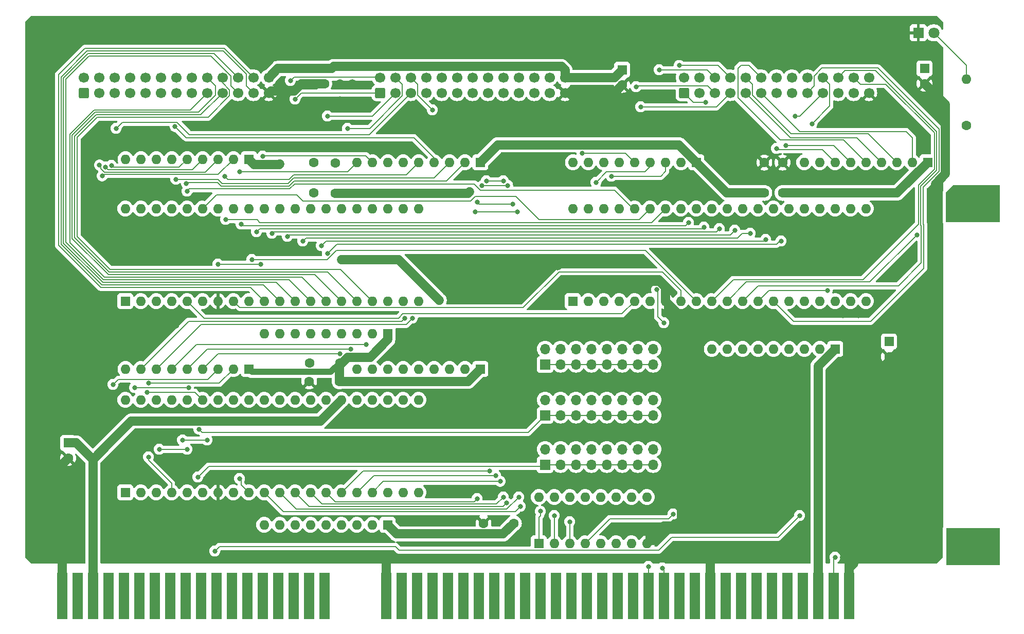
<source format=gbr>
%TF.GenerationSoftware,KiCad,Pcbnew,8.0.0*%
%TF.CreationDate,2024-03-03T11:21:49-05:00*%
%TF.ProjectId,ISA8255,49534138-3235-4352-9e6b-696361645f70,rev?*%
%TF.SameCoordinates,Original*%
%TF.FileFunction,Copper,L2,Bot*%
%TF.FilePolarity,Positive*%
%FSLAX46Y46*%
G04 Gerber Fmt 4.6, Leading zero omitted, Abs format (unit mm)*
G04 Created by KiCad (PCBNEW 8.0.0) date 2024-03-03 11:21:49*
%MOMM*%
%LPD*%
G01*
G04 APERTURE LIST*
G04 Aperture macros list*
%AMRoundRect*
0 Rectangle with rounded corners*
0 $1 Rounding radius*
0 $2 $3 $4 $5 $6 $7 $8 $9 X,Y pos of 4 corners*
0 Add a 4 corners polygon primitive as box body*
4,1,4,$2,$3,$4,$5,$6,$7,$8,$9,$2,$3,0*
0 Add four circle primitives for the rounded corners*
1,1,$1+$1,$2,$3*
1,1,$1+$1,$4,$5*
1,1,$1+$1,$6,$7*
1,1,$1+$1,$8,$9*
0 Add four rect primitives between the rounded corners*
20,1,$1+$1,$2,$3,$4,$5,0*
20,1,$1+$1,$4,$5,$6,$7,0*
20,1,$1+$1,$6,$7,$8,$9,0*
20,1,$1+$1,$8,$9,$2,$3,0*%
%AMOutline5P*
0 Free polygon, 5 corners , with rotation*
0 The origin of the aperture is its center*
0 number of corners: always 5*
0 $1 to $10 corner X, Y*
0 $11 Rotation angle, in degrees counterclockwise*
0 create outline with 5 corners*
4,1,5,$1,$2,$3,$4,$5,$6,$7,$8,$9,$10,$1,$2,$11*%
%AMOutline6P*
0 Free polygon, 6 corners , with rotation*
0 The origin of the aperture is its center*
0 number of corners: always 6*
0 $1 to $12 corner X, Y*
0 $13 Rotation angle, in degrees counterclockwise*
0 create outline with 6 corners*
4,1,6,$1,$2,$3,$4,$5,$6,$7,$8,$9,$10,$11,$12,$1,$2,$13*%
%AMOutline7P*
0 Free polygon, 7 corners , with rotation*
0 The origin of the aperture is its center*
0 number of corners: always 7*
0 $1 to $14 corner X, Y*
0 $15 Rotation angle, in degrees counterclockwise*
0 create outline with 7 corners*
4,1,7,$1,$2,$3,$4,$5,$6,$7,$8,$9,$10,$11,$12,$13,$14,$1,$2,$15*%
%AMOutline8P*
0 Free polygon, 8 corners , with rotation*
0 The origin of the aperture is its center*
0 number of corners: always 8*
0 $1 to $16 corner X, Y*
0 $17 Rotation angle, in degrees counterclockwise*
0 create outline with 8 corners*
4,1,8,$1,$2,$3,$4,$5,$6,$7,$8,$9,$10,$11,$12,$13,$14,$15,$16,$1,$2,$17*%
G04 Aperture macros list end*
%TA.AperFunction,ComponentPad*%
%ADD10Outline5P,-4.445000X1.830000X-3.225000X3.050000X4.445000X3.050000X4.445000X-3.050000X-4.445000X-3.050000X0.000000*%
%TD*%
%TA.AperFunction,ComponentPad*%
%ADD11R,8.890000X6.100000*%
%TD*%
%TA.AperFunction,ComponentPad*%
%ADD12C,1.600000*%
%TD*%
%TA.AperFunction,ComponentPad*%
%ADD13R,1.600000X1.600000*%
%TD*%
%TA.AperFunction,ComponentPad*%
%ADD14O,1.600000X1.600000*%
%TD*%
%TA.AperFunction,ComponentPad*%
%ADD15R,1.700000X1.700000*%
%TD*%
%TA.AperFunction,ComponentPad*%
%ADD16O,1.700000X1.700000*%
%TD*%
%TA.AperFunction,ComponentPad*%
%ADD17RoundRect,0.250000X0.600000X-0.600000X0.600000X0.600000X-0.600000X0.600000X-0.600000X-0.600000X0*%
%TD*%
%TA.AperFunction,ComponentPad*%
%ADD18C,1.700000*%
%TD*%
%TA.AperFunction,ConnectorPad*%
%ADD19R,1.780000X7.620000*%
%TD*%
%TA.AperFunction,ComponentPad*%
%ADD20R,1.800000X1.800000*%
%TD*%
%TA.AperFunction,ComponentPad*%
%ADD21C,1.800000*%
%TD*%
%TA.AperFunction,ViaPad*%
%ADD22C,1.500000*%
%TD*%
%TA.AperFunction,ViaPad*%
%ADD23C,0.800000*%
%TD*%
%TA.AperFunction,Conductor*%
%ADD24C,1.500000*%
%TD*%
%TA.AperFunction,Conductor*%
%ADD25C,1.000000*%
%TD*%
%TA.AperFunction,Conductor*%
%ADD26C,0.200000*%
%TD*%
%TA.AperFunction,Conductor*%
%ADD27C,0.127000*%
%TD*%
G04 APERTURE END LIST*
D10*
%TO.P,BKT1,*%
%TO.N,*%
X208356200Y-82733000D03*
D11*
X208356200Y-139253000D03*
%TD*%
D12*
%TO.P,C6,1*%
%TO.N,+5V*%
X104100000Y-112014000D03*
%TO.P,C6,2*%
%TO.N,GND*%
X99100000Y-112014000D03*
%TD*%
D13*
%TO.P,C9,1*%
%TO.N,+5V*%
X59436000Y-122154698D03*
D12*
%TO.P,C9,2*%
%TO.N,GND*%
X59436000Y-124654698D03*
%TD*%
D13*
%TO.P,C8,1*%
%TO.N,+5V*%
X194564000Y-105450000D03*
D12*
%TO.P,C8,2*%
%TO.N,GND*%
X194564000Y-107950000D03*
%TD*%
D13*
%TO.P,RN5,1,common*%
%TO.N,+5V*%
X112014000Y-135636000D03*
D14*
%TO.P,RN5,2,R1*%
%TO.N,Net-(J6-Pin_20)*%
X109474000Y-135636000D03*
%TO.P,RN5,3,R2*%
%TO.N,Net-(J6-Pin_19)*%
X106934000Y-135636000D03*
%TO.P,RN5,4,R3*%
%TO.N,Net-(J6-Pin_18)*%
X104394000Y-135636000D03*
%TO.P,RN5,5,R4*%
%TO.N,Net-(J6-Pin_17)*%
X101854000Y-135636000D03*
%TO.P,RN5,6,R5*%
%TO.N,Net-(J6-Pin_21)*%
X99314000Y-135636000D03*
%TO.P,RN5,7,R6*%
%TO.N,Net-(J6-Pin_22)*%
X96774000Y-135636000D03*
%TO.P,RN5,8,R7*%
%TO.N,Net-(J6-Pin_23)*%
X94234000Y-135636000D03*
%TO.P,RN5,9,R8*%
%TO.N,Net-(J6-Pin_24)*%
X91694000Y-135636000D03*
%TD*%
D12*
%TO.P,C3,1*%
%TO.N,+5V*%
X177038000Y-80986000D03*
%TO.P,C3,2*%
%TO.N,GND*%
X177038000Y-75986000D03*
%TD*%
D13*
%TO.P,RN7,1,common*%
%TO.N,+5V*%
X89184000Y-75438000D03*
D14*
%TO.P,RN7,2,R1*%
%TO.N,Net-(J7-Pin_1)*%
X86644000Y-75438000D03*
%TO.P,RN7,3,R2*%
%TO.N,Net-(J7-Pin_2)*%
X84104000Y-75438000D03*
%TO.P,RN7,4,R3*%
%TO.N,Net-(J7-Pin_3)*%
X81564000Y-75438000D03*
%TO.P,RN7,5,R4*%
%TO.N,Net-(J7-Pin_4)*%
X79024000Y-75438000D03*
%TO.P,RN7,6,R5*%
%TO.N,Net-(J7-Pin_8)*%
X76484000Y-75438000D03*
%TO.P,RN7,7,R6*%
%TO.N,Net-(J7-Pin_7)*%
X73944000Y-75438000D03*
%TO.P,RN7,8,R7*%
%TO.N,Net-(J7-Pin_6)*%
X71404000Y-75438000D03*
%TO.P,RN7,9,R8*%
%TO.N,Net-(J7-Pin_5)*%
X68864000Y-75438000D03*
%TD*%
D13*
%TO.P,RN6,1,common*%
%TO.N,+5V*%
X127284000Y-109982000D03*
D14*
%TO.P,RN6,2,R1*%
%TO.N,Net-(J6-Pin_11)*%
X124744000Y-109982000D03*
%TO.P,RN6,3,R2*%
%TO.N,Net-(J6-Pin_10)*%
X122204000Y-109982000D03*
%TO.P,RN6,4,R3*%
%TO.N,Net-(J6-Pin_9)*%
X119664000Y-109982000D03*
%TO.P,RN6,5,R4*%
%TO.N,Net-(J6-Pin_12)*%
X117124000Y-109982000D03*
%TO.P,RN6,6,R5*%
%TO.N,Net-(J6-Pin_13)*%
X114584000Y-109982000D03*
%TO.P,RN6,7,R6*%
%TO.N,Net-(J6-Pin_14)*%
X112044000Y-109982000D03*
%TO.P,RN6,8,R7*%
%TO.N,Net-(J6-Pin_15)*%
X109504000Y-109982000D03*
%TO.P,RN6,9,R8*%
%TO.N,Net-(J6-Pin_16)*%
X106964000Y-109982000D03*
%TD*%
D15*
%TO.P,J3,1,Pin_1*%
%TO.N,/CS1*%
X137937000Y-117607000D03*
D16*
%TO.P,J3,2,Pin_2*%
%TO.N,Net-(J2-Pin_2)*%
X137937000Y-115067000D03*
%TO.P,J3,3,Pin_3*%
%TO.N,/CS1*%
X140477000Y-117607000D03*
%TO.P,J3,4,Pin_4*%
%TO.N,Net-(J2-Pin_4)*%
X140477000Y-115067000D03*
%TO.P,J3,5,Pin_5*%
%TO.N,/CS1*%
X143017000Y-117607000D03*
%TO.P,J3,6,Pin_6*%
%TO.N,Net-(J2-Pin_6)*%
X143017000Y-115067000D03*
%TO.P,J3,7,Pin_7*%
%TO.N,/CS1*%
X145557000Y-117607000D03*
%TO.P,J3,8,Pin_8*%
%TO.N,Net-(J2-Pin_8)*%
X145557000Y-115067000D03*
%TO.P,J3,9,Pin_9*%
%TO.N,/CS1*%
X148097000Y-117607000D03*
%TO.P,J3,10,Pin_10*%
%TO.N,Net-(J2-Pin_10)*%
X148097000Y-115067000D03*
%TO.P,J3,11,Pin_11*%
%TO.N,/CS1*%
X150637000Y-117607000D03*
%TO.P,J3,12,Pin_12*%
%TO.N,Net-(J2-Pin_12)*%
X150637000Y-115067000D03*
%TO.P,J3,13,Pin_13*%
%TO.N,/CS1*%
X153177000Y-117607000D03*
%TO.P,J3,14,Pin_14*%
%TO.N,Net-(J2-Pin_14)*%
X153177000Y-115067000D03*
%TO.P,J3,15,Pin_15*%
%TO.N,/CS1*%
X155717000Y-117607000D03*
%TO.P,J3,16,Pin_16*%
%TO.N,Net-(J2-Pin_16)*%
X155717000Y-115067000D03*
%TD*%
D13*
%TO.P,C12,1*%
%TO.N,+5V*%
X150622000Y-60706000D03*
D12*
%TO.P,C12,2*%
%TO.N,GND*%
X150622000Y-63206000D03*
%TD*%
D13*
%TO.P,RN8,1,common*%
%TO.N,+5V*%
X112044000Y-104140000D03*
D14*
%TO.P,RN8,2,R1*%
%TO.N,Net-(J7-Pin_20)*%
X109504000Y-104140000D03*
%TO.P,RN8,3,R2*%
%TO.N,Net-(J7-Pin_19)*%
X106964000Y-104140000D03*
%TO.P,RN8,4,R3*%
%TO.N,Net-(J7-Pin_18)*%
X104424000Y-104140000D03*
%TO.P,RN8,5,R4*%
%TO.N,Net-(J7-Pin_17)*%
X101884000Y-104140000D03*
%TO.P,RN8,6,R5*%
%TO.N,Net-(J7-Pin_21)*%
X99344000Y-104140000D03*
%TO.P,RN8,7,R6*%
%TO.N,Net-(J7-Pin_22)*%
X96804000Y-104140000D03*
%TO.P,RN8,8,R7*%
%TO.N,Net-(J7-Pin_23)*%
X94264000Y-104140000D03*
%TO.P,RN8,9,R8*%
%TO.N,Net-(J7-Pin_24)*%
X91724000Y-104140000D03*
%TD*%
D17*
%TO.P,J6,1,Pin_1*%
%TO.N,Net-(J6-Pin_1)*%
X110744000Y-64516000D03*
D18*
%TO.P,J6,2,Pin_2*%
%TO.N,Net-(J6-Pin_2)*%
X110744000Y-61976000D03*
%TO.P,J6,3,Pin_3*%
%TO.N,Net-(J6-Pin_3)*%
X113284000Y-64516000D03*
%TO.P,J6,4,Pin_4*%
%TO.N,Net-(J6-Pin_4)*%
X113284000Y-61976000D03*
%TO.P,J6,5,Pin_5*%
%TO.N,Net-(J6-Pin_5)*%
X115824000Y-64516000D03*
%TO.P,J6,6,Pin_6*%
%TO.N,Net-(J6-Pin_6)*%
X115824000Y-61976000D03*
%TO.P,J6,7,Pin_7*%
%TO.N,Net-(J6-Pin_7)*%
X118364000Y-64516000D03*
%TO.P,J6,8,Pin_8*%
%TO.N,Net-(J6-Pin_8)*%
X118364000Y-61976000D03*
%TO.P,J6,9,Pin_9*%
%TO.N,Net-(J6-Pin_9)*%
X120904000Y-64516000D03*
%TO.P,J6,10,Pin_10*%
%TO.N,Net-(J6-Pin_10)*%
X120904000Y-61976000D03*
%TO.P,J6,11,Pin_11*%
%TO.N,Net-(J6-Pin_11)*%
X123444000Y-64516000D03*
%TO.P,J6,12,Pin_12*%
%TO.N,Net-(J6-Pin_12)*%
X123444000Y-61976000D03*
%TO.P,J6,13,Pin_13*%
%TO.N,Net-(J6-Pin_13)*%
X125984000Y-64516000D03*
%TO.P,J6,14,Pin_14*%
%TO.N,Net-(J6-Pin_14)*%
X125984000Y-61976000D03*
%TO.P,J6,15,Pin_15*%
%TO.N,Net-(J6-Pin_15)*%
X128524000Y-64516000D03*
%TO.P,J6,16,Pin_16*%
%TO.N,Net-(J6-Pin_16)*%
X128524000Y-61976000D03*
%TO.P,J6,17,Pin_17*%
%TO.N,Net-(J6-Pin_17)*%
X131064000Y-64516000D03*
%TO.P,J6,18,Pin_18*%
%TO.N,Net-(J6-Pin_18)*%
X131064000Y-61976000D03*
%TO.P,J6,19,Pin_19*%
%TO.N,Net-(J6-Pin_19)*%
X133604000Y-64516000D03*
%TO.P,J6,20,Pin_20*%
%TO.N,Net-(J6-Pin_20)*%
X133604000Y-61976000D03*
%TO.P,J6,21,Pin_21*%
%TO.N,Net-(J6-Pin_21)*%
X136144000Y-64516000D03*
%TO.P,J6,22,Pin_22*%
%TO.N,Net-(J6-Pin_22)*%
X136144000Y-61976000D03*
%TO.P,J6,23,Pin_23*%
%TO.N,Net-(J6-Pin_23)*%
X138684000Y-64516000D03*
%TO.P,J6,24,Pin_24*%
%TO.N,Net-(J6-Pin_24)*%
X138684000Y-61976000D03*
%TO.P,J6,25,Pin_25*%
%TO.N,GND*%
X141224000Y-64516000D03*
%TO.P,J6,26,Pin_26*%
%TO.N,+5V*%
X141224000Y-61976000D03*
%TD*%
D13*
%TO.P,U4,1,A0*%
%TO.N,/A5*%
X136906000Y-138684000D03*
D14*
%TO.P,U4,2,A1*%
%TO.N,/A6*%
X139446000Y-138684000D03*
%TO.P,U4,3,A2*%
%TO.N,/A7*%
X141986000Y-138684000D03*
%TO.P,U4,4,E1*%
%TO.N,/AEN*%
X144526000Y-138684000D03*
%TO.P,U4,5,E2*%
%TO.N,/A8*%
X147066000Y-138684000D03*
%TO.P,U4,6,E3*%
%TO.N,/A9*%
X149606000Y-138684000D03*
%TO.P,U4,7,O7*%
%TO.N,Net-(J2-Pin_16)*%
X152146000Y-138684000D03*
%TO.P,U4,8,GND*%
%TO.N,GND*%
X154686000Y-138684000D03*
%TO.P,U4,9,O6*%
%TO.N,Net-(J2-Pin_14)*%
X154686000Y-131064000D03*
%TO.P,U4,10,O5*%
%TO.N,Net-(J2-Pin_12)*%
X152146000Y-131064000D03*
%TO.P,U4,11,O4*%
%TO.N,Net-(J2-Pin_10)*%
X149606000Y-131064000D03*
%TO.P,U4,12,O3*%
%TO.N,Net-(J2-Pin_8)*%
X147066000Y-131064000D03*
%TO.P,U4,13,O2*%
%TO.N,Net-(J2-Pin_6)*%
X144526000Y-131064000D03*
%TO.P,U4,14,O1*%
%TO.N,Net-(J2-Pin_4)*%
X141986000Y-131064000D03*
%TO.P,U4,15,O0*%
%TO.N,Net-(J2-Pin_2)*%
X139446000Y-131064000D03*
%TO.P,U4,16,VCC*%
%TO.N,+5V*%
X136906000Y-131064000D03*
%TD*%
D12*
%TO.P,C4,1*%
%TO.N,+5V*%
X174030000Y-80986000D03*
%TO.P,C4,2*%
%TO.N,GND*%
X174030000Y-75986000D03*
%TD*%
D17*
%TO.P,J7,1,Pin_1*%
%TO.N,Net-(J7-Pin_1)*%
X61976000Y-64516000D03*
D18*
%TO.P,J7,2,Pin_2*%
%TO.N,Net-(J7-Pin_2)*%
X61976000Y-61976000D03*
%TO.P,J7,3,Pin_3*%
%TO.N,Net-(J7-Pin_3)*%
X64516000Y-64516000D03*
%TO.P,J7,4,Pin_4*%
%TO.N,Net-(J7-Pin_4)*%
X64516000Y-61976000D03*
%TO.P,J7,5,Pin_5*%
%TO.N,Net-(J7-Pin_5)*%
X67056000Y-64516000D03*
%TO.P,J7,6,Pin_6*%
%TO.N,Net-(J7-Pin_6)*%
X67056000Y-61976000D03*
%TO.P,J7,7,Pin_7*%
%TO.N,Net-(J7-Pin_7)*%
X69596000Y-64516000D03*
%TO.P,J7,8,Pin_8*%
%TO.N,Net-(J7-Pin_8)*%
X69596000Y-61976000D03*
%TO.P,J7,9,Pin_9*%
%TO.N,Net-(J7-Pin_9)*%
X72136000Y-64516000D03*
%TO.P,J7,10,Pin_10*%
%TO.N,Net-(J7-Pin_10)*%
X72136000Y-61976000D03*
%TO.P,J7,11,Pin_11*%
%TO.N,Net-(J7-Pin_11)*%
X74676000Y-64516000D03*
%TO.P,J7,12,Pin_12*%
%TO.N,Net-(J7-Pin_12)*%
X74676000Y-61976000D03*
%TO.P,J7,13,Pin_13*%
%TO.N,Net-(J7-Pin_13)*%
X77216000Y-64516000D03*
%TO.P,J7,14,Pin_14*%
%TO.N,Net-(J7-Pin_14)*%
X77216000Y-61976000D03*
%TO.P,J7,15,Pin_15*%
%TO.N,Net-(J7-Pin_15)*%
X79756000Y-64516000D03*
%TO.P,J7,16,Pin_16*%
%TO.N,Net-(J7-Pin_16)*%
X79756000Y-61976000D03*
%TO.P,J7,17,Pin_17*%
%TO.N,Net-(J7-Pin_17)*%
X82296000Y-64516000D03*
%TO.P,J7,18,Pin_18*%
%TO.N,Net-(J7-Pin_18)*%
X82296000Y-61976000D03*
%TO.P,J7,19,Pin_19*%
%TO.N,Net-(J7-Pin_19)*%
X84836000Y-64516000D03*
%TO.P,J7,20,Pin_20*%
%TO.N,Net-(J7-Pin_20)*%
X84836000Y-61976000D03*
%TO.P,J7,21,Pin_21*%
%TO.N,Net-(J7-Pin_21)*%
X87376000Y-64516000D03*
%TO.P,J7,22,Pin_22*%
%TO.N,Net-(J7-Pin_22)*%
X87376000Y-61976000D03*
%TO.P,J7,23,Pin_23*%
%TO.N,Net-(J7-Pin_23)*%
X89916000Y-64516000D03*
%TO.P,J7,24,Pin_24*%
%TO.N,Net-(J7-Pin_24)*%
X89916000Y-61976000D03*
%TO.P,J7,25,Pin_25*%
%TO.N,GND*%
X92456000Y-64516000D03*
%TO.P,J7,26,Pin_26*%
%TO.N,+5V*%
X92456000Y-61976000D03*
%TD*%
D15*
%TO.P,J2,1,Pin_1*%
%TO.N,/CS0*%
X137937000Y-109220000D03*
D16*
%TO.P,J2,2,Pin_2*%
%TO.N,Net-(J2-Pin_2)*%
X137937000Y-106680000D03*
%TO.P,J2,3,Pin_3*%
%TO.N,/CS0*%
X140477000Y-109220000D03*
%TO.P,J2,4,Pin_4*%
%TO.N,Net-(J2-Pin_4)*%
X140477000Y-106680000D03*
%TO.P,J2,5,Pin_5*%
%TO.N,/CS0*%
X143017000Y-109220000D03*
%TO.P,J2,6,Pin_6*%
%TO.N,Net-(J2-Pin_6)*%
X143017000Y-106680000D03*
%TO.P,J2,7,Pin_7*%
%TO.N,/CS0*%
X145557000Y-109220000D03*
%TO.P,J2,8,Pin_8*%
%TO.N,Net-(J2-Pin_8)*%
X145557000Y-106680000D03*
%TO.P,J2,9,Pin_9*%
%TO.N,/CS0*%
X148097000Y-109220000D03*
%TO.P,J2,10,Pin_10*%
%TO.N,Net-(J2-Pin_10)*%
X148097000Y-106680000D03*
%TO.P,J2,11,Pin_11*%
%TO.N,/CS0*%
X150637000Y-109220000D03*
%TO.P,J2,12,Pin_12*%
%TO.N,Net-(J2-Pin_12)*%
X150637000Y-106680000D03*
%TO.P,J2,13,Pin_13*%
%TO.N,/CS0*%
X153177000Y-109220000D03*
%TO.P,J2,14,Pin_14*%
%TO.N,Net-(J2-Pin_14)*%
X153177000Y-106680000D03*
%TO.P,J2,15,Pin_15*%
%TO.N,/CS0*%
X155717000Y-109220000D03*
%TO.P,J2,16,Pin_16*%
%TO.N,Net-(J2-Pin_16)*%
X155717000Y-106680000D03*
%TD*%
D12*
%TO.P,R1,1*%
%TO.N,+5V*%
X207264000Y-69850000D03*
D14*
%TO.P,R1,2*%
%TO.N,Net-(D1-A)*%
X207264000Y-62230000D03*
%TD*%
D13*
%TO.P,C11,1*%
%TO.N,+5V*%
X101600000Y-60492000D03*
D12*
%TO.P,C11,2*%
%TO.N,GND*%
X101600000Y-62992000D03*
%TD*%
D15*
%TO.P,J4,1,Pin_1*%
%TO.N,/CS2*%
X137937000Y-125730000D03*
D16*
%TO.P,J4,2,Pin_2*%
%TO.N,Net-(J2-Pin_2)*%
X137937000Y-123190000D03*
%TO.P,J4,3,Pin_3*%
%TO.N,/CS2*%
X140477000Y-125730000D03*
%TO.P,J4,4,Pin_4*%
%TO.N,Net-(J2-Pin_4)*%
X140477000Y-123190000D03*
%TO.P,J4,5,Pin_5*%
%TO.N,/CS2*%
X143017000Y-125730000D03*
%TO.P,J4,6,Pin_6*%
%TO.N,Net-(J2-Pin_6)*%
X143017000Y-123190000D03*
%TO.P,J4,7,Pin_7*%
%TO.N,/CS2*%
X145557000Y-125730000D03*
%TO.P,J4,8,Pin_8*%
%TO.N,Net-(J2-Pin_8)*%
X145557000Y-123190000D03*
%TO.P,J4,9,Pin_9*%
%TO.N,/CS2*%
X148097000Y-125730000D03*
%TO.P,J4,10,Pin_10*%
%TO.N,Net-(J2-Pin_10)*%
X148097000Y-123190000D03*
%TO.P,J4,11,Pin_11*%
%TO.N,/CS2*%
X150637000Y-125730000D03*
%TO.P,J4,12,Pin_12*%
%TO.N,Net-(J2-Pin_12)*%
X150637000Y-123190000D03*
%TO.P,J4,13,Pin_13*%
%TO.N,/CS2*%
X153177000Y-125730000D03*
%TO.P,J4,14,Pin_14*%
%TO.N,Net-(J2-Pin_14)*%
X153177000Y-123190000D03*
%TO.P,J4,15,Pin_15*%
%TO.N,/CS2*%
X155717000Y-125730000D03*
%TO.P,J4,16,Pin_16*%
%TO.N,Net-(J2-Pin_16)*%
X155717000Y-123190000D03*
%TD*%
D12*
%TO.P,C1,1*%
%TO.N,+5V*%
X103378000Y-81026000D03*
%TO.P,C1,2*%
%TO.N,GND*%
X103378000Y-76026000D03*
%TD*%
D13*
%TO.P,U3,1,PA3*%
%TO.N,Net-(J7-Pin_4)*%
X68834000Y-98806000D03*
D14*
%TO.P,U3,2,PA2*%
%TO.N,Net-(J7-Pin_3)*%
X71374000Y-98806000D03*
%TO.P,U3,3,PA1*%
%TO.N,Net-(J7-Pin_2)*%
X73914000Y-98806000D03*
%TO.P,U3,4,PA0*%
%TO.N,Net-(J7-Pin_1)*%
X76454000Y-98806000D03*
%TO.P,U3,5,~{RD}*%
%TO.N,/~{IOR}*%
X78994000Y-98806000D03*
%TO.P,U3,6,~{CS}*%
%TO.N,/CS2*%
X81534000Y-98806000D03*
%TO.P,U3,7,GND*%
%TO.N,GND*%
X84074000Y-98806000D03*
%TO.P,U3,8,A1*%
%TO.N,/A1*%
X86614000Y-98806000D03*
%TO.P,U3,9,A0*%
%TO.N,/A0*%
X89154000Y-98806000D03*
%TO.P,U3,10,PC7*%
%TO.N,Net-(J7-Pin_24)*%
X91694000Y-98806000D03*
%TO.P,U3,11,PC6*%
%TO.N,Net-(J7-Pin_23)*%
X94234000Y-98806000D03*
%TO.P,U3,12,PC5*%
%TO.N,Net-(J7-Pin_22)*%
X96774000Y-98806000D03*
%TO.P,U3,13,PC4*%
%TO.N,Net-(J7-Pin_21)*%
X99314000Y-98806000D03*
%TO.P,U3,14,PC0*%
%TO.N,Net-(J7-Pin_17)*%
X101854000Y-98806000D03*
%TO.P,U3,15,PC1*%
%TO.N,Net-(J7-Pin_18)*%
X104394000Y-98806000D03*
%TO.P,U3,16,PC2*%
%TO.N,Net-(J7-Pin_19)*%
X106934000Y-98806000D03*
%TO.P,U3,17,PC3*%
%TO.N,Net-(J7-Pin_20)*%
X109474000Y-98806000D03*
%TO.P,U3,18,PB0*%
%TO.N,Net-(J7-Pin_9)*%
X112014000Y-98806000D03*
%TO.P,U3,19,PB1*%
%TO.N,Net-(J7-Pin_10)*%
X114554000Y-98806000D03*
%TO.P,U3,20,PB2*%
%TO.N,Net-(J7-Pin_11)*%
X117094000Y-98806000D03*
%TO.P,U3,21,PB3*%
%TO.N,Net-(J7-Pin_12)*%
X117094000Y-83566000D03*
%TO.P,U3,22,PB4*%
%TO.N,Net-(J7-Pin_13)*%
X114554000Y-83566000D03*
%TO.P,U3,23,PB5*%
%TO.N,Net-(J7-Pin_14)*%
X112014000Y-83566000D03*
%TO.P,U3,24,PB6*%
%TO.N,Net-(J7-Pin_15)*%
X109474000Y-83566000D03*
%TO.P,U3,25,PB7*%
%TO.N,Net-(J7-Pin_16)*%
X106934000Y-83566000D03*
%TO.P,U3,26,VCC*%
%TO.N,+5V*%
X104394000Y-83566000D03*
%TO.P,U3,27,D7*%
%TO.N,/D7*%
X101854000Y-83566000D03*
%TO.P,U3,28,D6*%
%TO.N,/D6*%
X99314000Y-83566000D03*
%TO.P,U3,29,D5*%
%TO.N,/D5*%
X96774000Y-83566000D03*
%TO.P,U3,30,D4*%
%TO.N,/D4*%
X94234000Y-83566000D03*
%TO.P,U3,31,D3*%
%TO.N,/D3*%
X91694000Y-83566000D03*
%TO.P,U3,32,D2*%
%TO.N,/D2*%
X89154000Y-83566000D03*
%TO.P,U3,33,D1*%
%TO.N,/D1*%
X86614000Y-83566000D03*
%TO.P,U3,34,D0*%
%TO.N,/D0*%
X84074000Y-83566000D03*
%TO.P,U3,35,RESET*%
%TO.N,/RESET*%
X81534000Y-83566000D03*
%TO.P,U3,36,~{WR}*%
%TO.N,/~{IOW}*%
X78994000Y-83566000D03*
%TO.P,U3,37,PA7*%
%TO.N,Net-(J7-Pin_8)*%
X76454000Y-83566000D03*
%TO.P,U3,38,PA6*%
%TO.N,Net-(J7-Pin_7)*%
X73914000Y-83566000D03*
%TO.P,U3,39,PA5*%
%TO.N,Net-(J7-Pin_6)*%
X71374000Y-83566000D03*
%TO.P,U3,40,PA4*%
%TO.N,Net-(J7-Pin_5)*%
X68834000Y-83566000D03*
%TD*%
D12*
%TO.P,C7,1*%
%TO.N,+5V*%
X132802000Y-135382000D03*
%TO.P,C7,2*%
%TO.N,GND*%
X127802000Y-135382000D03*
%TD*%
D13*
%TO.P,RN9,1,common*%
%TO.N,+5V*%
X127284000Y-75946000D03*
D14*
%TO.P,RN9,2,R1*%
%TO.N,Net-(J7-Pin_11)*%
X124744000Y-75946000D03*
%TO.P,RN9,3,R2*%
%TO.N,Net-(J7-Pin_10)*%
X122204000Y-75946000D03*
%TO.P,RN9,4,R3*%
%TO.N,Net-(J7-Pin_9)*%
X119664000Y-75946000D03*
%TO.P,RN9,5,R4*%
%TO.N,Net-(J7-Pin_12)*%
X117124000Y-75946000D03*
%TO.P,RN9,6,R5*%
%TO.N,Net-(J7-Pin_13)*%
X114584000Y-75946000D03*
%TO.P,RN9,7,R6*%
%TO.N,Net-(J7-Pin_14)*%
X112044000Y-75946000D03*
%TO.P,RN9,8,R7*%
%TO.N,Net-(J7-Pin_15)*%
X109504000Y-75946000D03*
%TO.P,RN9,9,R8*%
%TO.N,Net-(J7-Pin_16)*%
X106964000Y-75946000D03*
%TD*%
D17*
%TO.P,J5,1,Pin_1*%
%TO.N,Net-(J5-Pin_1)*%
X160782000Y-64516000D03*
D18*
%TO.P,J5,2,Pin_2*%
%TO.N,Net-(J5-Pin_2)*%
X160782000Y-61976000D03*
%TO.P,J5,3,Pin_3*%
%TO.N,Net-(J5-Pin_3)*%
X163322000Y-64516000D03*
%TO.P,J5,4,Pin_4*%
%TO.N,Net-(J5-Pin_4)*%
X163322000Y-61976000D03*
%TO.P,J5,5,Pin_5*%
%TO.N,Net-(J5-Pin_5)*%
X165862000Y-64516000D03*
%TO.P,J5,6,Pin_6*%
%TO.N,Net-(J5-Pin_6)*%
X165862000Y-61976000D03*
%TO.P,J5,7,Pin_7*%
%TO.N,Net-(J5-Pin_7)*%
X168402000Y-64516000D03*
%TO.P,J5,8,Pin_8*%
%TO.N,Net-(J5-Pin_8)*%
X168402000Y-61976000D03*
%TO.P,J5,9,Pin_9*%
%TO.N,Net-(J5-Pin_9)*%
X170942000Y-64516000D03*
%TO.P,J5,10,Pin_10*%
%TO.N,Net-(J5-Pin_10)*%
X170942000Y-61976000D03*
%TO.P,J5,11,Pin_11*%
%TO.N,Net-(J5-Pin_11)*%
X173482000Y-64516000D03*
%TO.P,J5,12,Pin_12*%
%TO.N,Net-(J5-Pin_12)*%
X173482000Y-61976000D03*
%TO.P,J5,13,Pin_13*%
%TO.N,Net-(J5-Pin_13)*%
X176022000Y-64516000D03*
%TO.P,J5,14,Pin_14*%
%TO.N,Net-(J5-Pin_14)*%
X176022000Y-61976000D03*
%TO.P,J5,15,Pin_15*%
%TO.N,Net-(J5-Pin_15)*%
X178562000Y-64516000D03*
%TO.P,J5,16,Pin_16*%
%TO.N,Net-(J5-Pin_16)*%
X178562000Y-61976000D03*
%TO.P,J5,17,Pin_17*%
%TO.N,Net-(J5-Pin_17)*%
X181102000Y-64516000D03*
%TO.P,J5,18,Pin_18*%
%TO.N,Net-(J5-Pin_18)*%
X181102000Y-61976000D03*
%TO.P,J5,19,Pin_19*%
%TO.N,Net-(J5-Pin_19)*%
X183642000Y-64516000D03*
%TO.P,J5,20,Pin_20*%
%TO.N,Net-(J5-Pin_20)*%
X183642000Y-61976000D03*
%TO.P,J5,21,Pin_21*%
%TO.N,Net-(J5-Pin_21)*%
X186182000Y-64516000D03*
%TO.P,J5,22,Pin_22*%
%TO.N,Net-(J5-Pin_22)*%
X186182000Y-61976000D03*
%TO.P,J5,23,Pin_23*%
%TO.N,Net-(J5-Pin_23)*%
X188722000Y-64516000D03*
%TO.P,J5,24,Pin_24*%
%TO.N,Net-(J5-Pin_24)*%
X188722000Y-61976000D03*
%TO.P,J5,25,Pin_25*%
%TO.N,GND*%
X191262000Y-64516000D03*
%TO.P,J5,26,Pin_26*%
%TO.N,+5V*%
X191262000Y-61976000D03*
%TD*%
D12*
%TO.P,C2,1*%
%TO.N,+5V*%
X99862000Y-80986000D03*
%TO.P,C2,2*%
%TO.N,GND*%
X99862000Y-75986000D03*
%TD*%
D13*
%TO.P,U2,1,PA3*%
%TO.N,Net-(J6-Pin_4)*%
X68834000Y-130302000D03*
D14*
%TO.P,U2,2,PA2*%
%TO.N,Net-(J6-Pin_3)*%
X71374000Y-130302000D03*
%TO.P,U2,3,PA1*%
%TO.N,Net-(J6-Pin_2)*%
X73914000Y-130302000D03*
%TO.P,U2,4,PA0*%
%TO.N,Net-(J6-Pin_1)*%
X76454000Y-130302000D03*
%TO.P,U2,5,~{RD}*%
%TO.N,/~{IOR}*%
X78994000Y-130302000D03*
%TO.P,U2,6,~{CS}*%
%TO.N,/CS1*%
X81534000Y-130302000D03*
%TO.P,U2,7,GND*%
%TO.N,GND*%
X84074000Y-130302000D03*
%TO.P,U2,8,A1*%
%TO.N,/A1*%
X86614000Y-130302000D03*
%TO.P,U2,9,A0*%
%TO.N,/A0*%
X89154000Y-130302000D03*
%TO.P,U2,10,PC7*%
%TO.N,Net-(J6-Pin_24)*%
X91694000Y-130302000D03*
%TO.P,U2,11,PC6*%
%TO.N,Net-(J6-Pin_23)*%
X94234000Y-130302000D03*
%TO.P,U2,12,PC5*%
%TO.N,Net-(J6-Pin_22)*%
X96774000Y-130302000D03*
%TO.P,U2,13,PC4*%
%TO.N,Net-(J6-Pin_21)*%
X99314000Y-130302000D03*
%TO.P,U2,14,PC0*%
%TO.N,Net-(J6-Pin_17)*%
X101854000Y-130302000D03*
%TO.P,U2,15,PC1*%
%TO.N,Net-(J6-Pin_18)*%
X104394000Y-130302000D03*
%TO.P,U2,16,PC2*%
%TO.N,Net-(J6-Pin_19)*%
X106934000Y-130302000D03*
%TO.P,U2,17,PC3*%
%TO.N,Net-(J6-Pin_20)*%
X109474000Y-130302000D03*
%TO.P,U2,18,PB0*%
%TO.N,Net-(J6-Pin_9)*%
X112014000Y-130302000D03*
%TO.P,U2,19,PB1*%
%TO.N,Net-(J6-Pin_10)*%
X114554000Y-130302000D03*
%TO.P,U2,20,PB2*%
%TO.N,Net-(J6-Pin_11)*%
X117094000Y-130302000D03*
%TO.P,U2,21,PB3*%
%TO.N,Net-(J6-Pin_12)*%
X117094000Y-115062000D03*
%TO.P,U2,22,PB4*%
%TO.N,Net-(J6-Pin_13)*%
X114554000Y-115062000D03*
%TO.P,U2,23,PB5*%
%TO.N,Net-(J6-Pin_14)*%
X112014000Y-115062000D03*
%TO.P,U2,24,PB6*%
%TO.N,Net-(J6-Pin_15)*%
X109474000Y-115062000D03*
%TO.P,U2,25,PB7*%
%TO.N,Net-(J6-Pin_16)*%
X106934000Y-115062000D03*
%TO.P,U2,26,VCC*%
%TO.N,+5V*%
X104394000Y-115062000D03*
%TO.P,U2,27,D7*%
%TO.N,/D7*%
X101854000Y-115062000D03*
%TO.P,U2,28,D6*%
%TO.N,/D6*%
X99314000Y-115062000D03*
%TO.P,U2,29,D5*%
%TO.N,/D5*%
X96774000Y-115062000D03*
%TO.P,U2,30,D4*%
%TO.N,/D4*%
X94234000Y-115062000D03*
%TO.P,U2,31,D3*%
%TO.N,/D3*%
X91694000Y-115062000D03*
%TO.P,U2,32,D2*%
%TO.N,/D2*%
X89154000Y-115062000D03*
%TO.P,U2,33,D1*%
%TO.N,/D1*%
X86614000Y-115062000D03*
%TO.P,U2,34,D0*%
%TO.N,/D0*%
X84074000Y-115062000D03*
%TO.P,U2,35,RESET*%
%TO.N,/RESET*%
X81534000Y-115062000D03*
%TO.P,U2,36,~{WR}*%
%TO.N,/~{IOW}*%
X78994000Y-115062000D03*
%TO.P,U2,37,PA7*%
%TO.N,Net-(J6-Pin_8)*%
X76454000Y-115062000D03*
%TO.P,U2,38,PA6*%
%TO.N,Net-(J6-Pin_7)*%
X73914000Y-115062000D03*
%TO.P,U2,39,PA5*%
%TO.N,Net-(J6-Pin_6)*%
X71374000Y-115062000D03*
%TO.P,U2,40,PA4*%
%TO.N,Net-(J6-Pin_5)*%
X68834000Y-115062000D03*
%TD*%
D13*
%TO.P,RN1,1,common*%
%TO.N,+5V*%
X162844000Y-75946000D03*
D14*
%TO.P,RN1,2,R1*%
%TO.N,Net-(J5-Pin_1)*%
X160304000Y-75946000D03*
%TO.P,RN1,3,R2*%
%TO.N,Net-(J5-Pin_2)*%
X157764000Y-75946000D03*
%TO.P,RN1,4,R3*%
%TO.N,Net-(J5-Pin_3)*%
X155224000Y-75946000D03*
%TO.P,RN1,5,R4*%
%TO.N,Net-(J5-Pin_4)*%
X152684000Y-75946000D03*
%TO.P,RN1,6,R5*%
%TO.N,Net-(J5-Pin_8)*%
X150144000Y-75946000D03*
%TO.P,RN1,7,R6*%
%TO.N,Net-(J5-Pin_7)*%
X147604000Y-75946000D03*
%TO.P,RN1,8,R7*%
%TO.N,Net-(J5-Pin_6)*%
X145064000Y-75946000D03*
%TO.P,RN1,9,R8*%
%TO.N,Net-(J5-Pin_5)*%
X142524000Y-75946000D03*
%TD*%
D13*
%TO.P,U1,1,PA3*%
%TO.N,Net-(J5-Pin_4)*%
X142494000Y-98806000D03*
D14*
%TO.P,U1,2,PA2*%
%TO.N,Net-(J5-Pin_3)*%
X145034000Y-98806000D03*
%TO.P,U1,3,PA1*%
%TO.N,Net-(J5-Pin_2)*%
X147574000Y-98806000D03*
%TO.P,U1,4,PA0*%
%TO.N,Net-(J5-Pin_1)*%
X150114000Y-98806000D03*
%TO.P,U1,5,~{RD}*%
%TO.N,/~{IOR}*%
X152654000Y-98806000D03*
%TO.P,U1,6,~{CS}*%
%TO.N,/CS0*%
X155194000Y-98806000D03*
%TO.P,U1,7,GND*%
%TO.N,GND*%
X157734000Y-98806000D03*
%TO.P,U1,8,A1*%
%TO.N,/A1*%
X160274000Y-98806000D03*
%TO.P,U1,9,A0*%
%TO.N,/A0*%
X162814000Y-98806000D03*
%TO.P,U1,10,PC7*%
%TO.N,Net-(J5-Pin_24)*%
X165354000Y-98806000D03*
%TO.P,U1,11,PC6*%
%TO.N,Net-(J5-Pin_23)*%
X167894000Y-98806000D03*
%TO.P,U1,12,PC5*%
%TO.N,Net-(J5-Pin_22)*%
X170434000Y-98806000D03*
%TO.P,U1,13,PC4*%
%TO.N,Net-(J5-Pin_21)*%
X172974000Y-98806000D03*
%TO.P,U1,14,PC0*%
%TO.N,Net-(J5-Pin_17)*%
X175514000Y-98806000D03*
%TO.P,U1,15,PC1*%
%TO.N,Net-(J5-Pin_18)*%
X178054000Y-98806000D03*
%TO.P,U1,16,PC2*%
%TO.N,Net-(J5-Pin_19)*%
X180594000Y-98806000D03*
%TO.P,U1,17,PC3*%
%TO.N,Net-(J5-Pin_20)*%
X183134000Y-98806000D03*
%TO.P,U1,18,PB0*%
%TO.N,Net-(J5-Pin_9)*%
X185674000Y-98806000D03*
%TO.P,U1,19,PB1*%
%TO.N,Net-(J5-Pin_10)*%
X188214000Y-98806000D03*
%TO.P,U1,20,PB2*%
%TO.N,Net-(J5-Pin_11)*%
X190754000Y-98806000D03*
%TO.P,U1,21,PB3*%
%TO.N,Net-(J5-Pin_12)*%
X190754000Y-83566000D03*
%TO.P,U1,22,PB4*%
%TO.N,Net-(J5-Pin_13)*%
X188214000Y-83566000D03*
%TO.P,U1,23,PB5*%
%TO.N,Net-(J5-Pin_14)*%
X185674000Y-83566000D03*
%TO.P,U1,24,PB6*%
%TO.N,Net-(J5-Pin_15)*%
X183134000Y-83566000D03*
%TO.P,U1,25,PB7*%
%TO.N,Net-(J5-Pin_16)*%
X180594000Y-83566000D03*
%TO.P,U1,26,VCC*%
%TO.N,+5V*%
X178054000Y-83566000D03*
%TO.P,U1,27,D7*%
%TO.N,/D7*%
X175514000Y-83566000D03*
%TO.P,U1,28,D6*%
%TO.N,/D6*%
X172974000Y-83566000D03*
%TO.P,U1,29,D5*%
%TO.N,/D5*%
X170434000Y-83566000D03*
%TO.P,U1,30,D4*%
%TO.N,/D4*%
X167894000Y-83566000D03*
%TO.P,U1,31,D3*%
%TO.N,/D3*%
X165354000Y-83566000D03*
%TO.P,U1,32,D2*%
%TO.N,/D2*%
X162814000Y-83566000D03*
%TO.P,U1,33,D1*%
%TO.N,/D1*%
X160274000Y-83566000D03*
%TO.P,U1,34,D0*%
%TO.N,/D0*%
X157734000Y-83566000D03*
%TO.P,U1,35,RESET*%
%TO.N,/RESET*%
X155194000Y-83566000D03*
%TO.P,U1,36,~{WR}*%
%TO.N,/~{IOW}*%
X152654000Y-83566000D03*
%TO.P,U1,37,PA7*%
%TO.N,Net-(J5-Pin_8)*%
X150114000Y-83566000D03*
%TO.P,U1,38,PA6*%
%TO.N,Net-(J5-Pin_7)*%
X147574000Y-83566000D03*
%TO.P,U1,39,PA5*%
%TO.N,Net-(J5-Pin_6)*%
X145034000Y-83566000D03*
%TO.P,U1,40,PA4*%
%TO.N,Net-(J5-Pin_5)*%
X142494000Y-83566000D03*
%TD*%
D13*
%TO.P,RN4,1,common*%
%TO.N,+5V*%
X89184000Y-109982000D03*
D14*
%TO.P,RN4,2,R1*%
%TO.N,Net-(J6-Pin_1)*%
X86644000Y-109982000D03*
%TO.P,RN4,3,R2*%
%TO.N,Net-(J6-Pin_2)*%
X84104000Y-109982000D03*
%TO.P,RN4,4,R3*%
%TO.N,Net-(J6-Pin_3)*%
X81564000Y-109982000D03*
%TO.P,RN4,5,R4*%
%TO.N,Net-(J6-Pin_4)*%
X79024000Y-109982000D03*
%TO.P,RN4,6,R5*%
%TO.N,Net-(J6-Pin_8)*%
X76484000Y-109982000D03*
%TO.P,RN4,7,R6*%
%TO.N,Net-(J6-Pin_7)*%
X73944000Y-109982000D03*
%TO.P,RN4,8,R7*%
%TO.N,Net-(J6-Pin_6)*%
X71404000Y-109982000D03*
%TO.P,RN4,9,R8*%
%TO.N,Net-(J6-Pin_5)*%
X68864000Y-109982000D03*
%TD*%
D19*
%TO.P,J1,1,GND*%
%TO.N,GND*%
X187960000Y-147320000D03*
%TO.P,J1,2,RESET*%
%TO.N,/RESET*%
X185420000Y-147320000D03*
%TO.P,J1,3,+5V*%
%TO.N,+5V*%
X182880000Y-147320000D03*
%TO.P,J1,4,IRQ2*%
%TO.N,unconnected-(J1-IRQ2-Pad4)*%
X180340000Y-147320000D03*
%TO.P,J1,5,-5V*%
%TO.N,unconnected-(J1--5V-Pad5)*%
X177800000Y-147320000D03*
%TO.P,J1,6,DRQ2*%
%TO.N,unconnected-(J1-DRQ2-Pad6)*%
X175260000Y-147320000D03*
%TO.P,J1,7,-12V*%
%TO.N,unconnected-(J1--12V-Pad7)*%
X172720000Y-147320000D03*
%TO.P,J1,8,UNUSED*%
%TO.N,unconnected-(J1-UNUSED-Pad8)*%
X170180000Y-147320000D03*
%TO.P,J1,9,+12V*%
%TO.N,unconnected-(J1-+12V-Pad9)*%
X167640000Y-147320000D03*
%TO.P,J1,10,GND*%
%TO.N,GND*%
X165100000Y-147320000D03*
%TO.P,J1,11,~{SMEMW}*%
%TO.N,unconnected-(J1-~{SMEMW}-Pad11)*%
X162560000Y-147320000D03*
%TO.P,J1,12,~{SMEMR}*%
%TO.N,unconnected-(J1-~{SMEMR}-Pad12)*%
X160020000Y-147320000D03*
%TO.P,J1,13,~{IOW}*%
%TO.N,/~{IOW}*%
X157480000Y-147320000D03*
%TO.P,J1,14,~{IOR}*%
%TO.N,/~{IOR}*%
X154940000Y-147320000D03*
%TO.P,J1,15,~{DACK3}*%
%TO.N,unconnected-(J1-~{DACK3}-Pad15)*%
X152400000Y-147320000D03*
%TO.P,J1,16,DRQ3*%
%TO.N,unconnected-(J1-DRQ3-Pad16)*%
X149860000Y-147320000D03*
%TO.P,J1,17,~{DACK1}*%
%TO.N,unconnected-(J1-~{DACK1}-Pad17)*%
X147320000Y-147320000D03*
%TO.P,J1,18,DRQ1*%
%TO.N,unconnected-(J1-DRQ1-Pad18)*%
X144780000Y-147320000D03*
%TO.P,J1,19,~{REFRESH}*%
%TO.N,unconnected-(J1-~{REFRESH}-Pad19)*%
X142240000Y-147320000D03*
%TO.P,J1,20,CLK*%
%TO.N,unconnected-(J1-CLK-Pad20)*%
X139700000Y-147320000D03*
%TO.P,J1,21,IRQ7*%
%TO.N,unconnected-(J1-IRQ7-Pad21)*%
X137160000Y-147320000D03*
%TO.P,J1,22,IRQ6*%
%TO.N,unconnected-(J1-IRQ6-Pad22)*%
X134620000Y-147320000D03*
%TO.P,J1,23,IRQ5*%
%TO.N,unconnected-(J1-IRQ5-Pad23)*%
X132080000Y-147320000D03*
%TO.P,J1,24,IRQ4*%
%TO.N,unconnected-(J1-IRQ4-Pad24)*%
X129540000Y-147320000D03*
%TO.P,J1,25,IRQ3*%
%TO.N,unconnected-(J1-IRQ3-Pad25)*%
X127000000Y-147320000D03*
%TO.P,J1,26,~{DACK2}*%
%TO.N,unconnected-(J1-~{DACK2}-Pad26)*%
X124460000Y-147320000D03*
%TO.P,J1,27,TC*%
%TO.N,unconnected-(J1-TC-Pad27)*%
X121920000Y-147320000D03*
%TO.P,J1,28,ALE*%
%TO.N,unconnected-(J1-ALE-Pad28)*%
X119380000Y-147320000D03*
%TO.P,J1,29,VCC*%
%TO.N,unconnected-(J1-VCC-Pad29)*%
X116840000Y-147320000D03*
%TO.P,J1,30,OSC*%
%TO.N,unconnected-(J1-OSC-Pad30)*%
X114300000Y-147320000D03*
%TO.P,J1,31,GND*%
%TO.N,GND*%
X111760000Y-147320000D03*
%TO.P,J1,63,~{MEMCS16}*%
%TO.N,unconnected-(J1-~{MEMCS16}-Pad63)*%
X101600000Y-147320000D03*
%TO.P,J1,64,~{IOCS16}*%
%TO.N,unconnected-(J1-~{IOCS16}-Pad64)*%
X99060000Y-147320000D03*
%TO.P,J1,65,IRQ10*%
%TO.N,unconnected-(J1-IRQ10-Pad65)*%
X96520000Y-147320000D03*
%TO.P,J1,66,IRQ11*%
%TO.N,unconnected-(J1-IRQ11-Pad66)*%
X93980000Y-147320000D03*
%TO.P,J1,67,IRQ12*%
%TO.N,unconnected-(J1-IRQ12-Pad67)*%
X91440000Y-147320000D03*
%TO.P,J1,68,IRQ15*%
%TO.N,unconnected-(J1-IRQ15-Pad68)*%
X88900000Y-147320000D03*
%TO.P,J1,69,IRQ14*%
%TO.N,unconnected-(J1-IRQ14-Pad69)*%
X86360000Y-147320000D03*
%TO.P,J1,70,~{DACK0}*%
%TO.N,unconnected-(J1-~{DACK0}-Pad70)*%
X83820000Y-147320000D03*
%TO.P,J1,71,DRQ0*%
%TO.N,unconnected-(J1-DRQ0-Pad71)*%
X81280000Y-147320000D03*
%TO.P,J1,72,~{DACK5}*%
%TO.N,unconnected-(J1-~{DACK5}-Pad72)*%
X78740000Y-147320000D03*
%TO.P,J1,73,DRQ5*%
%TO.N,unconnected-(J1-DRQ5-Pad73)*%
X76200000Y-147320000D03*
%TO.P,J1,74,~{DACK6}*%
%TO.N,unconnected-(J1-~{DACK6}-Pad74)*%
X73660000Y-147320000D03*
%TO.P,J1,75,DRQ6*%
%TO.N,unconnected-(J1-DRQ6-Pad75)*%
X71120000Y-147320000D03*
%TO.P,J1,76,~{DACK7}*%
%TO.N,unconnected-(J1-~{DACK7}-Pad76)*%
X68580000Y-147320000D03*
%TO.P,J1,77,DRQ7*%
%TO.N,unconnected-(J1-DRQ7-Pad77)*%
X66040000Y-147320000D03*
%TO.P,J1,78,+5V*%
%TO.N,+5V*%
X63500000Y-147320000D03*
%TO.P,J1,79,MASTER*%
%TO.N,unconnected-(J1-MASTER-Pad79)*%
X60960000Y-147320000D03*
%TO.P,J1,80,GND*%
%TO.N,GND*%
X58420000Y-147320000D03*
%TD*%
D13*
%TO.P,RN2,1,common*%
%TO.N,+5V*%
X200914000Y-75946000D03*
D14*
%TO.P,RN2,2,R1*%
%TO.N,Net-(J5-Pin_11)*%
X198374000Y-75946000D03*
%TO.P,RN2,3,R2*%
%TO.N,Net-(J5-Pin_10)*%
X195834000Y-75946000D03*
%TO.P,RN2,4,R3*%
%TO.N,Net-(J5-Pin_9)*%
X193294000Y-75946000D03*
%TO.P,RN2,5,R4*%
%TO.N,Net-(J5-Pin_12)*%
X190754000Y-75946000D03*
%TO.P,RN2,6,R5*%
%TO.N,Net-(J5-Pin_13)*%
X188214000Y-75946000D03*
%TO.P,RN2,7,R6*%
%TO.N,Net-(J5-Pin_14)*%
X185674000Y-75946000D03*
%TO.P,RN2,8,R7*%
%TO.N,Net-(J5-Pin_15)*%
X183134000Y-75946000D03*
%TO.P,RN2,9,R8*%
%TO.N,Net-(J5-Pin_16)*%
X180594000Y-75946000D03*
%TD*%
D20*
%TO.P,D1,1,K*%
%TO.N,GND*%
X199385000Y-54610000D03*
D21*
%TO.P,D1,2,A*%
%TO.N,Net-(D1-A)*%
X201925000Y-54610000D03*
%TD*%
D13*
%TO.P,RN3,1,common*%
%TO.N,+5V*%
X185704000Y-106680000D03*
D14*
%TO.P,RN3,2,R1*%
%TO.N,Net-(J5-Pin_20)*%
X183164000Y-106680000D03*
%TO.P,RN3,3,R2*%
%TO.N,Net-(J5-Pin_19)*%
X180624000Y-106680000D03*
%TO.P,RN3,4,R3*%
%TO.N,Net-(J5-Pin_18)*%
X178084000Y-106680000D03*
%TO.P,RN3,5,R4*%
%TO.N,Net-(J5-Pin_17)*%
X175544000Y-106680000D03*
%TO.P,RN3,6,R5*%
%TO.N,Net-(J5-Pin_21)*%
X173004000Y-106680000D03*
%TO.P,RN3,7,R6*%
%TO.N,Net-(J5-Pin_22)*%
X170464000Y-106680000D03*
%TO.P,RN3,8,R7*%
%TO.N,Net-(J5-Pin_23)*%
X167924000Y-106680000D03*
%TO.P,RN3,9,R8*%
%TO.N,Net-(J5-Pin_24)*%
X165384000Y-106680000D03*
%TD*%
D13*
%TO.P,C10,1*%
%TO.N,+5V*%
X200406000Y-60492000D03*
D12*
%TO.P,C10,2*%
%TO.N,GND*%
X200406000Y-62992000D03*
%TD*%
%TO.P,C5,1*%
%TO.N,+5V*%
X104140000Y-108966000D03*
%TO.P,C5,2*%
%TO.N,GND*%
X99140000Y-108966000D03*
%TD*%
D22*
%TO.N,GND*%
X76962000Y-102616000D03*
X129286000Y-113792000D03*
X94996000Y-67818000D03*
X62484000Y-98298000D03*
X65024000Y-82042000D03*
X129286000Y-115824000D03*
X95758000Y-122936000D03*
X100076000Y-54356000D03*
X122682000Y-96520000D03*
X55118000Y-118872000D03*
X194818000Y-67056000D03*
X99314000Y-90424000D03*
X195580000Y-100330000D03*
X187198000Y-140970000D03*
X165100000Y-142240000D03*
X145288000Y-133604000D03*
X138938000Y-98806000D03*
X112522000Y-141004000D03*
X147828000Y-64770000D03*
X165354000Y-110236000D03*
X201676000Y-108966000D03*
X178816000Y-112014000D03*
X165354000Y-118364000D03*
X139954000Y-54864000D03*
X111760000Y-122936000D03*
X59182000Y-108712000D03*
X90170000Y-67818000D03*
X72390000Y-86614000D03*
X71120000Y-88900000D03*
X64262000Y-119888000D03*
X167894000Y-110744000D03*
X179070000Y-127762000D03*
X175514000Y-92456000D03*
X69850000Y-86614000D03*
X109728000Y-118364000D03*
X114300000Y-54356000D03*
X197104000Y-83566000D03*
X157226000Y-90932000D03*
X117602000Y-54356000D03*
X72644000Y-80264000D03*
X99822000Y-69596000D03*
X160274000Y-105664000D03*
X180594000Y-87884000D03*
X188976000Y-68834000D03*
X70104000Y-80518000D03*
X201676000Y-111760000D03*
X153670000Y-54610000D03*
X179070000Y-120396000D03*
X167894000Y-118364000D03*
X145034000Y-64770000D03*
X91948000Y-122936000D03*
X172974000Y-112014000D03*
X162814000Y-79756000D03*
X186944000Y-100838000D03*
X70104000Y-72390000D03*
X104140000Y-65786000D03*
X175514000Y-128524000D03*
X161036000Y-79756000D03*
X196850000Y-92710000D03*
X144526000Y-135636000D03*
X189992000Y-123444000D03*
X73914000Y-103378000D03*
X170434000Y-110744000D03*
X162814000Y-129032000D03*
X183134000Y-89408000D03*
X139954000Y-78740000D03*
X92456000Y-67818000D03*
X186944000Y-68834000D03*
X124460000Y-94996000D03*
X194564000Y-86614000D03*
X167894000Y-90932000D03*
X129286000Y-117856000D03*
X150876000Y-136398000D03*
X86614000Y-122936000D03*
X59182000Y-103632000D03*
X86106000Y-135382000D03*
X169164000Y-74676000D03*
X189992000Y-117856000D03*
X180340000Y-126746000D03*
X194564000Y-84074000D03*
X56388000Y-113538000D03*
X65024000Y-89408000D03*
X100076000Y-122936000D03*
X62484000Y-103632000D03*
X143510000Y-68072000D03*
X56388000Y-103632000D03*
X164338000Y-140716000D03*
X172974000Y-118364000D03*
X189484000Y-100838000D03*
X139954000Y-69596000D03*
X138176000Y-93980000D03*
X76962000Y-135382000D03*
X154432000Y-92456000D03*
X117856000Y-135128000D03*
X62484000Y-113538000D03*
X175514000Y-112014000D03*
X181864000Y-103632000D03*
X74168000Y-135382000D03*
X165354000Y-128778000D03*
X102616000Y-54356000D03*
X61214000Y-129286000D03*
X160274000Y-129540000D03*
X104140000Y-122936000D03*
X194564000Y-94742000D03*
X197612000Y-98552000D03*
X188722000Y-141986000D03*
X76454000Y-120904000D03*
X175514000Y-117094000D03*
X133858000Y-54864000D03*
X196342000Y-68834000D03*
X66294000Y-54864000D03*
X113030000Y-118364000D03*
X68834000Y-103378000D03*
X63246000Y-80518000D03*
X150876000Y-54610000D03*
X56388000Y-108712000D03*
X55118000Y-127762000D03*
X123444000Y-115062000D03*
X162814000Y-90932000D03*
X136906000Y-92456000D03*
X55118000Y-54864000D03*
X87376000Y-54356000D03*
X136652000Y-54864000D03*
X162814000Y-103886000D03*
X99314000Y-67310000D03*
X200660000Y-124206000D03*
X172974000Y-90932000D03*
X186944000Y-103632000D03*
X84582000Y-54356000D03*
X107696000Y-122936000D03*
X86106000Y-89154000D03*
X123444000Y-117856000D03*
X201676000Y-106172000D03*
X188214000Y-54610000D03*
X120904000Y-117856000D03*
X160274000Y-92456000D03*
X186182000Y-87884000D03*
X168148000Y-54610000D03*
X167894000Y-129032000D03*
X141224000Y-68326000D03*
X59182000Y-98298000D03*
X189992000Y-120650000D03*
X63500000Y-54864000D03*
X179324000Y-103632000D03*
X71374000Y-135382000D03*
X122428000Y-135128000D03*
X175514000Y-86614000D03*
X111506000Y-54356000D03*
X159258000Y-79756000D03*
X160528000Y-136144000D03*
X170434000Y-129286000D03*
X55118000Y-57658000D03*
X194818000Y-54610000D03*
X120142000Y-135128000D03*
X139954000Y-92964000D03*
X106680000Y-118364000D03*
X71374000Y-103378000D03*
X70612000Y-122682000D03*
X165354000Y-92456000D03*
X170434000Y-92456000D03*
X189484000Y-87884000D03*
X172974000Y-129286000D03*
X106172000Y-62992000D03*
X167640000Y-73152000D03*
X69342000Y-124714000D03*
X198374000Y-124206000D03*
X104140000Y-62992000D03*
X109848193Y-141003268D03*
X62484000Y-108712000D03*
X75184000Y-72644000D03*
X72644000Y-72136000D03*
X164846000Y-54610000D03*
X90678000Y-54356000D03*
X196088000Y-140462000D03*
X166370000Y-71882000D03*
X162052000Y-54610000D03*
X75184000Y-80772000D03*
X191516000Y-54610000D03*
X56388000Y-98298000D03*
X87884000Y-67818000D03*
X199898000Y-140462000D03*
X142748000Y-133604000D03*
X120904000Y-115062000D03*
X63500000Y-88138000D03*
X59182000Y-113538000D03*
X69596000Y-54864000D03*
X77470000Y-126746000D03*
X198120000Y-140462000D03*
%TO.N,+5V*%
X125476000Y-80772000D03*
X120503463Y-98659463D03*
X94234000Y-76200000D03*
X104394000Y-91948000D03*
D23*
%TO.N,/D7*%
X102108000Y-90932000D03*
X176784000Y-88900000D03*
%TO.N,/D6*%
X174244000Y-88646000D03*
X101092000Y-89662000D03*
%TO.N,/D5*%
X171704000Y-87630000D03*
X98044000Y-88900000D03*
%TO.N,/D4*%
X95504000Y-88138000D03*
X169164000Y-87122000D03*
%TO.N,/D3*%
X92964000Y-87630000D03*
X166624000Y-86868000D03*
%TO.N,/D2*%
X164084000Y-86614000D03*
X90424000Y-87376000D03*
%TO.N,/D1*%
X161544000Y-85852000D03*
X87884000Y-86106000D03*
%TO.N,/D0*%
X85344000Y-85344000D03*
%TO.N,/RESET*%
X185674000Y-140970000D03*
X83566000Y-139954000D03*
X72390000Y-113792000D03*
X179832000Y-134112000D03*
%TO.N,/~{IOW}*%
X156303689Y-96929500D03*
X79248000Y-113030000D03*
X70358000Y-113030000D03*
X78994000Y-80702619D03*
X157480000Y-102362000D03*
X157226000Y-142748000D03*
%TO.N,/~{IOR}*%
X78994000Y-123190000D03*
X74422000Y-123190000D03*
X154940000Y-142494000D03*
%TO.N,/CS1*%
X80964000Y-119888000D03*
%TO.N,/CS2*%
X80772000Y-127762000D03*
%TO.N,/A0*%
X89662000Y-91948000D03*
X87630000Y-128016000D03*
%TO.N,/A5*%
X137160000Y-133412000D03*
%TO.N,/A6*%
X139446000Y-134112000D03*
%TO.N,/A7*%
X141986000Y-135128000D03*
%TO.N,/AEN*%
X159004000Y-133858000D03*
%TO.N,Net-(J5-Pin_5)*%
X152908000Y-63500000D03*
%TO.N,Net-(J5-Pin_6)*%
X156718000Y-60706000D03*
%TO.N,Net-(J5-Pin_7)*%
X153670000Y-66802000D03*
%TO.N,Net-(J5-Pin_8)*%
X160020000Y-60006000D03*
%TO.N,Net-(J5-Pin_14)*%
X176022000Y-73660000D03*
%TO.N,Net-(J5-Pin_13)*%
X177546000Y-73152000D03*
%TO.N,Net-(J5-Pin_20)*%
X181864000Y-69596000D03*
%TO.N,Net-(J5-Pin_19)*%
X179070000Y-68326000D03*
%TO.N,Net-(J5-Pin_21)*%
X184404000Y-97028000D03*
%TO.N,Net-(J5-Pin_23)*%
X199136000Y-87884000D03*
%TO.N,Net-(J5-Pin_1)*%
X164338000Y-66040000D03*
%TO.N,Net-(J5-Pin_2)*%
X148844000Y-78232000D03*
%TO.N,Net-(J5-Pin_3)*%
X146304000Y-79248000D03*
%TO.N,Net-(J5-Pin_4)*%
X144018000Y-74422000D03*
%TO.N,Net-(J6-Pin_5)*%
X67310000Y-70358000D03*
%TO.N,Net-(J6-Pin_6)*%
X114808000Y-101600000D03*
X119380000Y-67310000D03*
%TO.N,Net-(J6-Pin_7)*%
X116078000Y-101600000D03*
%TO.N,Net-(J6-Pin_8)*%
X108458000Y-105918000D03*
%TO.N,Net-(J6-Pin_16)*%
X126408000Y-84074000D03*
X133350000Y-84074000D03*
%TO.N,Net-(J6-Pin_15)*%
X126746000Y-82488000D03*
X132588000Y-82804000D03*
%TO.N,Net-(J6-Pin_14)*%
X131764000Y-79756000D03*
X127570000Y-79826052D03*
%TO.N,Net-(J6-Pin_13)*%
X131064000Y-78994000D03*
X128270000Y-78994000D03*
%TO.N,Net-(J6-Pin_20)*%
X130556000Y-128467000D03*
%TO.N,Net-(J6-Pin_19)*%
X129794000Y-127508000D03*
%TO.N,Net-(J6-Pin_18)*%
X128778000Y-126746000D03*
%TO.N,Net-(J6-Pin_17)*%
X126746000Y-131318000D03*
%TO.N,Net-(J6-Pin_21)*%
X131064000Y-131064000D03*
%TO.N,Net-(J6-Pin_22)*%
X131609657Y-132063293D03*
%TO.N,Net-(J6-Pin_23)*%
X133604000Y-131064000D03*
%TO.N,Net-(J6-Pin_24)*%
X133858000Y-132588000D03*
%TO.N,Net-(J6-Pin_1)*%
X72644000Y-112330000D03*
X72644000Y-124460000D03*
X96774000Y-65532000D03*
%TO.N,Net-(J6-Pin_2)*%
X91124000Y-92710000D03*
X66802000Y-112522000D03*
X84074000Y-92710000D03*
X96012000Y-62484000D03*
%TO.N,Net-(J6-Pin_3)*%
X78254000Y-121666000D03*
X104140000Y-107442000D03*
X102108000Y-68326000D03*
X82296000Y-121666000D03*
%TO.N,Net-(J6-Pin_4)*%
X105410000Y-70358000D03*
X105918000Y-106680000D03*
%TO.N,Net-(J7-Pin_4)*%
X66548000Y-76454000D03*
%TO.N,Net-(J7-Pin_3)*%
X65532000Y-76708000D03*
%TO.N,Net-(J7-Pin_2)*%
X64583314Y-76391772D03*
%TO.N,Net-(J7-Pin_1)*%
X65024000Y-78170000D03*
%TO.N,Net-(J7-Pin_9)*%
X77024785Y-70045877D03*
%TO.N,Net-(J7-Pin_10)*%
X77154000Y-78740000D03*
%TO.N,Net-(J7-Pin_11)*%
X78890000Y-79440000D03*
%TO.N,Net-(J7-Pin_12)*%
X85204000Y-78232000D03*
%TO.N,Net-(J7-Pin_15)*%
X91440000Y-74930000D03*
%TO.N,Net-(J7-Pin_16)*%
X87630000Y-77470000D03*
%TD*%
D24*
%TO.N,GND*%
X188722000Y-141986000D02*
X188722000Y-141224000D01*
X147828000Y-64770000D02*
X148082000Y-64516000D01*
X149312000Y-64516000D02*
X150622000Y-63206000D01*
X187960000Y-141732000D02*
X187198000Y-140970000D01*
X157734000Y-96450622D02*
X156787378Y-95504000D01*
X203864000Y-66450000D02*
X200406000Y-62992000D01*
X112522000Y-141004000D02*
X111760000Y-141766000D01*
X165100000Y-141478000D02*
X164338000Y-140716000D01*
X156787378Y-95504000D02*
X142240000Y-95504000D01*
X187960000Y-147320000D02*
X187960000Y-141732000D01*
X187960000Y-147320000D02*
X187960000Y-142748000D01*
X160528000Y-136144000D02*
X160528000Y-134874000D01*
X159258000Y-136144000D02*
X160528000Y-136144000D01*
X145288000Y-64516000D02*
X147574000Y-64516000D01*
X162814000Y-103886000D02*
X157734000Y-98806000D01*
X147574000Y-64516000D02*
X147828000Y-64770000D01*
X154686000Y-138684000D02*
X157514000Y-135856000D01*
X141224000Y-64516000D02*
X144780000Y-64516000D01*
X59436000Y-124654698D02*
X58420000Y-125670698D01*
X159546000Y-135856000D02*
X159258000Y-136144000D01*
X58420000Y-125670698D02*
X58420000Y-147320000D01*
X160528000Y-134874000D02*
X160354000Y-135048000D01*
X157514000Y-135856000D02*
X159546000Y-135856000D01*
X160354000Y-135048000D02*
X160354000Y-129620000D01*
X202184000Y-79492295D02*
X203864000Y-77812294D01*
X187960000Y-142748000D02*
X188722000Y-141986000D01*
X160354000Y-129620000D02*
X160274000Y-129540000D01*
X165100000Y-147320000D02*
X165100000Y-142240000D01*
X203864000Y-77812294D02*
X203864000Y-66450000D01*
X92790000Y-64182000D02*
X96600000Y-64182000D01*
X145034000Y-64770000D02*
X145288000Y-64516000D01*
X148082000Y-64516000D02*
X149312000Y-64516000D01*
X142240000Y-95504000D02*
X138938000Y-98806000D01*
X111760000Y-141766000D02*
X111760000Y-147320000D01*
X194564000Y-135382000D02*
X194564000Y-107950000D01*
X96600000Y-64182000D02*
X97790000Y-62992000D01*
X92456000Y-64516000D02*
X92790000Y-64182000D01*
X157734000Y-98806000D02*
X157734000Y-96450622D01*
X112522000Y-141004000D02*
X109848925Y-141004000D01*
X109848925Y-141004000D02*
X109848193Y-141003268D01*
X194564000Y-107950000D02*
X195695370Y-107950000D01*
X202184000Y-101461370D02*
X202184000Y-79492295D01*
X188722000Y-141224000D02*
X194564000Y-135382000D01*
X195695370Y-107950000D02*
X202184000Y-101461370D01*
X97790000Y-62992000D02*
X101600000Y-62992000D01*
X165100000Y-142240000D02*
X165100000Y-141478000D01*
X144780000Y-64516000D02*
X145034000Y-64770000D01*
%TO.N,+5V*%
X59436000Y-122154698D02*
X60781572Y-122154698D01*
X101600000Y-60492000D02*
X93940000Y-60492000D01*
X125252000Y-112014000D02*
X104100000Y-112014000D01*
X60781572Y-122154698D02*
X63500000Y-124873126D01*
D25*
X89184000Y-109982000D02*
X89668000Y-110466000D01*
D24*
X177038000Y-80986000D02*
X195874000Y-80986000D01*
X125222000Y-81026000D02*
X125476000Y-80772000D01*
X104394000Y-91948000D02*
X113792000Y-91948000D01*
X94234000Y-76200000D02*
X94154000Y-76280000D01*
X195874000Y-80986000D02*
X200914000Y-75946000D01*
X130158000Y-73072000D02*
X159970000Y-73072000D01*
X131052000Y-137132000D02*
X113510000Y-137132000D01*
X93940000Y-60492000D02*
X92456000Y-61976000D01*
X112044000Y-105126000D02*
X112044000Y-104140000D01*
X174030000Y-80986000D02*
X167884000Y-80986000D01*
X100918000Y-118538000D02*
X69835126Y-118538000D01*
X132802000Y-135382000D02*
X131052000Y-137132000D01*
X113510000Y-137132000D02*
X112014000Y-135636000D01*
X113792000Y-91948000D02*
X120503463Y-98659463D01*
X109140000Y-108030000D02*
X112044000Y-105126000D01*
D25*
X102640000Y-110466000D02*
X104140000Y-108966000D01*
D24*
X101600000Y-60492000D02*
X102830000Y-60492000D01*
X182880000Y-147320000D02*
X182880000Y-109504000D01*
X94154000Y-76280000D02*
X90026000Y-76280000D01*
X63500000Y-124873126D02*
X66218428Y-122154698D01*
X103146000Y-60176000D02*
X140626081Y-60176000D01*
D25*
X89668000Y-110466000D02*
X102640000Y-110466000D01*
D24*
X141224000Y-60773919D02*
X141224000Y-61976000D01*
X167884000Y-80986000D02*
X162844000Y-75946000D01*
X104100000Y-109391189D02*
X105461189Y-108030000D01*
X127284000Y-75946000D02*
X130158000Y-73072000D01*
X104394000Y-115062000D02*
X100918000Y-118538000D01*
X159970000Y-73072000D02*
X162844000Y-75946000D01*
X127284000Y-109982000D02*
X125252000Y-112014000D01*
X141224000Y-61976000D02*
X149352000Y-61976000D01*
X102830000Y-60492000D02*
X103146000Y-60176000D01*
X90026000Y-76280000D02*
X89184000Y-75438000D01*
X103378000Y-81026000D02*
X125222000Y-81026000D01*
X69835126Y-118538000D02*
X66218428Y-122154698D01*
X105461189Y-108030000D02*
X109140000Y-108030000D01*
X182880000Y-109504000D02*
X185704000Y-106680000D01*
X63500000Y-147320000D02*
X63500000Y-124873126D01*
X104100000Y-112014000D02*
X104100000Y-109391189D01*
X140626081Y-60176000D02*
X141224000Y-60773919D01*
X149352000Y-61976000D02*
X150622000Y-60706000D01*
D26*
%TO.N,/D7*%
X103632000Y-89408000D02*
X176022000Y-89408000D01*
X176530000Y-88900000D02*
X176784000Y-88900000D01*
X102108000Y-90932000D02*
X103632000Y-89408000D01*
X176022000Y-89408000D02*
X176530000Y-88900000D01*
%TO.N,/D6*%
X101092000Y-89662000D02*
X101854000Y-88900000D01*
X101854000Y-88900000D02*
X173990000Y-88900000D01*
X173990000Y-88900000D02*
X174244000Y-88646000D01*
%TO.N,/D5*%
X98552000Y-88392000D02*
X98044000Y-88900000D01*
X169645950Y-88392000D02*
X98552000Y-88392000D01*
X171704000Y-87630000D02*
X170407950Y-87630000D01*
X170407950Y-87630000D02*
X169645950Y-88392000D01*
%TO.N,/D4*%
X169164000Y-87122000D02*
X168402000Y-87884000D01*
X168402000Y-87884000D02*
X95758000Y-87884000D01*
X95758000Y-87884000D02*
X95504000Y-88138000D01*
%TO.N,/D3*%
X166116000Y-87376000D02*
X93218000Y-87376000D01*
X93218000Y-87376000D02*
X92964000Y-87630000D01*
X166624000Y-86868000D02*
X166116000Y-87376000D01*
%TO.N,/D2*%
X163830000Y-86868000D02*
X164084000Y-86614000D01*
X90424000Y-87376000D02*
X90932000Y-86868000D01*
X90932000Y-86868000D02*
X163830000Y-86868000D01*
%TO.N,/D1*%
X87884000Y-86106000D02*
X88138000Y-86360000D01*
X88138000Y-86360000D02*
X161036000Y-86360000D01*
X161036000Y-86360000D02*
X161544000Y-85852000D01*
%TO.N,/D0*%
X85406000Y-85406000D02*
X90517635Y-85406000D01*
X85344000Y-85344000D02*
X85406000Y-85406000D01*
X90963635Y-85852000D02*
X155448000Y-85852000D01*
X155448000Y-85852000D02*
X157734000Y-83566000D01*
X90517635Y-85406000D02*
X90963635Y-85852000D01*
D27*
%TO.N,/RESET*%
X72390000Y-113792000D02*
X80264000Y-113792000D01*
D26*
X113284000Y-139192000D02*
X84328000Y-139192000D01*
X158750000Y-137668000D02*
X156634000Y-139784000D01*
X125712025Y-82296000D02*
X98044000Y-82296000D01*
X155194000Y-83566000D02*
X153416000Y-85344000D01*
X136906000Y-85344000D02*
X133096000Y-81534000D01*
X113876000Y-139784000D02*
X113284000Y-139192000D01*
X133096000Y-81534000D02*
X126474025Y-81534000D01*
D27*
X80264000Y-113792000D02*
X81534000Y-115062000D01*
D26*
X179832000Y-134112000D02*
X176276000Y-137668000D01*
X185420000Y-147320000D02*
X185420000Y-141224000D01*
X83820000Y-81280000D02*
X81534000Y-83566000D01*
X153416000Y-85344000D02*
X136906000Y-85344000D01*
X84328000Y-139192000D02*
X83566000Y-139954000D01*
X156634000Y-139784000D02*
X113876000Y-139784000D01*
X126474025Y-81534000D02*
X125712025Y-82296000D01*
X176276000Y-137668000D02*
X158750000Y-137668000D01*
X97028000Y-81280000D02*
X83820000Y-81280000D01*
X98044000Y-82296000D02*
X97028000Y-81280000D01*
X185420000Y-141224000D02*
X185674000Y-140970000D01*
%TO.N,/~{IOW}*%
X157480000Y-102362000D02*
X156464000Y-101346000D01*
X95893056Y-80302000D02*
X96693058Y-79502000D01*
X149360052Y-80526052D02*
X152400000Y-83566000D01*
X152400000Y-83566000D02*
X152654000Y-83566000D01*
X156464000Y-97089811D02*
X156303689Y-96929500D01*
X127280050Y-80526052D02*
X149360052Y-80526052D01*
X126255998Y-79502000D02*
X127280050Y-80526052D01*
X79394619Y-80302000D02*
X95893056Y-80302000D01*
X157480000Y-143002000D02*
X157226000Y-142748000D01*
X78994000Y-80702619D02*
X79394619Y-80302000D01*
X96693058Y-79502000D02*
X126255998Y-79502000D01*
X157480000Y-147320000D02*
X157480000Y-143002000D01*
X70358000Y-113030000D02*
X79248000Y-113030000D01*
X156464000Y-101346000D02*
X156464000Y-97089811D01*
%TO.N,/~{IOR}*%
X150560000Y-100900000D02*
X114518050Y-100900000D01*
X114518050Y-100900000D02*
X113818050Y-101600000D01*
X154940000Y-147320000D02*
X154940000Y-142494000D01*
X81788000Y-101600000D02*
X78994000Y-98806000D01*
X152654000Y-98806000D02*
X150560000Y-100900000D01*
X78994000Y-123190000D02*
X74422000Y-123190000D01*
X113818050Y-101600000D02*
X81788000Y-101600000D01*
%TO.N,/CS0*%
X155717000Y-109220000D02*
X137937000Y-109220000D01*
%TO.N,/CS1*%
X135148000Y-120396000D02*
X137937000Y-117607000D01*
X155717000Y-117607000D02*
X137937000Y-117607000D01*
X80964000Y-119888000D02*
X81472000Y-120396000D01*
X81472000Y-120396000D02*
X135148000Y-120396000D01*
%TO.N,/CS2*%
X137683000Y-125984000D02*
X82550000Y-125984000D01*
X155717000Y-125730000D02*
X137937000Y-125730000D01*
X137937000Y-125730000D02*
X137683000Y-125984000D01*
X82550000Y-125984000D02*
X80772000Y-127762000D01*
D27*
%TO.N,/A1*%
X87677500Y-99869500D02*
X134318500Y-99869500D01*
X160274000Y-97028000D02*
X160274000Y-98806000D01*
X134318500Y-99869500D02*
X140208000Y-93980000D01*
X157226000Y-93980000D02*
X160274000Y-97028000D01*
X140208000Y-93980000D02*
X157226000Y-93980000D01*
X86614000Y-98806000D02*
X87677500Y-99869500D01*
%TO.N,/A0*%
X87884000Y-129032000D02*
X89154000Y-130302000D01*
D26*
X102081950Y-91948000D02*
X89662000Y-91948000D01*
D27*
X87630000Y-128016000D02*
X87884000Y-128270000D01*
D26*
X103605950Y-90424000D02*
X102081950Y-91948000D01*
D27*
X87884000Y-128270000D02*
X87884000Y-129032000D01*
D26*
X162814000Y-98806000D02*
X154432000Y-90424000D01*
X154432000Y-90424000D02*
X103605950Y-90424000D01*
%TO.N,/A5*%
X137160000Y-134112000D02*
X136906000Y-134366000D01*
X136906000Y-134366000D02*
X136906000Y-138684000D01*
X137160000Y-133412000D02*
X137160000Y-134112000D01*
%TO.N,/A6*%
X139446000Y-134112000D02*
X139446000Y-138684000D01*
%TO.N,/A7*%
X141986000Y-135128000D02*
X141986000Y-138684000D01*
%TO.N,/AEN*%
X159004000Y-133858000D02*
X158242000Y-134620000D01*
X148590000Y-134620000D02*
X144526000Y-138684000D01*
X158242000Y-134620000D02*
X148590000Y-134620000D01*
%TO.N,Net-(J5-Pin_5)*%
X153042000Y-63366000D02*
X164712000Y-63366000D01*
X164712000Y-63366000D02*
X165862000Y-64516000D01*
X152908000Y-63500000D02*
X153042000Y-63366000D01*
%TO.N,Net-(J5-Pin_6)*%
X156718000Y-60706000D02*
X164592000Y-60706000D01*
X164592000Y-60706000D02*
X165862000Y-61976000D01*
%TO.N,Net-(J5-Pin_7)*%
X153670000Y-66802000D02*
X166116000Y-66802000D01*
X166116000Y-66802000D02*
X168402000Y-64516000D01*
%TO.N,Net-(J5-Pin_8)*%
X166432000Y-60006000D02*
X168402000Y-61976000D01*
X160020000Y-60006000D02*
X166432000Y-60006000D01*
%TO.N,Net-(J5-Pin_14)*%
X183580000Y-73852000D02*
X176214000Y-73852000D01*
X185674000Y-75946000D02*
X183580000Y-73852000D01*
X176214000Y-73852000D02*
X176022000Y-73660000D01*
%TO.N,Net-(J5-Pin_13)*%
X188214000Y-75946000D02*
X185420000Y-73152000D01*
X185420000Y-73152000D02*
X177546000Y-73152000D01*
%TO.N,Net-(J5-Pin_12)*%
X187090000Y-72282000D02*
X176624827Y-72282000D01*
X169672000Y-65329173D02*
X169672000Y-60452000D01*
X176624827Y-72282000D02*
X169672000Y-65329173D01*
X171450000Y-59944000D02*
X173482000Y-61976000D01*
X190754000Y-75946000D02*
X187090000Y-72282000D01*
X170180000Y-59944000D02*
X171450000Y-59944000D01*
X169672000Y-60452000D02*
X170180000Y-59944000D01*
%TO.N,Net-(J5-Pin_11)*%
X198374000Y-75946000D02*
X198374000Y-71882000D01*
X198374000Y-71882000D02*
X197358000Y-70866000D01*
X179832000Y-70866000D02*
X173482000Y-64516000D01*
X197358000Y-70866000D02*
X179832000Y-70866000D01*
%TO.N,Net-(J5-Pin_10)*%
X172092000Y-63126000D02*
X170942000Y-61976000D01*
X178454000Y-71266000D02*
X172092000Y-64904000D01*
X191154000Y-71266000D02*
X178454000Y-71266000D01*
X172092000Y-64904000D02*
X172092000Y-63126000D01*
X195834000Y-75946000D02*
X191154000Y-71266000D01*
%TO.N,Net-(J5-Pin_9)*%
X193294000Y-75946000D02*
X189230000Y-71882000D01*
X178308000Y-71882000D02*
X170942000Y-64516000D01*
X189230000Y-71882000D02*
X178308000Y-71882000D01*
%TO.N,Net-(J5-Pin_20)*%
X184792000Y-63126000D02*
X183642000Y-61976000D01*
X181864000Y-69596000D02*
X184792000Y-66668000D01*
X184792000Y-66668000D02*
X184792000Y-63126000D01*
%TO.N,Net-(J5-Pin_19)*%
X179070000Y-68326000D02*
X179832000Y-68326000D01*
X179832000Y-68326000D02*
X183642000Y-64516000D01*
%TO.N,Net-(J5-Pin_17)*%
X183548000Y-60426000D02*
X182252000Y-61722000D01*
X182252000Y-61722000D02*
X182252000Y-63366000D01*
X200236000Y-93388000D02*
X200236000Y-86151999D01*
X200190000Y-80001372D02*
X202814000Y-77377370D01*
X175514000Y-98806000D02*
X178816000Y-102108000D01*
X202814000Y-70480000D02*
X192760000Y-60426000D01*
X202814000Y-77377370D02*
X202814000Y-70480000D01*
X192760000Y-60426000D02*
X183548000Y-60426000D01*
X191516000Y-102108000D02*
X200236000Y-93388000D01*
X182252000Y-63366000D02*
X181102000Y-64516000D01*
X178816000Y-102108000D02*
X191516000Y-102108000D01*
X200236000Y-86151999D02*
X200190000Y-86105999D01*
X200190000Y-86105999D02*
X200190000Y-80001372D01*
%TO.N,Net-(J5-Pin_21)*%
X174752000Y-97028000D02*
X184404000Y-97028000D01*
X172974000Y-98806000D02*
X174752000Y-97028000D01*
%TO.N,Net-(J5-Pin_22)*%
X192304032Y-60826000D02*
X187332000Y-60826000D01*
X172974000Y-96266000D02*
X196088000Y-96266000D01*
X199790000Y-86271685D02*
X199790000Y-79835686D01*
X170434000Y-98806000D02*
X172974000Y-96266000D01*
X196088000Y-96266000D02*
X199836000Y-92518000D01*
X199836000Y-86317685D02*
X199790000Y-86271685D01*
X187332000Y-60826000D02*
X186182000Y-61976000D01*
X202414000Y-77211685D02*
X202414000Y-70935968D01*
X202414000Y-70935968D02*
X192304032Y-60826000D01*
X199790000Y-79835686D02*
X202414000Y-77211685D01*
X199836000Y-92518000D02*
X199836000Y-86317685D01*
%TO.N,Net-(J5-Pin_23)*%
X171050000Y-95650000D02*
X191370000Y-95650000D01*
X167894000Y-98806000D02*
X171050000Y-95650000D01*
X191370000Y-95650000D02*
X199136000Y-87884000D01*
%TO.N,Net-(J5-Pin_24)*%
X199390000Y-86106000D02*
X199390000Y-79670000D01*
X189872000Y-63126000D02*
X188722000Y-61976000D01*
X202014000Y-77046000D02*
X202014000Y-71101654D01*
X202014000Y-71101654D02*
X194038346Y-63126000D01*
X194038346Y-63126000D02*
X189872000Y-63126000D01*
X168910000Y-95250000D02*
X190246000Y-95250000D01*
X165354000Y-98806000D02*
X168910000Y-95250000D01*
X190246000Y-95250000D02*
X199390000Y-86106000D01*
X199390000Y-79670000D02*
X202014000Y-77046000D01*
%TO.N,Net-(J5-Pin_1)*%
X164338000Y-66040000D02*
X162306000Y-66040000D01*
X162306000Y-66040000D02*
X160782000Y-64516000D01*
%TO.N,Net-(J5-Pin_2)*%
X148844000Y-78232000D02*
X156972000Y-78232000D01*
X157764000Y-77440000D02*
X157764000Y-75946000D01*
X156972000Y-78232000D02*
X157764000Y-77440000D01*
%TO.N,Net-(J5-Pin_3)*%
X146304000Y-79248000D02*
X148020000Y-77532000D01*
X155224000Y-76678000D02*
X155224000Y-75946000D01*
X154370000Y-77532000D02*
X155224000Y-76678000D01*
X148020000Y-77532000D02*
X154370000Y-77532000D01*
%TO.N,Net-(J5-Pin_4)*%
X151160000Y-74422000D02*
X152684000Y-75946000D01*
X144018000Y-74422000D02*
X151160000Y-74422000D01*
%TO.N,Net-(J6-Pin_5)*%
X77314735Y-69345877D02*
X79342858Y-71374000D01*
X68322123Y-69345877D02*
X77314735Y-69345877D01*
X67310000Y-70358000D02*
X68322123Y-69345877D01*
X108966000Y-71374000D02*
X115824000Y-64516000D01*
X79342858Y-71374000D02*
X108966000Y-71374000D01*
%TO.N,Net-(J6-Pin_6)*%
X79278000Y-102108000D02*
X114300000Y-102108000D01*
X116974000Y-64904000D02*
X116974000Y-63126000D01*
X71404000Y-109982000D02*
X79278000Y-102108000D01*
X116974000Y-63126000D02*
X115824000Y-61976000D01*
X119380000Y-67310000D02*
X116974000Y-64904000D01*
X114300000Y-102108000D02*
X114808000Y-101600000D01*
%TO.N,Net-(J6-Pin_7)*%
X81310000Y-102616000D02*
X73944000Y-109982000D01*
X115062000Y-102616000D02*
X81310000Y-102616000D01*
X116078000Y-101600000D02*
X115062000Y-102616000D01*
%TO.N,Net-(J6-Pin_8)*%
X108458000Y-105918000D02*
X80548000Y-105918000D01*
X80548000Y-105918000D02*
X76484000Y-109982000D01*
%TO.N,Net-(J6-Pin_16)*%
X126408000Y-84074000D02*
X133350000Y-84074000D01*
%TO.N,Net-(J6-Pin_15)*%
X126746000Y-82488000D02*
X127062000Y-82804000D01*
X127062000Y-82804000D02*
X132588000Y-82804000D01*
%TO.N,Net-(J6-Pin_14)*%
X127640052Y-79756000D02*
X127570000Y-79826052D01*
X131764000Y-79756000D02*
X127640052Y-79756000D01*
%TO.N,Net-(J6-Pin_13)*%
X128270000Y-78994000D02*
X131064000Y-78994000D01*
%TO.N,Net-(J6-Pin_20)*%
X109474000Y-130302000D02*
X111309000Y-128467000D01*
X111309000Y-128467000D02*
X130556000Y-128467000D01*
%TO.N,Net-(J6-Pin_19)*%
X106934000Y-130302000D02*
X109728000Y-127508000D01*
X109728000Y-127508000D02*
X129794000Y-127508000D01*
%TO.N,Net-(J6-Pin_18)*%
X107950000Y-126746000D02*
X128778000Y-126746000D01*
X104394000Y-130302000D02*
X107950000Y-126746000D01*
%TO.N,Net-(J6-Pin_17)*%
X103378000Y-131826000D02*
X126238000Y-131826000D01*
X126238000Y-131826000D02*
X126746000Y-131318000D01*
X101854000Y-130302000D02*
X103378000Y-131826000D01*
%TO.N,Net-(J6-Pin_21)*%
X101238000Y-132226000D02*
X99314000Y-130302000D01*
X131064000Y-131064000D02*
X129902000Y-132226000D01*
X129902000Y-132226000D02*
X101238000Y-132226000D01*
%TO.N,Net-(J6-Pin_22)*%
X99098000Y-132626000D02*
X96774000Y-130302000D01*
X131046950Y-132626000D02*
X99098000Y-132626000D01*
X131609657Y-132063293D02*
X131046950Y-132626000D01*
%TO.N,Net-(J6-Pin_23)*%
X94234000Y-130302000D02*
X96958000Y-133026000D01*
X96958000Y-133026000D02*
X131642000Y-133026000D01*
X131642000Y-133026000D02*
X133604000Y-131064000D01*
%TO.N,Net-(J6-Pin_24)*%
X91694000Y-130302000D02*
X94818000Y-133426000D01*
X94818000Y-133426000D02*
X133020000Y-133426000D01*
X133020000Y-133426000D02*
X133858000Y-132588000D01*
D27*
%TO.N,Net-(J6-Pin_1)*%
X84296000Y-112330000D02*
X72644000Y-112330000D01*
X72644000Y-124460000D02*
X72644000Y-124968000D01*
X86644000Y-109982000D02*
X84296000Y-112330000D01*
X76454000Y-128778000D02*
X76454000Y-130302000D01*
X72644000Y-124968000D02*
X76454000Y-128778000D01*
D26*
X97790000Y-64516000D02*
X110744000Y-64516000D01*
X96774000Y-65532000D02*
X97790000Y-64516000D01*
%TO.N,Net-(J6-Pin_2)*%
X91124000Y-92710000D02*
X84074000Y-92710000D01*
D27*
X67657500Y-111666500D02*
X66802000Y-112522000D01*
D26*
X110660000Y-61892000D02*
X110744000Y-61976000D01*
D27*
X82419500Y-111666500D02*
X67657500Y-111666500D01*
D26*
X96604000Y-61892000D02*
X110660000Y-61892000D01*
D27*
X84104000Y-109982000D02*
X82419500Y-111666500D01*
D26*
X96012000Y-62484000D02*
X96604000Y-61892000D01*
%TO.N,Net-(J6-Pin_3)*%
X109474000Y-68326000D02*
X113284000Y-64516000D01*
X82296000Y-121666000D02*
X78254000Y-121666000D01*
X84104000Y-107442000D02*
X81564000Y-109982000D01*
X104140000Y-107442000D02*
X84104000Y-107442000D01*
X102108000Y-68326000D02*
X109474000Y-68326000D01*
%TO.N,Net-(J6-Pin_4)*%
X82326000Y-106680000D02*
X79024000Y-109982000D01*
X105918000Y-106680000D02*
X82326000Y-106680000D01*
X114434000Y-64992346D02*
X114434000Y-63126000D01*
X114434000Y-63126000D02*
X113284000Y-61976000D01*
X105410000Y-70358000D02*
X109068346Y-70358000D01*
X109068346Y-70358000D02*
X114434000Y-64992346D01*
%TO.N,Net-(J7-Pin_4)*%
X66848000Y-76754000D02*
X66548000Y-76454000D01*
X77708000Y-76754000D02*
X66848000Y-76754000D01*
X79024000Y-75438000D02*
X77708000Y-76754000D01*
%TO.N,Net-(J7-Pin_3)*%
X79848000Y-77154000D02*
X65978000Y-77154000D01*
X81564000Y-75438000D02*
X79848000Y-77154000D01*
X65978000Y-77154000D02*
X65532000Y-76708000D01*
%TO.N,Net-(J7-Pin_2)*%
X64583314Y-76391772D02*
X64832000Y-76640458D01*
X64832000Y-76640458D02*
X64832000Y-76997950D01*
X65388050Y-77554000D02*
X81988000Y-77554000D01*
X81988000Y-77554000D02*
X84104000Y-75438000D01*
X64832000Y-76997950D02*
X65388050Y-77554000D01*
%TO.N,Net-(J7-Pin_1)*%
X65024000Y-78170000D02*
X65240000Y-77954000D01*
X84128000Y-77954000D02*
X86644000Y-75438000D01*
X65240000Y-77954000D02*
X84128000Y-77954000D01*
%TO.N,Net-(J7-Pin_24)*%
X62160001Y-57220000D02*
X85160000Y-57220000D01*
X91694000Y-98806000D02*
X89408000Y-96520000D01*
X57855000Y-61525001D02*
X62160001Y-57220000D01*
X64770000Y-96520000D02*
X57855000Y-89604997D01*
X57855000Y-89604997D02*
X57855000Y-61525001D01*
X85160000Y-57220000D02*
X89916000Y-61976000D01*
X89408000Y-96520000D02*
X64770000Y-96520000D01*
%TO.N,Net-(J7-Pin_23)*%
X91548000Y-96120000D02*
X64935686Y-96120000D01*
X84994314Y-57620000D02*
X88766000Y-61391686D01*
X62533630Y-57620000D02*
X84994314Y-57620000D01*
X88766000Y-61391686D02*
X88766000Y-63366000D01*
X58255000Y-89439312D02*
X58255000Y-61898628D01*
X94234000Y-98806000D02*
X91548000Y-96120000D01*
X64935686Y-96120000D02*
X58255000Y-89439312D01*
X58255000Y-61898628D02*
X62533630Y-57620000D01*
X88766000Y-63366000D02*
X89916000Y-64516000D01*
%TO.N,Net-(J7-Pin_22)*%
X58655000Y-89273627D02*
X58655000Y-62064314D01*
X62699315Y-58020000D02*
X83420000Y-58020000D01*
X65101372Y-95720000D02*
X58655000Y-89273627D01*
X93688000Y-95720000D02*
X65101372Y-95720000D01*
X58655000Y-62064314D02*
X62699315Y-58020000D01*
X96774000Y-98806000D02*
X93688000Y-95720000D01*
X83420000Y-58020000D02*
X87376000Y-61976000D01*
%TO.N,Net-(J7-Pin_21)*%
X99314000Y-98806000D02*
X95758000Y-95250000D01*
X95758000Y-95250000D02*
X65197058Y-95250000D01*
X59055000Y-89107942D02*
X59055000Y-62230000D01*
X86226000Y-61739654D02*
X86226000Y-63366000D01*
X82906346Y-58420000D02*
X86226000Y-61739654D01*
X59055000Y-62230000D02*
X62865000Y-58420000D01*
X86226000Y-63366000D02*
X87376000Y-64516000D01*
X62865000Y-58420000D02*
X82906346Y-58420000D01*
X65197058Y-95250000D02*
X59055000Y-89107942D01*
%TO.N,Net-(J7-Pin_17)*%
X79502000Y-67310000D02*
X82296000Y-64516000D01*
X101854000Y-98806000D02*
X97898000Y-94850000D01*
X59690000Y-71354314D02*
X63734315Y-67310000D01*
X97898000Y-94850000D02*
X65362744Y-94850000D01*
X59690000Y-89177256D02*
X59690000Y-71354314D01*
X63734315Y-67310000D02*
X79502000Y-67310000D01*
X65362744Y-94850000D02*
X59690000Y-89177256D01*
%TO.N,Net-(J7-Pin_18)*%
X83686000Y-63366000D02*
X82296000Y-61976000D01*
X83686000Y-64904000D02*
X83686000Y-63366000D01*
X63900000Y-67710000D02*
X80880000Y-67710000D01*
X66040000Y-94450000D02*
X60090000Y-88500000D01*
X104394000Y-98806000D02*
X100038000Y-94450000D01*
X80880000Y-67710000D02*
X83686000Y-64904000D01*
X60090000Y-71520000D02*
X63900000Y-67710000D01*
X60090000Y-88500000D02*
X60090000Y-71520000D01*
X100038000Y-94450000D02*
X66040000Y-94450000D01*
%TO.N,Net-(J7-Pin_19)*%
X66135686Y-93980000D02*
X60490000Y-88334314D01*
X106934000Y-98806000D02*
X102108000Y-93980000D01*
X60490000Y-88334314D02*
X60490000Y-71685686D01*
X64065686Y-68110000D02*
X81242000Y-68110000D01*
X60490000Y-71685686D02*
X64065686Y-68110000D01*
X102108000Y-93980000D02*
X66135686Y-93980000D01*
X81242000Y-68110000D02*
X84836000Y-64516000D01*
%TO.N,Net-(J7-Pin_20)*%
X60890000Y-88168628D02*
X60890000Y-71851372D01*
X60890000Y-71851372D02*
X64231372Y-68510000D01*
X85986000Y-64992346D02*
X85986000Y-64039654D01*
X84836000Y-62889654D02*
X84836000Y-61976000D01*
X82468346Y-68510000D02*
X85986000Y-64992346D01*
X64231372Y-68510000D02*
X82468346Y-68510000D01*
X85986000Y-64039654D02*
X84836000Y-62889654D01*
X104248000Y-93580000D02*
X66301372Y-93580000D01*
X66301372Y-93580000D02*
X60890000Y-88168628D01*
X109474000Y-98806000D02*
X104248000Y-93580000D01*
%TO.N,Net-(J7-Pin_9)*%
X119664000Y-75946000D02*
X119664000Y-75214000D01*
X78860908Y-71882000D02*
X77024785Y-70045877D01*
X119664000Y-75214000D02*
X116332000Y-71882000D01*
X116332000Y-71882000D02*
X78860908Y-71882000D01*
%TO.N,Net-(J7-Pin_10)*%
X77154000Y-78740000D02*
X84074000Y-78740000D01*
X84774000Y-79440000D02*
X95623685Y-79440000D01*
X96577686Y-78486000D02*
X119664000Y-78486000D01*
X119664000Y-78486000D02*
X122204000Y-75946000D01*
X95623685Y-79440000D02*
X96577686Y-78486000D01*
X84074000Y-78740000D02*
X84774000Y-79440000D01*
%TO.N,Net-(J7-Pin_11)*%
X78890000Y-79440000D02*
X79082000Y-79248000D01*
X96635372Y-78994000D02*
X121696000Y-78994000D01*
X121696000Y-78994000D02*
X124744000Y-75946000D01*
X79082000Y-79248000D02*
X84016314Y-79248000D01*
X95789371Y-79840000D02*
X96635372Y-78994000D01*
X84016314Y-79248000D02*
X84608315Y-79840000D01*
X84608315Y-79840000D02*
X95789371Y-79840000D01*
%TO.N,Net-(J7-Pin_12)*%
X96520000Y-77978000D02*
X115092000Y-77978000D01*
X85712000Y-78740000D02*
X95758000Y-78740000D01*
X115092000Y-77978000D02*
X117124000Y-75946000D01*
X85204000Y-78232000D02*
X85712000Y-78740000D01*
X95758000Y-78740000D02*
X96520000Y-77978000D01*
%TO.N,Net-(J7-Pin_15)*%
X108404000Y-74846000D02*
X91524000Y-74846000D01*
X91524000Y-74846000D02*
X91440000Y-74930000D01*
X109504000Y-75946000D02*
X108404000Y-74846000D01*
%TO.N,Net-(J7-Pin_16)*%
X105440000Y-77470000D02*
X87630000Y-77470000D01*
X106964000Y-75946000D02*
X105440000Y-77470000D01*
%TO.N,Net-(D1-A)*%
X207264000Y-62230000D02*
X207264000Y-59949000D01*
X207264000Y-59949000D02*
X201925000Y-54610000D01*
%TD*%
%TA.AperFunction,Conductor*%
%TO.N,GND*%
G36*
X202469677Y-51835685D02*
G01*
X202490319Y-51852319D01*
X203417681Y-52779681D01*
X203451166Y-52841004D01*
X203454000Y-52867362D01*
X203454000Y-54017912D01*
X203434315Y-54084951D01*
X203381511Y-54130706D01*
X203312353Y-54140650D01*
X203248797Y-54111625D01*
X203216444Y-54067723D01*
X203160923Y-53941149D01*
X203033983Y-53746852D01*
X203033980Y-53746849D01*
X203033979Y-53746847D01*
X202876784Y-53576087D01*
X202876779Y-53576083D01*
X202876777Y-53576081D01*
X202693634Y-53433535D01*
X202693628Y-53433531D01*
X202489504Y-53323064D01*
X202489495Y-53323061D01*
X202269984Y-53247702D01*
X202082404Y-53216401D01*
X202041049Y-53209500D01*
X201808951Y-53209500D01*
X201767596Y-53216401D01*
X201580015Y-53247702D01*
X201360504Y-53323061D01*
X201360495Y-53323064D01*
X201156371Y-53433531D01*
X201156365Y-53433535D01*
X200973222Y-53576081D01*
X200973215Y-53576087D01*
X200964484Y-53585572D01*
X200904595Y-53621561D01*
X200834757Y-53619458D01*
X200777143Y-53579932D01*
X200757075Y-53544918D01*
X200728355Y-53467915D01*
X200728350Y-53467906D01*
X200642190Y-53352812D01*
X200642187Y-53352809D01*
X200527093Y-53266649D01*
X200527086Y-53266645D01*
X200392379Y-53216403D01*
X200392372Y-53216401D01*
X200332844Y-53210000D01*
X199635000Y-53210000D01*
X199635000Y-54234722D01*
X199558694Y-54190667D01*
X199444244Y-54160000D01*
X199325756Y-54160000D01*
X199211306Y-54190667D01*
X199135000Y-54234722D01*
X199135000Y-53210000D01*
X198437155Y-53210000D01*
X198377627Y-53216401D01*
X198377620Y-53216403D01*
X198242913Y-53266645D01*
X198242906Y-53266649D01*
X198127812Y-53352809D01*
X198127809Y-53352812D01*
X198041649Y-53467906D01*
X198041645Y-53467913D01*
X197991403Y-53602620D01*
X197991401Y-53602627D01*
X197985000Y-53662155D01*
X197985000Y-54360000D01*
X199009722Y-54360000D01*
X198965667Y-54436306D01*
X198935000Y-54550756D01*
X198935000Y-54669244D01*
X198965667Y-54783694D01*
X199009722Y-54860000D01*
X197985000Y-54860000D01*
X197985000Y-55557844D01*
X197991401Y-55617372D01*
X197991403Y-55617379D01*
X198041645Y-55752086D01*
X198041649Y-55752093D01*
X198127809Y-55867187D01*
X198127812Y-55867190D01*
X198242906Y-55953350D01*
X198242913Y-55953354D01*
X198377620Y-56003596D01*
X198377627Y-56003598D01*
X198437155Y-56009999D01*
X198437172Y-56010000D01*
X199135000Y-56010000D01*
X199135000Y-54985277D01*
X199211306Y-55029333D01*
X199325756Y-55060000D01*
X199444244Y-55060000D01*
X199558694Y-55029333D01*
X199635000Y-54985277D01*
X199635000Y-56010000D01*
X200332828Y-56010000D01*
X200332844Y-56009999D01*
X200392372Y-56003598D01*
X200392379Y-56003596D01*
X200527086Y-55953354D01*
X200527093Y-55953350D01*
X200642187Y-55867190D01*
X200642190Y-55867187D01*
X200728350Y-55752093D01*
X200728355Y-55752084D01*
X200757075Y-55675081D01*
X200798945Y-55619147D01*
X200864409Y-55594729D01*
X200932682Y-55609580D01*
X200964484Y-55634428D01*
X200973216Y-55643913D01*
X200973219Y-55643915D01*
X200973222Y-55643918D01*
X201156365Y-55786464D01*
X201156371Y-55786468D01*
X201156374Y-55786470D01*
X201360497Y-55896936D01*
X201474487Y-55936068D01*
X201580015Y-55972297D01*
X201580017Y-55972297D01*
X201580019Y-55972298D01*
X201808951Y-56010500D01*
X201808952Y-56010500D01*
X202041048Y-56010500D01*
X202041049Y-56010500D01*
X202269981Y-55972298D01*
X202321897Y-55954474D01*
X202391693Y-55951324D01*
X202449840Y-55984075D01*
X203417681Y-56951916D01*
X203451166Y-57013239D01*
X203454000Y-57039597D01*
X203454000Y-69971401D01*
X203434315Y-70038440D01*
X203381511Y-70084195D01*
X203312353Y-70094139D01*
X203248797Y-70065114D01*
X203242319Y-70059082D01*
X203178397Y-69995160D01*
X203178374Y-69995139D01*
X196175237Y-62992002D01*
X199101034Y-62992002D01*
X199120858Y-63218599D01*
X199120860Y-63218610D01*
X199179730Y-63438317D01*
X199179735Y-63438331D01*
X199275863Y-63644478D01*
X199326974Y-63717472D01*
X200006000Y-63038446D01*
X200006000Y-63044661D01*
X200033259Y-63146394D01*
X200085920Y-63237606D01*
X200160394Y-63312080D01*
X200251606Y-63364741D01*
X200353339Y-63392000D01*
X200359553Y-63392000D01*
X199680526Y-64071025D01*
X199753513Y-64122132D01*
X199753521Y-64122136D01*
X199959668Y-64218264D01*
X199959682Y-64218269D01*
X200179389Y-64277139D01*
X200179400Y-64277141D01*
X200405998Y-64296966D01*
X200406002Y-64296966D01*
X200632599Y-64277141D01*
X200632610Y-64277139D01*
X200852317Y-64218269D01*
X200852331Y-64218264D01*
X201058478Y-64122136D01*
X201131471Y-64071024D01*
X200452447Y-63392000D01*
X200458661Y-63392000D01*
X200560394Y-63364741D01*
X200651606Y-63312080D01*
X200726080Y-63237606D01*
X200778741Y-63146394D01*
X200806000Y-63044661D01*
X200806000Y-63038447D01*
X201485024Y-63717471D01*
X201536136Y-63644478D01*
X201632264Y-63438331D01*
X201632269Y-63438317D01*
X201691139Y-63218610D01*
X201691141Y-63218599D01*
X201710966Y-62992002D01*
X201710966Y-62991997D01*
X201691141Y-62765400D01*
X201691139Y-62765389D01*
X201632269Y-62545682D01*
X201632264Y-62545668D01*
X201536136Y-62339521D01*
X201536132Y-62339513D01*
X201485025Y-62266526D01*
X200806000Y-62945551D01*
X200806000Y-62939339D01*
X200778741Y-62837606D01*
X200726080Y-62746394D01*
X200651606Y-62671920D01*
X200560394Y-62619259D01*
X200458661Y-62592000D01*
X200452448Y-62592000D01*
X201136645Y-61907801D01*
X201146492Y-61858807D01*
X201195107Y-61808624D01*
X201250633Y-61793981D01*
X201250576Y-61792900D01*
X201250571Y-61792854D01*
X201250573Y-61792853D01*
X201250564Y-61792676D01*
X201253857Y-61792499D01*
X201253872Y-61792499D01*
X201313483Y-61786091D01*
X201448331Y-61735796D01*
X201563546Y-61649546D01*
X201649796Y-61534331D01*
X201700091Y-61399483D01*
X201706500Y-61339873D01*
X201706499Y-59644128D01*
X201700091Y-59584517D01*
X201698512Y-59580284D01*
X201649797Y-59449671D01*
X201649793Y-59449664D01*
X201563547Y-59334455D01*
X201563544Y-59334452D01*
X201448335Y-59248206D01*
X201448328Y-59248202D01*
X201313482Y-59197908D01*
X201313483Y-59197908D01*
X201253883Y-59191501D01*
X201253881Y-59191500D01*
X201253873Y-59191500D01*
X201253864Y-59191500D01*
X199558129Y-59191500D01*
X199558123Y-59191501D01*
X199498516Y-59197908D01*
X199363671Y-59248202D01*
X199363664Y-59248206D01*
X199248455Y-59334452D01*
X199248452Y-59334455D01*
X199162206Y-59449664D01*
X199162202Y-59449671D01*
X199111908Y-59584517D01*
X199105501Y-59644116D01*
X199105501Y-59644123D01*
X199105500Y-59644135D01*
X199105500Y-61339870D01*
X199105501Y-61339876D01*
X199111908Y-61399483D01*
X199162202Y-61534328D01*
X199162206Y-61534335D01*
X199248452Y-61649544D01*
X199248455Y-61649547D01*
X199363664Y-61735793D01*
X199363671Y-61735797D01*
X199397269Y-61748328D01*
X199498517Y-61786091D01*
X199558127Y-61792500D01*
X199558153Y-61792499D01*
X199561453Y-61792678D01*
X199561372Y-61794183D01*
X199622672Y-61812112D01*
X199668483Y-61864867D01*
X199676016Y-61908464D01*
X200359553Y-62592000D01*
X200353339Y-62592000D01*
X200251606Y-62619259D01*
X200160394Y-62671920D01*
X200085920Y-62746394D01*
X200033259Y-62837606D01*
X200006000Y-62939339D01*
X200006000Y-62945552D01*
X199326974Y-62266526D01*
X199326973Y-62266526D01*
X199275868Y-62339512D01*
X199275866Y-62339516D01*
X199179734Y-62545673D01*
X199179730Y-62545682D01*
X199120860Y-62765389D01*
X199120858Y-62765400D01*
X199101034Y-62991997D01*
X199101034Y-62992002D01*
X196175237Y-62992002D01*
X193247590Y-60064355D01*
X193247588Y-60064352D01*
X193128717Y-59945481D01*
X193128716Y-59945480D01*
X193020798Y-59883174D01*
X193020797Y-59883173D01*
X192991783Y-59866422D01*
X192935881Y-59851443D01*
X192839057Y-59825499D01*
X192680943Y-59825499D01*
X192673347Y-59825499D01*
X192673331Y-59825500D01*
X183634670Y-59825500D01*
X183634654Y-59825499D01*
X183627058Y-59825499D01*
X183468943Y-59825499D01*
X183396707Y-59844855D01*
X183316214Y-59866423D01*
X183316209Y-59866426D01*
X183179290Y-59945475D01*
X183179282Y-59945481D01*
X182168011Y-60956753D01*
X182106688Y-60990238D01*
X182036996Y-60985254D01*
X181992649Y-60956753D01*
X181973402Y-60937506D01*
X181973395Y-60937501D01*
X181779834Y-60801967D01*
X181779830Y-60801965D01*
X181720629Y-60774359D01*
X181565663Y-60702097D01*
X181565659Y-60702096D01*
X181565655Y-60702094D01*
X181337413Y-60640938D01*
X181337403Y-60640936D01*
X181102001Y-60620341D01*
X181101999Y-60620341D01*
X180866596Y-60640936D01*
X180866586Y-60640938D01*
X180638344Y-60702094D01*
X180638335Y-60702098D01*
X180424171Y-60801964D01*
X180424169Y-60801965D01*
X180230597Y-60937505D01*
X180063505Y-61104597D01*
X179933575Y-61290158D01*
X179878998Y-61333783D01*
X179809500Y-61340977D01*
X179747145Y-61309454D01*
X179730425Y-61290158D01*
X179600494Y-61104597D01*
X179433402Y-60937506D01*
X179433395Y-60937501D01*
X179239834Y-60801967D01*
X179239830Y-60801965D01*
X179180629Y-60774359D01*
X179025663Y-60702097D01*
X179025659Y-60702096D01*
X179025655Y-60702094D01*
X178797413Y-60640938D01*
X178797403Y-60640936D01*
X178562001Y-60620341D01*
X178561999Y-60620341D01*
X178326596Y-60640936D01*
X178326586Y-60640938D01*
X178098344Y-60702094D01*
X178098335Y-60702098D01*
X177884171Y-60801964D01*
X177884169Y-60801965D01*
X177690597Y-60937505D01*
X177523505Y-61104597D01*
X177393575Y-61290158D01*
X177338998Y-61333783D01*
X177269500Y-61340977D01*
X177207145Y-61309454D01*
X177190425Y-61290158D01*
X177060494Y-61104597D01*
X176893402Y-60937506D01*
X176893395Y-60937501D01*
X176699834Y-60801967D01*
X176699830Y-60801965D01*
X176640629Y-60774359D01*
X176485663Y-60702097D01*
X176485659Y-60702096D01*
X176485655Y-60702094D01*
X176257413Y-60640938D01*
X176257403Y-60640936D01*
X176022001Y-60620341D01*
X176021999Y-60620341D01*
X175786596Y-60640936D01*
X175786586Y-60640938D01*
X175558344Y-60702094D01*
X175558335Y-60702098D01*
X175344171Y-60801964D01*
X175344169Y-60801965D01*
X175150597Y-60937505D01*
X174983505Y-61104597D01*
X174853575Y-61290158D01*
X174798998Y-61333783D01*
X174729500Y-61340977D01*
X174667145Y-61309454D01*
X174650425Y-61290158D01*
X174520494Y-61104597D01*
X174353402Y-60937506D01*
X174353395Y-60937501D01*
X174159834Y-60801967D01*
X174159830Y-60801965D01*
X174100629Y-60774359D01*
X173945663Y-60702097D01*
X173945659Y-60702096D01*
X173945655Y-60702094D01*
X173717413Y-60640938D01*
X173717403Y-60640936D01*
X173482001Y-60620341D01*
X173481999Y-60620341D01*
X173246596Y-60640936D01*
X173246583Y-60640939D01*
X173118241Y-60675327D01*
X173048392Y-60673664D01*
X172998468Y-60643233D01*
X171937590Y-59582355D01*
X171937588Y-59582352D01*
X171818717Y-59463481D01*
X171818716Y-59463480D01*
X171718289Y-59405499D01*
X171718288Y-59405498D01*
X171681783Y-59384422D01*
X171625881Y-59369443D01*
X171529057Y-59343499D01*
X171370943Y-59343499D01*
X171363347Y-59343499D01*
X171363331Y-59343500D01*
X170100940Y-59343500D01*
X170060019Y-59354464D01*
X170060019Y-59354465D01*
X170022751Y-59364451D01*
X169948214Y-59384423D01*
X169948209Y-59384426D01*
X169811290Y-59463475D01*
X169811282Y-59463481D01*
X169191481Y-60083282D01*
X169191479Y-60083285D01*
X169182371Y-60099061D01*
X169155027Y-60146423D01*
X169112423Y-60220215D01*
X169071499Y-60372943D01*
X169071499Y-60372945D01*
X169071499Y-60541046D01*
X169071500Y-60541059D01*
X169071500Y-60603439D01*
X169051815Y-60670478D01*
X168999011Y-60716233D01*
X168929853Y-60726177D01*
X168895097Y-60715822D01*
X168885790Y-60711482D01*
X168865663Y-60702097D01*
X168865659Y-60702096D01*
X168865655Y-60702094D01*
X168637413Y-60640938D01*
X168637403Y-60640936D01*
X168402001Y-60620341D01*
X168401999Y-60620341D01*
X168166596Y-60640936D01*
X168166583Y-60640939D01*
X168038241Y-60675327D01*
X167968392Y-60673664D01*
X167918468Y-60643233D01*
X166919590Y-59644355D01*
X166919588Y-59644352D01*
X166800717Y-59525481D01*
X166800709Y-59525475D01*
X166691119Y-59462204D01*
X166691118Y-59462203D01*
X166671905Y-59451111D01*
X166663785Y-59446423D01*
X166511057Y-59405499D01*
X166352943Y-59405499D01*
X166345347Y-59405499D01*
X166345331Y-59405500D01*
X160746258Y-59405500D01*
X160679219Y-59385815D01*
X160654109Y-59364473D01*
X160625871Y-59333112D01*
X160625864Y-59333106D01*
X160472734Y-59221851D01*
X160472729Y-59221848D01*
X160299807Y-59144857D01*
X160299802Y-59144855D01*
X160119242Y-59106477D01*
X160114646Y-59105500D01*
X159925354Y-59105500D01*
X159920758Y-59106477D01*
X159740197Y-59144855D01*
X159740192Y-59144857D01*
X159567270Y-59221848D01*
X159567265Y-59221851D01*
X159414129Y-59333111D01*
X159287466Y-59473785D01*
X159192821Y-59637715D01*
X159192818Y-59637722D01*
X159140573Y-59798517D01*
X159134326Y-59817744D01*
X159118168Y-59971480D01*
X159115753Y-59994462D01*
X159089168Y-60059076D01*
X159031871Y-60099061D01*
X158992432Y-60105500D01*
X157444258Y-60105500D01*
X157377219Y-60085815D01*
X157352109Y-60064473D01*
X157323871Y-60033112D01*
X157323864Y-60033106D01*
X157170734Y-59921851D01*
X157170729Y-59921848D01*
X156997807Y-59844857D01*
X156997802Y-59844855D01*
X156852001Y-59813865D01*
X156812646Y-59805500D01*
X156623354Y-59805500D01*
X156590897Y-59812398D01*
X156438197Y-59844855D01*
X156438192Y-59844857D01*
X156265270Y-59921848D01*
X156265265Y-59921851D01*
X156112129Y-60033111D01*
X155985466Y-60173785D01*
X155890821Y-60337715D01*
X155890818Y-60337722D01*
X155832327Y-60517740D01*
X155832326Y-60517744D01*
X155812540Y-60706000D01*
X155832326Y-60894256D01*
X155832327Y-60894259D01*
X155890818Y-61074277D01*
X155890821Y-61074284D01*
X155985467Y-61238216D01*
X156096981Y-61362064D01*
X156112129Y-61378888D01*
X156265265Y-61490148D01*
X156265270Y-61490151D01*
X156438192Y-61567142D01*
X156438197Y-61567144D01*
X156623354Y-61606500D01*
X156623355Y-61606500D01*
X156812644Y-61606500D01*
X156812646Y-61606500D01*
X156997803Y-61567144D01*
X157170730Y-61490151D01*
X157323871Y-61378888D01*
X157352109Y-61347527D01*
X157411595Y-61310879D01*
X157444258Y-61306500D01*
X159409440Y-61306500D01*
X159476479Y-61326185D01*
X159522234Y-61378989D01*
X159532178Y-61448147D01*
X159521823Y-61482900D01*
X159508097Y-61512337D01*
X159508096Y-61512340D01*
X159508094Y-61512344D01*
X159446938Y-61740586D01*
X159446936Y-61740596D01*
X159426341Y-61975999D01*
X159426341Y-61976000D01*
X159446936Y-62211403D01*
X159446938Y-62211413D01*
X159508094Y-62439655D01*
X159508097Y-62439664D01*
X159527152Y-62480526D01*
X159577779Y-62589096D01*
X159588271Y-62658172D01*
X159559751Y-62721956D01*
X159501275Y-62760196D01*
X159465397Y-62765500D01*
X153469359Y-62765500D01*
X153402320Y-62745815D01*
X153396474Y-62741818D01*
X153360734Y-62715851D01*
X153360729Y-62715848D01*
X153187807Y-62638857D01*
X153187802Y-62638855D01*
X153021643Y-62603538D01*
X153002646Y-62599500D01*
X152813354Y-62599500D01*
X152794357Y-62603538D01*
X152628197Y-62638855D01*
X152628192Y-62638857D01*
X152455270Y-62715848D01*
X152455265Y-62715851D01*
X152302129Y-62827111D01*
X152175465Y-62967785D01*
X152138207Y-63032319D01*
X152087640Y-63080535D01*
X152019033Y-63093757D01*
X151954168Y-63067789D01*
X151913640Y-63010875D01*
X151907291Y-62981120D01*
X151907139Y-62979391D01*
X151907139Y-62979389D01*
X151848269Y-62759682D01*
X151848264Y-62759668D01*
X151752136Y-62553521D01*
X151752132Y-62553513D01*
X151701025Y-62480526D01*
X151022000Y-63159551D01*
X151022000Y-63153339D01*
X150994741Y-63051606D01*
X150942080Y-62960394D01*
X150867606Y-62885920D01*
X150776394Y-62833259D01*
X150674661Y-62806000D01*
X150668446Y-62806000D01*
X151352645Y-62121801D01*
X151362492Y-62072807D01*
X151411107Y-62022624D01*
X151466633Y-62007981D01*
X151466576Y-62006900D01*
X151466571Y-62006854D01*
X151466573Y-62006853D01*
X151466564Y-62006676D01*
X151469857Y-62006499D01*
X151469872Y-62006499D01*
X151529483Y-62000091D01*
X151664331Y-61949796D01*
X151779546Y-61863546D01*
X151865796Y-61748331D01*
X151916091Y-61613483D01*
X151922500Y-61553873D01*
X151922499Y-59858128D01*
X151916091Y-59798517D01*
X151885767Y-59717215D01*
X151865797Y-59663671D01*
X151865793Y-59663664D01*
X151779547Y-59548455D01*
X151779544Y-59548452D01*
X151664335Y-59462206D01*
X151664328Y-59462202D01*
X151529482Y-59411908D01*
X151529483Y-59411908D01*
X151469883Y-59405501D01*
X151469881Y-59405500D01*
X151469873Y-59405500D01*
X151469864Y-59405500D01*
X149774129Y-59405500D01*
X149774123Y-59405501D01*
X149714516Y-59411908D01*
X149579671Y-59462202D01*
X149579664Y-59462206D01*
X149464455Y-59548452D01*
X149464452Y-59548455D01*
X149378206Y-59663664D01*
X149378202Y-59663671D01*
X149327908Y-59798517D01*
X149321501Y-59858116D01*
X149321501Y-59858123D01*
X149321500Y-59858135D01*
X149321500Y-60186663D01*
X149301815Y-60253702D01*
X149285181Y-60274344D01*
X148870345Y-60689181D01*
X148809022Y-60722666D01*
X148782664Y-60725500D01*
X142588325Y-60725500D01*
X142521286Y-60705815D01*
X142475531Y-60653011D01*
X142465852Y-60620898D01*
X142453207Y-60541059D01*
X142443709Y-60481093D01*
X142431440Y-60443334D01*
X142429934Y-60438699D01*
X142382885Y-60293895D01*
X142382884Y-60293892D01*
X142307744Y-60146423D01*
X142293524Y-60118514D01*
X142177828Y-59959273D01*
X141440727Y-59222172D01*
X141281486Y-59106476D01*
X141106111Y-59017117D01*
X140918907Y-58956290D01*
X140724503Y-58925500D01*
X140724498Y-58925500D01*
X103244416Y-58925500D01*
X103047583Y-58925500D01*
X103047578Y-58925500D01*
X102853172Y-58956291D01*
X102792348Y-58976053D01*
X102792348Y-58976054D01*
X102749103Y-58990105D01*
X102665970Y-59017117D01*
X102532799Y-59084972D01*
X102490595Y-59106476D01*
X102490594Y-59106477D01*
X102406164Y-59167818D01*
X102340360Y-59191298D01*
X102333280Y-59191500D01*
X100752129Y-59191500D01*
X100752123Y-59191501D01*
X100692516Y-59197908D01*
X100596604Y-59233682D01*
X100553271Y-59241500D01*
X93841578Y-59241500D01*
X93647173Y-59272290D01*
X93459969Y-59333117D01*
X93284594Y-59422476D01*
X93193741Y-59488485D01*
X93125354Y-59538172D01*
X93125352Y-59538174D01*
X93125351Y-59538174D01*
X91949884Y-60713640D01*
X91914609Y-60738340D01*
X91778176Y-60801961D01*
X91778169Y-60801965D01*
X91584597Y-60937505D01*
X91417505Y-61104597D01*
X91287575Y-61290158D01*
X91232998Y-61333783D01*
X91163500Y-61340977D01*
X91101145Y-61309454D01*
X91084425Y-61290158D01*
X90954494Y-61104597D01*
X90787402Y-60937506D01*
X90787395Y-60937501D01*
X90593834Y-60801967D01*
X90593830Y-60801965D01*
X90534629Y-60774359D01*
X90379663Y-60702097D01*
X90379659Y-60702096D01*
X90379655Y-60702094D01*
X90151413Y-60640938D01*
X90151403Y-60640936D01*
X89916001Y-60620341D01*
X89915999Y-60620341D01*
X89680596Y-60640936D01*
X89680586Y-60640938D01*
X89552243Y-60675327D01*
X89482393Y-60673664D01*
X89432469Y-60643233D01*
X85647590Y-56858355D01*
X85647588Y-56858352D01*
X85528717Y-56739481D01*
X85528716Y-56739480D01*
X85441904Y-56689360D01*
X85441904Y-56689359D01*
X85441900Y-56689358D01*
X85391785Y-56660423D01*
X85239057Y-56619499D01*
X85080943Y-56619499D01*
X85073347Y-56619499D01*
X85073331Y-56619500D01*
X62246671Y-56619500D01*
X62246655Y-56619499D01*
X62239059Y-56619499D01*
X62080944Y-56619499D01*
X61928216Y-56660423D01*
X61928214Y-56660423D01*
X61928214Y-56660424D01*
X61791282Y-56739482D01*
X57374479Y-61156285D01*
X57357202Y-61186211D01*
X57349899Y-61198861D01*
X57306936Y-61273274D01*
X57297189Y-61290158D01*
X57295423Y-61293216D01*
X57254499Y-61445944D01*
X57254499Y-61445946D01*
X57254499Y-61614047D01*
X57254500Y-61614060D01*
X57254500Y-89518327D01*
X57254499Y-89518345D01*
X57254499Y-89684051D01*
X57254498Y-89684051D01*
X57275808Y-89763579D01*
X57295423Y-89836782D01*
X57303202Y-89850256D01*
X57324358Y-89886897D01*
X57324359Y-89886901D01*
X57324360Y-89886901D01*
X57370937Y-89967577D01*
X57374479Y-89973711D01*
X57374481Y-89973714D01*
X57493349Y-90092582D01*
X57493355Y-90092587D01*
X64285139Y-96884374D01*
X64285149Y-96884385D01*
X64289479Y-96888715D01*
X64289480Y-96888716D01*
X64401284Y-97000520D01*
X64448882Y-97028000D01*
X64488095Y-97050639D01*
X64488097Y-97050641D01*
X64524577Y-97071703D01*
X64538215Y-97079577D01*
X64690943Y-97120501D01*
X64690946Y-97120501D01*
X64856653Y-97120501D01*
X64856669Y-97120500D01*
X89107903Y-97120500D01*
X89174942Y-97140185D01*
X89195584Y-97156819D01*
X89335336Y-97296571D01*
X89368821Y-97357894D01*
X89363837Y-97427586D01*
X89321965Y-97483519D01*
X89256501Y-97507936D01*
X89236848Y-97507780D01*
X89154002Y-97500532D01*
X89153998Y-97500532D01*
X88927313Y-97520364D01*
X88927302Y-97520366D01*
X88707511Y-97579258D01*
X88707502Y-97579261D01*
X88501267Y-97675431D01*
X88501265Y-97675432D01*
X88314858Y-97805954D01*
X88153954Y-97966858D01*
X88023432Y-98153265D01*
X88023431Y-98153267D01*
X87996382Y-98211275D01*
X87950209Y-98263714D01*
X87883016Y-98282866D01*
X87816135Y-98262650D01*
X87771618Y-98211275D01*
X87769705Y-98207173D01*
X87744568Y-98153266D01*
X87614047Y-97966861D01*
X87614045Y-97966858D01*
X87453141Y-97805954D01*
X87266734Y-97675432D01*
X87266732Y-97675431D01*
X87060497Y-97579261D01*
X87060488Y-97579258D01*
X86840697Y-97520366D01*
X86840693Y-97520365D01*
X86840692Y-97520365D01*
X86840691Y-97520364D01*
X86840686Y-97520364D01*
X86614002Y-97500532D01*
X86613998Y-97500532D01*
X86387313Y-97520364D01*
X86387302Y-97520366D01*
X86167511Y-97579258D01*
X86167502Y-97579261D01*
X85961267Y-97675431D01*
X85961265Y-97675432D01*
X85774858Y-97805954D01*
X85613954Y-97966858D01*
X85483433Y-98153264D01*
X85483432Y-98153266D01*
X85461503Y-98200294D01*
X85456106Y-98211867D01*
X85409933Y-98264306D01*
X85342739Y-98283457D01*
X85275858Y-98263241D01*
X85231342Y-98211865D01*
X85204135Y-98153520D01*
X85204134Y-98153518D01*
X85073657Y-97967179D01*
X84912820Y-97806342D01*
X84726482Y-97675865D01*
X84520328Y-97579734D01*
X84324000Y-97527127D01*
X84324000Y-98490314D01*
X84319606Y-98485920D01*
X84228394Y-98433259D01*
X84126661Y-98406000D01*
X84021339Y-98406000D01*
X83919606Y-98433259D01*
X83828394Y-98485920D01*
X83824000Y-98490314D01*
X83824000Y-97527127D01*
X83627671Y-97579734D01*
X83421517Y-97675865D01*
X83235179Y-97806342D01*
X83074342Y-97967179D01*
X82943867Y-98153515D01*
X82916657Y-98211867D01*
X82870484Y-98264306D01*
X82803290Y-98283457D01*
X82736409Y-98263241D01*
X82691893Y-98211865D01*
X82686497Y-98200294D01*
X82664568Y-98153266D01*
X82534047Y-97966861D01*
X82534045Y-97966858D01*
X82373141Y-97805954D01*
X82186734Y-97675432D01*
X82186732Y-97675431D01*
X81980497Y-97579261D01*
X81980488Y-97579258D01*
X81760697Y-97520366D01*
X81760693Y-97520365D01*
X81760692Y-97520365D01*
X81760691Y-97520364D01*
X81760686Y-97520364D01*
X81534002Y-97500532D01*
X81533998Y-97500532D01*
X81307313Y-97520364D01*
X81307302Y-97520366D01*
X81087511Y-97579258D01*
X81087502Y-97579261D01*
X80881267Y-97675431D01*
X80881265Y-97675432D01*
X80694858Y-97805954D01*
X80533954Y-97966858D01*
X80403432Y-98153265D01*
X80403431Y-98153267D01*
X80376382Y-98211275D01*
X80330209Y-98263714D01*
X80263016Y-98282866D01*
X80196135Y-98262650D01*
X80151618Y-98211275D01*
X80149705Y-98207173D01*
X80124568Y-98153266D01*
X79994047Y-97966861D01*
X79994045Y-97966858D01*
X79833141Y-97805954D01*
X79646734Y-97675432D01*
X79646732Y-97675431D01*
X79440497Y-97579261D01*
X79440488Y-97579258D01*
X79220697Y-97520366D01*
X79220693Y-97520365D01*
X79220692Y-97520365D01*
X79220691Y-97520364D01*
X79220686Y-97520364D01*
X78994002Y-97500532D01*
X78993998Y-97500532D01*
X78767313Y-97520364D01*
X78767302Y-97520366D01*
X78547511Y-97579258D01*
X78547502Y-97579261D01*
X78341267Y-97675431D01*
X78341265Y-97675432D01*
X78154858Y-97805954D01*
X77993954Y-97966858D01*
X77863432Y-98153265D01*
X77863431Y-98153267D01*
X77836382Y-98211275D01*
X77790209Y-98263714D01*
X77723016Y-98282866D01*
X77656135Y-98262650D01*
X77611618Y-98211275D01*
X77609705Y-98207173D01*
X77584568Y-98153266D01*
X77454047Y-97966861D01*
X77454045Y-97966858D01*
X77293141Y-97805954D01*
X77106734Y-97675432D01*
X77106732Y-97675431D01*
X76900497Y-97579261D01*
X76900488Y-97579258D01*
X76680697Y-97520366D01*
X76680693Y-97520365D01*
X76680692Y-97520365D01*
X76680691Y-97520364D01*
X76680686Y-97520364D01*
X76454002Y-97500532D01*
X76453998Y-97500532D01*
X76227313Y-97520364D01*
X76227302Y-97520366D01*
X76007511Y-97579258D01*
X76007502Y-97579261D01*
X75801267Y-97675431D01*
X75801265Y-97675432D01*
X75614858Y-97805954D01*
X75453954Y-97966858D01*
X75323432Y-98153265D01*
X75323431Y-98153267D01*
X75296382Y-98211275D01*
X75250209Y-98263714D01*
X75183016Y-98282866D01*
X75116135Y-98262650D01*
X75071618Y-98211275D01*
X75069705Y-98207173D01*
X75044568Y-98153266D01*
X74914047Y-97966861D01*
X74914045Y-97966858D01*
X74753141Y-97805954D01*
X74566734Y-97675432D01*
X74566732Y-97675431D01*
X74360497Y-97579261D01*
X74360488Y-97579258D01*
X74140697Y-97520366D01*
X74140693Y-97520365D01*
X74140692Y-97520365D01*
X74140691Y-97520364D01*
X74140686Y-97520364D01*
X73914002Y-97500532D01*
X73913998Y-97500532D01*
X73687313Y-97520364D01*
X73687302Y-97520366D01*
X73467511Y-97579258D01*
X73467502Y-97579261D01*
X73261267Y-97675431D01*
X73261265Y-97675432D01*
X73074858Y-97805954D01*
X72913954Y-97966858D01*
X72783432Y-98153265D01*
X72783431Y-98153267D01*
X72756382Y-98211275D01*
X72710209Y-98263714D01*
X72643016Y-98282866D01*
X72576135Y-98262650D01*
X72531618Y-98211275D01*
X72529705Y-98207173D01*
X72504568Y-98153266D01*
X72374047Y-97966861D01*
X72374045Y-97966858D01*
X72213141Y-97805954D01*
X72026734Y-97675432D01*
X72026732Y-97675431D01*
X71820497Y-97579261D01*
X71820488Y-97579258D01*
X71600697Y-97520366D01*
X71600693Y-97520365D01*
X71600692Y-97520365D01*
X71600691Y-97520364D01*
X71600686Y-97520364D01*
X71374002Y-97500532D01*
X71373998Y-97500532D01*
X71147313Y-97520364D01*
X71147302Y-97520366D01*
X70927511Y-97579258D01*
X70927502Y-97579261D01*
X70721267Y-97675431D01*
X70721265Y-97675432D01*
X70534858Y-97805954D01*
X70373954Y-97966858D01*
X70356725Y-97991464D01*
X70302147Y-98035088D01*
X70232648Y-98042280D01*
X70170294Y-98010757D01*
X70134882Y-97950526D01*
X70131861Y-97933591D01*
X70128091Y-97898516D01*
X70077797Y-97763671D01*
X70077793Y-97763664D01*
X69991547Y-97648455D01*
X69991544Y-97648452D01*
X69876335Y-97562206D01*
X69876328Y-97562202D01*
X69741482Y-97511908D01*
X69741483Y-97511908D01*
X69681883Y-97505501D01*
X69681881Y-97505500D01*
X69681873Y-97505500D01*
X69681864Y-97505500D01*
X67986129Y-97505500D01*
X67986123Y-97505501D01*
X67926516Y-97511908D01*
X67791671Y-97562202D01*
X67791664Y-97562206D01*
X67676455Y-97648452D01*
X67676452Y-97648455D01*
X67590206Y-97763664D01*
X67590202Y-97763671D01*
X67539908Y-97898517D01*
X67533501Y-97958116D01*
X67533500Y-97958135D01*
X67533500Y-99653870D01*
X67533501Y-99653876D01*
X67539908Y-99713483D01*
X67590202Y-99848328D01*
X67590206Y-99848335D01*
X67676452Y-99963544D01*
X67676455Y-99963547D01*
X67791664Y-100049793D01*
X67791671Y-100049797D01*
X67926517Y-100100091D01*
X67926516Y-100100091D01*
X67933444Y-100100835D01*
X67986127Y-100106500D01*
X69681872Y-100106499D01*
X69741483Y-100100091D01*
X69876331Y-100049796D01*
X69991546Y-99963546D01*
X70077796Y-99848331D01*
X70128091Y-99713483D01*
X70131862Y-99678401D01*
X70158599Y-99613855D01*
X70215990Y-99574006D01*
X70285816Y-99571511D01*
X70345905Y-99607163D01*
X70356726Y-99620536D01*
X70373956Y-99645143D01*
X70534858Y-99806045D01*
X70534861Y-99806047D01*
X70721266Y-99936568D01*
X70927504Y-100032739D01*
X71147308Y-100091635D01*
X71289361Y-100104063D01*
X71373998Y-100111468D01*
X71374000Y-100111468D01*
X71374002Y-100111468D01*
X71430807Y-100106498D01*
X71600692Y-100091635D01*
X71820496Y-100032739D01*
X72026734Y-99936568D01*
X72213139Y-99806047D01*
X72374047Y-99645139D01*
X72504568Y-99458734D01*
X72531618Y-99400724D01*
X72577790Y-99348285D01*
X72644983Y-99329133D01*
X72711865Y-99349348D01*
X72756382Y-99400725D01*
X72783429Y-99458728D01*
X72783432Y-99458734D01*
X72913954Y-99645141D01*
X73074858Y-99806045D01*
X73074861Y-99806047D01*
X73261266Y-99936568D01*
X73467504Y-100032739D01*
X73687308Y-100091635D01*
X73829361Y-100104063D01*
X73913998Y-100111468D01*
X73914000Y-100111468D01*
X73914002Y-100111468D01*
X73970807Y-100106498D01*
X74140692Y-100091635D01*
X74360496Y-100032739D01*
X74566734Y-99936568D01*
X74753139Y-99806047D01*
X74914047Y-99645139D01*
X75044568Y-99458734D01*
X75071618Y-99400724D01*
X75117790Y-99348285D01*
X75184983Y-99329133D01*
X75251865Y-99349348D01*
X75296382Y-99400725D01*
X75323429Y-99458728D01*
X75323432Y-99458734D01*
X75453954Y-99645141D01*
X75614858Y-99806045D01*
X75614861Y-99806047D01*
X75801266Y-99936568D01*
X76007504Y-100032739D01*
X76227308Y-100091635D01*
X76369361Y-100104063D01*
X76453998Y-100111468D01*
X76454000Y-100111468D01*
X76454002Y-100111468D01*
X76510807Y-100106498D01*
X76680692Y-100091635D01*
X76900496Y-100032739D01*
X77106734Y-99936568D01*
X77293139Y-99806047D01*
X77454047Y-99645139D01*
X77584568Y-99458734D01*
X77611618Y-99400724D01*
X77657790Y-99348285D01*
X77724983Y-99329133D01*
X77791865Y-99349348D01*
X77836382Y-99400725D01*
X77863429Y-99458728D01*
X77863432Y-99458734D01*
X77993954Y-99645141D01*
X78154858Y-99806045D01*
X78154861Y-99806047D01*
X78341266Y-99936568D01*
X78547504Y-100032739D01*
X78767308Y-100091635D01*
X78909361Y-100104063D01*
X78993998Y-100111468D01*
X78994000Y-100111468D01*
X78994002Y-100111468D01*
X79050807Y-100106498D01*
X79220692Y-100091635D01*
X79316932Y-100065847D01*
X79386781Y-100067510D01*
X79436706Y-100097941D01*
X80634583Y-101295819D01*
X80668068Y-101357142D01*
X80663084Y-101426834D01*
X80621212Y-101482767D01*
X80555748Y-101507184D01*
X80546902Y-101507500D01*
X79364670Y-101507500D01*
X79364654Y-101507499D01*
X79357058Y-101507499D01*
X79198943Y-101507499D01*
X79122579Y-101527961D01*
X79046214Y-101548423D01*
X79046209Y-101548426D01*
X78909290Y-101627475D01*
X78909282Y-101627481D01*
X71846705Y-108690058D01*
X71785382Y-108723543D01*
X71726931Y-108722152D01*
X71630697Y-108696366D01*
X71630693Y-108696365D01*
X71630692Y-108696365D01*
X71630691Y-108696364D01*
X71630686Y-108696364D01*
X71404002Y-108676532D01*
X71403998Y-108676532D01*
X71177313Y-108696364D01*
X71177302Y-108696366D01*
X70957511Y-108755258D01*
X70957502Y-108755261D01*
X70751267Y-108851431D01*
X70751265Y-108851432D01*
X70564858Y-108981954D01*
X70403954Y-109142858D01*
X70273432Y-109329265D01*
X70273431Y-109329267D01*
X70246382Y-109387275D01*
X70200209Y-109439714D01*
X70133016Y-109458866D01*
X70066135Y-109438650D01*
X70021618Y-109387275D01*
X70011697Y-109366000D01*
X69994568Y-109329266D01*
X69864047Y-109142861D01*
X69864045Y-109142858D01*
X69703141Y-108981954D01*
X69516734Y-108851432D01*
X69516732Y-108851431D01*
X69310497Y-108755261D01*
X69310488Y-108755258D01*
X69090697Y-108696366D01*
X69090693Y-108696365D01*
X69090692Y-108696365D01*
X69090691Y-108696364D01*
X69090686Y-108696364D01*
X68864002Y-108676532D01*
X68863998Y-108676532D01*
X68637313Y-108696364D01*
X68637302Y-108696366D01*
X68417511Y-108755258D01*
X68417502Y-108755261D01*
X68211267Y-108851431D01*
X68211265Y-108851432D01*
X68024858Y-108981954D01*
X67863954Y-109142858D01*
X67733432Y-109329265D01*
X67733431Y-109329267D01*
X67637261Y-109535502D01*
X67637258Y-109535511D01*
X67578366Y-109755302D01*
X67578364Y-109755313D01*
X67558532Y-109981998D01*
X67558532Y-109982001D01*
X67578364Y-110208686D01*
X67578366Y-110208697D01*
X67637258Y-110428488D01*
X67637261Y-110428497D01*
X67733431Y-110634732D01*
X67733432Y-110634734D01*
X67863954Y-110821141D01*
X67933632Y-110890819D01*
X67967117Y-110952142D01*
X67962133Y-111021834D01*
X67920261Y-111077767D01*
X67854797Y-111102184D01*
X67845951Y-111102500D01*
X67739365Y-111102500D01*
X67739349Y-111102499D01*
X67731753Y-111102499D01*
X67583248Y-111102499D01*
X67451563Y-111137784D01*
X67439800Y-111140936D01*
X67311199Y-111215184D01*
X67311193Y-111215189D01*
X66941201Y-111585181D01*
X66879878Y-111618666D01*
X66853520Y-111621500D01*
X66707354Y-111621500D01*
X66693932Y-111624353D01*
X66522197Y-111660855D01*
X66522192Y-111660857D01*
X66349270Y-111737848D01*
X66349265Y-111737851D01*
X66196129Y-111849111D01*
X66069466Y-111989785D01*
X65974821Y-112153715D01*
X65974818Y-112153722D01*
X65916327Y-112333740D01*
X65916326Y-112333744D01*
X65896540Y-112522000D01*
X65916326Y-112710256D01*
X65916327Y-112710259D01*
X65974818Y-112890277D01*
X65974821Y-112890284D01*
X66069467Y-113054216D01*
X66196129Y-113194888D01*
X66349265Y-113306148D01*
X66349270Y-113306151D01*
X66522192Y-113383142D01*
X66522197Y-113383144D01*
X66707354Y-113422500D01*
X66707355Y-113422500D01*
X66896644Y-113422500D01*
X66896646Y-113422500D01*
X67081803Y-113383144D01*
X67254730Y-113306151D01*
X67407871Y-113194888D01*
X67534533Y-113054216D01*
X67629179Y-112890284D01*
X67687674Y-112710256D01*
X67707460Y-112522000D01*
X67703385Y-112483231D01*
X67715954Y-112414503D01*
X67739022Y-112382593D01*
X67854799Y-112266818D01*
X67916122Y-112233334D01*
X67942479Y-112230500D01*
X69587622Y-112230500D01*
X69654661Y-112250185D01*
X69700416Y-112302989D01*
X69710360Y-112372147D01*
X69681335Y-112435703D01*
X69679772Y-112437472D01*
X69625466Y-112497785D01*
X69530821Y-112661715D01*
X69530818Y-112661722D01*
X69505556Y-112739472D01*
X69472326Y-112841744D01*
X69452540Y-113030000D01*
X69472326Y-113218256D01*
X69472327Y-113218259D01*
X69530818Y-113398277D01*
X69530821Y-113398284D01*
X69625467Y-113562216D01*
X69752129Y-113702888D01*
X69905265Y-113814148D01*
X69905270Y-113814151D01*
X70078192Y-113891142D01*
X70078197Y-113891144D01*
X70263354Y-113930500D01*
X70263355Y-113930500D01*
X70366951Y-113930500D01*
X70433990Y-113950185D01*
X70479745Y-114002989D01*
X70489689Y-114072147D01*
X70460664Y-114135703D01*
X70454632Y-114142181D01*
X70373954Y-114222858D01*
X70243432Y-114409265D01*
X70243431Y-114409267D01*
X70216382Y-114467275D01*
X70170209Y-114519714D01*
X70103016Y-114538866D01*
X70036135Y-114518650D01*
X69991618Y-114467275D01*
X69964568Y-114409266D01*
X69834047Y-114222861D01*
X69834045Y-114222858D01*
X69673141Y-114061954D01*
X69486734Y-113931432D01*
X69486732Y-113931431D01*
X69280497Y-113835261D01*
X69280488Y-113835258D01*
X69060697Y-113776366D01*
X69060693Y-113776365D01*
X69060692Y-113776365D01*
X69060691Y-113776364D01*
X69060686Y-113776364D01*
X68834002Y-113756532D01*
X68833998Y-113756532D01*
X68607313Y-113776364D01*
X68607302Y-113776366D01*
X68387511Y-113835258D01*
X68387502Y-113835261D01*
X68181267Y-113931431D01*
X68181265Y-113931432D01*
X67994858Y-114061954D01*
X67833954Y-114222858D01*
X67703432Y-114409265D01*
X67703431Y-114409267D01*
X67607261Y-114615502D01*
X67607258Y-114615511D01*
X67548366Y-114835302D01*
X67548364Y-114835313D01*
X67528532Y-115061998D01*
X67528532Y-115062001D01*
X67548364Y-115288686D01*
X67548366Y-115288697D01*
X67607258Y-115508488D01*
X67607261Y-115508497D01*
X67703431Y-115714732D01*
X67703432Y-115714734D01*
X67833954Y-115901141D01*
X67994858Y-116062045D01*
X67994861Y-116062047D01*
X68181266Y-116192568D01*
X68387504Y-116288739D01*
X68387509Y-116288740D01*
X68387511Y-116288741D01*
X68440415Y-116302916D01*
X68607308Y-116347635D01*
X68769230Y-116361801D01*
X68833998Y-116367468D01*
X68834000Y-116367468D01*
X68834002Y-116367468D01*
X68890673Y-116362509D01*
X69060692Y-116347635D01*
X69280496Y-116288739D01*
X69486734Y-116192568D01*
X69673139Y-116062047D01*
X69834047Y-115901139D01*
X69964568Y-115714734D01*
X69991618Y-115656724D01*
X70037790Y-115604285D01*
X70104983Y-115585133D01*
X70171865Y-115605348D01*
X70216382Y-115656725D01*
X70243429Y-115714728D01*
X70243432Y-115714734D01*
X70373954Y-115901141D01*
X70534858Y-116062045D01*
X70534861Y-116062047D01*
X70721266Y-116192568D01*
X70927504Y-116288739D01*
X70927509Y-116288740D01*
X70927511Y-116288741D01*
X70980415Y-116302916D01*
X71147308Y-116347635D01*
X71309230Y-116361801D01*
X71373998Y-116367468D01*
X71374000Y-116367468D01*
X71374002Y-116367468D01*
X71430673Y-116362509D01*
X71600692Y-116347635D01*
X71820496Y-116288739D01*
X72026734Y-116192568D01*
X72213139Y-116062047D01*
X72374047Y-115901139D01*
X72504568Y-115714734D01*
X72531618Y-115656724D01*
X72577790Y-115604285D01*
X72644983Y-115585133D01*
X72711865Y-115605348D01*
X72756382Y-115656725D01*
X72783429Y-115714728D01*
X72783432Y-115714734D01*
X72913954Y-115901141D01*
X73074858Y-116062045D01*
X73074861Y-116062047D01*
X73261266Y-116192568D01*
X73467504Y-116288739D01*
X73467509Y-116288740D01*
X73467511Y-116288741D01*
X73520415Y-116302916D01*
X73687308Y-116347635D01*
X73849230Y-116361801D01*
X73913998Y-116367468D01*
X73914000Y-116367468D01*
X73914002Y-116367468D01*
X73970673Y-116362509D01*
X74140692Y-116347635D01*
X74360496Y-116288739D01*
X74566734Y-116192568D01*
X74753139Y-116062047D01*
X74914047Y-115901139D01*
X75044568Y-115714734D01*
X75071618Y-115656724D01*
X75117790Y-115604285D01*
X75184983Y-115585133D01*
X75251865Y-115605348D01*
X75296382Y-115656725D01*
X75323429Y-115714728D01*
X75323432Y-115714734D01*
X75453954Y-115901141D01*
X75614858Y-116062045D01*
X75614861Y-116062047D01*
X75801266Y-116192568D01*
X76007504Y-116288739D01*
X76007509Y-116288740D01*
X76007511Y-116288741D01*
X76060415Y-116302916D01*
X76227308Y-116347635D01*
X76389230Y-116361801D01*
X76453998Y-116367468D01*
X76454000Y-116367468D01*
X76454002Y-116367468D01*
X76510673Y-116362509D01*
X76680692Y-116347635D01*
X76900496Y-116288739D01*
X77106734Y-116192568D01*
X77293139Y-116062047D01*
X77454047Y-115901139D01*
X77584568Y-115714734D01*
X77611618Y-115656724D01*
X77657790Y-115604285D01*
X77724983Y-115585133D01*
X77791865Y-115605348D01*
X77836382Y-115656725D01*
X77863429Y-115714728D01*
X77863432Y-115714734D01*
X77993954Y-115901141D01*
X78154858Y-116062045D01*
X78154861Y-116062047D01*
X78341266Y-116192568D01*
X78547504Y-116288739D01*
X78547509Y-116288740D01*
X78547511Y-116288741D01*
X78600415Y-116302916D01*
X78767308Y-116347635D01*
X78929230Y-116361801D01*
X78993998Y-116367468D01*
X78994000Y-116367468D01*
X78994002Y-116367468D01*
X79050673Y-116362509D01*
X79220692Y-116347635D01*
X79440496Y-116288739D01*
X79646734Y-116192568D01*
X79833139Y-116062047D01*
X79994047Y-115901139D01*
X80124568Y-115714734D01*
X80151618Y-115656724D01*
X80197790Y-115604285D01*
X80264983Y-115585133D01*
X80331865Y-115605348D01*
X80376382Y-115656725D01*
X80403429Y-115714728D01*
X80403432Y-115714734D01*
X80533954Y-115901141D01*
X80694858Y-116062045D01*
X80694861Y-116062047D01*
X80881266Y-116192568D01*
X81087504Y-116288739D01*
X81087509Y-116288740D01*
X81087511Y-116288741D01*
X81140415Y-116302916D01*
X81307308Y-116347635D01*
X81469230Y-116361801D01*
X81533998Y-116367468D01*
X81534000Y-116367468D01*
X81534002Y-116367468D01*
X81590673Y-116362509D01*
X81760692Y-116347635D01*
X81980496Y-116288739D01*
X82186734Y-116192568D01*
X82373139Y-116062047D01*
X82534047Y-115901139D01*
X82664568Y-115714734D01*
X82691618Y-115656724D01*
X82737790Y-115604285D01*
X82804983Y-115585133D01*
X82871865Y-115605348D01*
X82916382Y-115656725D01*
X82943429Y-115714728D01*
X82943432Y-115714734D01*
X83073954Y-115901141D01*
X83234858Y-116062045D01*
X83234861Y-116062047D01*
X83421266Y-116192568D01*
X83627504Y-116288739D01*
X83627509Y-116288740D01*
X83627511Y-116288741D01*
X83680415Y-116302916D01*
X83847308Y-116347635D01*
X84009230Y-116361801D01*
X84073998Y-116367468D01*
X84074000Y-116367468D01*
X84074002Y-116367468D01*
X84130673Y-116362509D01*
X84300692Y-116347635D01*
X84520496Y-116288739D01*
X84726734Y-116192568D01*
X84913139Y-116062047D01*
X85074047Y-115901139D01*
X85204568Y-115714734D01*
X85231618Y-115656724D01*
X85277790Y-115604285D01*
X85344983Y-115585133D01*
X85411865Y-115605348D01*
X85456382Y-115656725D01*
X85483429Y-115714728D01*
X85483432Y-115714734D01*
X85613954Y-115901141D01*
X85774858Y-116062045D01*
X85774861Y-116062047D01*
X85961266Y-116192568D01*
X86167504Y-116288739D01*
X86167509Y-116288740D01*
X86167511Y-116288741D01*
X86220415Y-116302916D01*
X86387308Y-116347635D01*
X86549230Y-116361801D01*
X86613998Y-116367468D01*
X86614000Y-116367468D01*
X86614002Y-116367468D01*
X86670673Y-116362509D01*
X86840692Y-116347635D01*
X87060496Y-116288739D01*
X87266734Y-116192568D01*
X87453139Y-116062047D01*
X87614047Y-115901139D01*
X87744568Y-115714734D01*
X87771618Y-115656724D01*
X87817790Y-115604285D01*
X87884983Y-115585133D01*
X87951865Y-115605348D01*
X87996382Y-115656725D01*
X88023429Y-115714728D01*
X88023432Y-115714734D01*
X88153954Y-115901141D01*
X88314858Y-116062045D01*
X88314861Y-116062047D01*
X88501266Y-116192568D01*
X88707504Y-116288739D01*
X88707509Y-116288740D01*
X88707511Y-116288741D01*
X88760415Y-116302916D01*
X88927308Y-116347635D01*
X89089230Y-116361801D01*
X89153998Y-116367468D01*
X89154000Y-116367468D01*
X89154002Y-116367468D01*
X89210673Y-116362509D01*
X89380692Y-116347635D01*
X89600496Y-116288739D01*
X89806734Y-116192568D01*
X89993139Y-116062047D01*
X90154047Y-115901139D01*
X90284568Y-115714734D01*
X90311618Y-115656724D01*
X90357790Y-115604285D01*
X90424983Y-115585133D01*
X90491865Y-115605348D01*
X90536382Y-115656725D01*
X90563429Y-115714728D01*
X90563432Y-115714734D01*
X90693954Y-115901141D01*
X90854858Y-116062045D01*
X90854861Y-116062047D01*
X91041266Y-116192568D01*
X91247504Y-116288739D01*
X91247509Y-116288740D01*
X91247511Y-116288741D01*
X91300415Y-116302916D01*
X91467308Y-116347635D01*
X91629230Y-116361801D01*
X91693998Y-116367468D01*
X91694000Y-116367468D01*
X91694002Y-116367468D01*
X91750673Y-116362509D01*
X91920692Y-116347635D01*
X92140496Y-116288739D01*
X92346734Y-116192568D01*
X92533139Y-116062047D01*
X92694047Y-115901139D01*
X92824568Y-115714734D01*
X92851618Y-115656724D01*
X92897790Y-115604285D01*
X92964983Y-115585133D01*
X93031865Y-115605348D01*
X93076382Y-115656725D01*
X93103429Y-115714728D01*
X93103432Y-115714734D01*
X93233954Y-115901141D01*
X93394858Y-116062045D01*
X93394861Y-116062047D01*
X93581266Y-116192568D01*
X93787504Y-116288739D01*
X93787509Y-116288740D01*
X93787511Y-116288741D01*
X93840415Y-116302916D01*
X94007308Y-116347635D01*
X94169230Y-116361801D01*
X94233998Y-116367468D01*
X94234000Y-116367468D01*
X94234002Y-116367468D01*
X94290673Y-116362509D01*
X94460692Y-116347635D01*
X94680496Y-116288739D01*
X94886734Y-116192568D01*
X95073139Y-116062047D01*
X95234047Y-115901139D01*
X95364568Y-115714734D01*
X95391618Y-115656724D01*
X95437790Y-115604285D01*
X95504983Y-115585133D01*
X95571865Y-115605348D01*
X95616382Y-115656725D01*
X95643429Y-115714728D01*
X95643432Y-115714734D01*
X95773954Y-115901141D01*
X95934858Y-116062045D01*
X95934861Y-116062047D01*
X96121266Y-116192568D01*
X96327504Y-116288739D01*
X96327509Y-116288740D01*
X96327511Y-116288741D01*
X96380415Y-116302916D01*
X96547308Y-116347635D01*
X96709230Y-116361801D01*
X96773998Y-116367468D01*
X96774000Y-116367468D01*
X96774002Y-116367468D01*
X96830673Y-116362509D01*
X97000692Y-116347635D01*
X97220496Y-116288739D01*
X97426734Y-116192568D01*
X97613139Y-116062047D01*
X97774047Y-115901139D01*
X97904568Y-115714734D01*
X97931618Y-115656724D01*
X97977790Y-115604285D01*
X98044983Y-115585133D01*
X98111865Y-115605348D01*
X98156382Y-115656725D01*
X98183429Y-115714728D01*
X98183432Y-115714734D01*
X98313954Y-115901141D01*
X98474858Y-116062045D01*
X98474861Y-116062047D01*
X98661266Y-116192568D01*
X98867504Y-116288739D01*
X98867509Y-116288740D01*
X98867511Y-116288741D01*
X98920415Y-116302916D01*
X99087308Y-116347635D01*
X99249230Y-116361801D01*
X99313998Y-116367468D01*
X99314000Y-116367468D01*
X99314002Y-116367468D01*
X99370673Y-116362509D01*
X99540692Y-116347635D01*
X99760496Y-116288739D01*
X99966734Y-116192568D01*
X100153139Y-116062047D01*
X100314047Y-115901139D01*
X100444568Y-115714734D01*
X100471618Y-115656724D01*
X100517790Y-115604285D01*
X100584983Y-115585133D01*
X100651865Y-115605348D01*
X100696382Y-115656725D01*
X100723429Y-115714728D01*
X100723432Y-115714734D01*
X100853954Y-115901141D01*
X101014858Y-116062045D01*
X101014861Y-116062047D01*
X101201266Y-116192568D01*
X101241062Y-116211125D01*
X101293499Y-116257295D01*
X101312652Y-116324489D01*
X101292437Y-116391370D01*
X101276337Y-116411187D01*
X100436345Y-117251181D01*
X100375022Y-117284666D01*
X100348664Y-117287500D01*
X69736704Y-117287500D01*
X69542298Y-117318291D01*
X69481474Y-117338053D01*
X69481474Y-117338054D01*
X69438229Y-117352105D01*
X69355096Y-117379117D01*
X69179720Y-117468476D01*
X69097874Y-117527942D01*
X69020480Y-117584172D01*
X69020478Y-117584174D01*
X69020477Y-117584174D01*
X65403782Y-121200869D01*
X63587680Y-123016970D01*
X63526357Y-123050455D01*
X63456665Y-123045471D01*
X63412320Y-123016971D01*
X61596218Y-121200870D01*
X61436977Y-121085174D01*
X61398365Y-121065500D01*
X61261602Y-120995815D01*
X61074398Y-120934988D01*
X60879994Y-120904198D01*
X60879989Y-120904198D01*
X60482729Y-120904198D01*
X60439396Y-120896380D01*
X60343482Y-120860606D01*
X60343483Y-120860606D01*
X60283883Y-120854199D01*
X60283881Y-120854198D01*
X60283873Y-120854198D01*
X60283864Y-120854198D01*
X58588129Y-120854198D01*
X58588123Y-120854199D01*
X58528516Y-120860606D01*
X58393671Y-120910900D01*
X58393664Y-120910904D01*
X58278455Y-120997150D01*
X58278452Y-120997153D01*
X58192206Y-121112362D01*
X58192202Y-121112369D01*
X58141908Y-121247215D01*
X58135501Y-121306814D01*
X58135500Y-121306833D01*
X58135500Y-123002568D01*
X58135501Y-123002574D01*
X58141908Y-123062181D01*
X58192202Y-123197026D01*
X58192206Y-123197033D01*
X58278452Y-123312242D01*
X58278455Y-123312245D01*
X58393664Y-123398491D01*
X58393671Y-123398495D01*
X58438618Y-123415259D01*
X58528517Y-123448789D01*
X58588127Y-123455198D01*
X58588153Y-123455197D01*
X58591453Y-123455376D01*
X58591372Y-123456881D01*
X58652672Y-123474810D01*
X58698483Y-123527565D01*
X58706016Y-123571162D01*
X59389553Y-124254698D01*
X59383339Y-124254698D01*
X59281606Y-124281957D01*
X59190394Y-124334618D01*
X59115920Y-124409092D01*
X59063259Y-124500304D01*
X59036000Y-124602037D01*
X59036000Y-124608250D01*
X58356974Y-123929224D01*
X58356973Y-123929224D01*
X58305868Y-124002210D01*
X58305866Y-124002214D01*
X58209734Y-124208371D01*
X58209730Y-124208380D01*
X58150860Y-124428087D01*
X58150858Y-124428098D01*
X58131034Y-124654695D01*
X58131034Y-124654700D01*
X58150858Y-124881297D01*
X58150860Y-124881308D01*
X58209730Y-125101015D01*
X58209735Y-125101029D01*
X58305863Y-125307176D01*
X58356974Y-125380170D01*
X59036000Y-124701144D01*
X59036000Y-124707359D01*
X59063259Y-124809092D01*
X59115920Y-124900304D01*
X59190394Y-124974778D01*
X59281606Y-125027439D01*
X59383339Y-125054698D01*
X59389553Y-125054698D01*
X58710526Y-125733723D01*
X58783513Y-125784830D01*
X58783521Y-125784834D01*
X58989668Y-125880962D01*
X58989682Y-125880967D01*
X59209389Y-125939837D01*
X59209400Y-125939839D01*
X59435998Y-125959664D01*
X59436002Y-125959664D01*
X59662599Y-125939839D01*
X59662610Y-125939837D01*
X59882317Y-125880967D01*
X59882331Y-125880962D01*
X60088478Y-125784834D01*
X60161471Y-125733722D01*
X59482447Y-125054698D01*
X59488661Y-125054698D01*
X59590394Y-125027439D01*
X59681606Y-124974778D01*
X59756080Y-124900304D01*
X59808741Y-124809092D01*
X59836000Y-124707359D01*
X59836000Y-124701145D01*
X60515024Y-125380169D01*
X60566136Y-125307176D01*
X60662264Y-125101029D01*
X60662269Y-125101015D01*
X60721139Y-124881308D01*
X60721141Y-124881297D01*
X60740966Y-124654700D01*
X60740966Y-124654695D01*
X60721141Y-124428098D01*
X60721139Y-124428087D01*
X60662269Y-124208380D01*
X60662265Y-124208371D01*
X60606035Y-124087784D01*
X60595543Y-124018706D01*
X60624063Y-123954922D01*
X60682539Y-123916683D01*
X60752407Y-123916128D01*
X60806098Y-123947698D01*
X62213181Y-125354781D01*
X62246666Y-125416104D01*
X62249500Y-125442462D01*
X62249500Y-141862000D01*
X62229815Y-141929039D01*
X62177011Y-141974794D01*
X62125500Y-141986000D01*
X53375362Y-141986000D01*
X53308323Y-141966315D01*
X53287681Y-141949681D01*
X52360319Y-141022319D01*
X52326834Y-140960996D01*
X52324000Y-140934638D01*
X52324000Y-52867362D01*
X52343685Y-52800323D01*
X52360319Y-52779681D01*
X53287681Y-51852319D01*
X53349004Y-51818834D01*
X53375362Y-51816000D01*
X202402638Y-51816000D01*
X202469677Y-51835685D01*
G37*
%TD.AperFunction*%
%TA.AperFunction,Conductor*%
G36*
X132144264Y-134046185D02*
G01*
X132190019Y-134098989D01*
X132199963Y-134168147D01*
X132170938Y-134231703D01*
X132148349Y-134252074D01*
X132127238Y-134266856D01*
X131962858Y-134381954D01*
X131801954Y-134542858D01*
X131671431Y-134729266D01*
X131667712Y-134737241D01*
X131643015Y-134772508D01*
X130570345Y-135845181D01*
X130509022Y-135878666D01*
X130482664Y-135881500D01*
X129175619Y-135881500D01*
X129108580Y-135861815D01*
X129062825Y-135809011D01*
X129052881Y-135739853D01*
X129055844Y-135725407D01*
X129087139Y-135608609D01*
X129087141Y-135608599D01*
X129106966Y-135382002D01*
X129106966Y-135381997D01*
X129087141Y-135155400D01*
X129087139Y-135155389D01*
X129028269Y-134935682D01*
X129028264Y-134935668D01*
X128932136Y-134729521D01*
X128932132Y-134729513D01*
X128881025Y-134656526D01*
X128202000Y-135335551D01*
X128202000Y-135329339D01*
X128174741Y-135227606D01*
X128122080Y-135136394D01*
X128047606Y-135061920D01*
X127956394Y-135009259D01*
X127854661Y-134982000D01*
X127848448Y-134982000D01*
X128527472Y-134302974D01*
X128454781Y-134252075D01*
X128411156Y-134197497D01*
X128403964Y-134127999D01*
X128435486Y-134065644D01*
X128495716Y-134030231D01*
X128525905Y-134026500D01*
X132077225Y-134026500D01*
X132144264Y-134046185D01*
G37*
%TD.AperFunction*%
%TA.AperFunction,Conductor*%
G36*
X203373334Y-77769786D02*
G01*
X203429267Y-77811658D01*
X203453684Y-77877122D01*
X203454000Y-77885968D01*
X203454000Y-80674243D01*
X203444561Y-80721695D01*
X203421260Y-80777948D01*
X203410700Y-80862019D01*
X203410700Y-85830870D01*
X203410701Y-85830876D01*
X203417108Y-85890481D01*
X203424918Y-85911420D01*
X203446182Y-85968433D01*
X203454000Y-86011764D01*
X203454000Y-135974235D01*
X203446182Y-136017568D01*
X203417108Y-136095517D01*
X203410701Y-136155116D01*
X203410700Y-136155135D01*
X203410700Y-140977937D01*
X203391015Y-141044976D01*
X203374381Y-141065618D01*
X202490319Y-141949681D01*
X202428996Y-141983166D01*
X202402638Y-141986000D01*
X186187930Y-141986000D01*
X186120891Y-141966315D01*
X186075136Y-141913511D01*
X186065192Y-141844353D01*
X186094217Y-141780797D01*
X186121619Y-141758172D01*
X186121473Y-141757971D01*
X186124725Y-141755607D01*
X186125933Y-141754611D01*
X186126724Y-141754153D01*
X186126730Y-141754151D01*
X186279871Y-141642888D01*
X186406533Y-141502216D01*
X186501179Y-141338284D01*
X186559674Y-141158256D01*
X186579460Y-140970000D01*
X186559674Y-140781744D01*
X186501179Y-140601716D01*
X186406533Y-140437784D01*
X186279871Y-140297112D01*
X186279870Y-140297111D01*
X186126734Y-140185851D01*
X186126729Y-140185848D01*
X185953807Y-140108857D01*
X185953802Y-140108855D01*
X185808001Y-140077865D01*
X185768646Y-140069500D01*
X185579354Y-140069500D01*
X185546897Y-140076398D01*
X185394197Y-140108855D01*
X185394192Y-140108857D01*
X185221270Y-140185848D01*
X185221265Y-140185851D01*
X185068129Y-140297111D01*
X184941466Y-140437785D01*
X184846821Y-140601715D01*
X184846818Y-140601722D01*
X184802491Y-140738148D01*
X184788326Y-140781744D01*
X184768540Y-140970000D01*
X184788326Y-141158256D01*
X184813430Y-141235519D01*
X184819499Y-141273835D01*
X184819499Y-141313046D01*
X184819500Y-141313059D01*
X184819500Y-141862000D01*
X184799815Y-141929039D01*
X184747011Y-141974794D01*
X184695500Y-141986000D01*
X184254500Y-141986000D01*
X184187461Y-141966315D01*
X184141706Y-141913511D01*
X184130500Y-141862000D01*
X184130500Y-110073335D01*
X184150185Y-110006296D01*
X184166814Y-109985659D01*
X186135655Y-108016817D01*
X186196978Y-107983333D01*
X186223336Y-107980499D01*
X186551871Y-107980499D01*
X186551872Y-107980499D01*
X186611483Y-107974091D01*
X186676069Y-107950002D01*
X193259034Y-107950002D01*
X193278858Y-108176599D01*
X193278860Y-108176610D01*
X193337730Y-108396317D01*
X193337735Y-108396331D01*
X193433863Y-108602478D01*
X193484974Y-108675472D01*
X194164000Y-107996446D01*
X194164000Y-108002661D01*
X194191259Y-108104394D01*
X194243920Y-108195606D01*
X194318394Y-108270080D01*
X194409606Y-108322741D01*
X194511339Y-108350000D01*
X194517553Y-108350000D01*
X193838526Y-109029025D01*
X193911513Y-109080132D01*
X193911521Y-109080136D01*
X194117668Y-109176264D01*
X194117682Y-109176269D01*
X194337389Y-109235139D01*
X194337400Y-109235141D01*
X194563998Y-109254966D01*
X194564002Y-109254966D01*
X194790599Y-109235141D01*
X194790610Y-109235139D01*
X195010317Y-109176269D01*
X195010331Y-109176264D01*
X195216478Y-109080136D01*
X195289471Y-109029024D01*
X194610447Y-108350000D01*
X194616661Y-108350000D01*
X194718394Y-108322741D01*
X194809606Y-108270080D01*
X194884080Y-108195606D01*
X194936741Y-108104394D01*
X194964000Y-108002661D01*
X194964000Y-107996447D01*
X195643024Y-108675471D01*
X195694136Y-108602478D01*
X195790264Y-108396331D01*
X195790269Y-108396317D01*
X195849139Y-108176610D01*
X195849141Y-108176599D01*
X195868966Y-107950002D01*
X195868966Y-107949997D01*
X195849141Y-107723400D01*
X195849139Y-107723389D01*
X195790269Y-107503682D01*
X195790264Y-107503668D01*
X195694136Y-107297521D01*
X195694132Y-107297513D01*
X195643025Y-107224526D01*
X194964000Y-107903551D01*
X194964000Y-107897339D01*
X194936741Y-107795606D01*
X194884080Y-107704394D01*
X194809606Y-107629920D01*
X194718394Y-107577259D01*
X194616661Y-107550000D01*
X194610448Y-107550000D01*
X195294645Y-106865801D01*
X195304492Y-106816807D01*
X195353107Y-106766624D01*
X195408633Y-106751981D01*
X195408576Y-106750900D01*
X195408571Y-106750854D01*
X195408573Y-106750853D01*
X195408564Y-106750676D01*
X195411857Y-106750499D01*
X195411872Y-106750499D01*
X195471483Y-106744091D01*
X195606331Y-106693796D01*
X195721546Y-106607546D01*
X195807796Y-106492331D01*
X195858091Y-106357483D01*
X195864500Y-106297873D01*
X195864499Y-104602128D01*
X195858091Y-104542517D01*
X195807796Y-104407669D01*
X195807795Y-104407668D01*
X195807793Y-104407664D01*
X195721547Y-104292455D01*
X195721544Y-104292452D01*
X195606335Y-104206206D01*
X195606328Y-104206202D01*
X195471482Y-104155908D01*
X195471483Y-104155908D01*
X195411883Y-104149501D01*
X195411881Y-104149500D01*
X195411873Y-104149500D01*
X195411864Y-104149500D01*
X193716129Y-104149500D01*
X193716123Y-104149501D01*
X193656516Y-104155908D01*
X193521671Y-104206202D01*
X193521664Y-104206206D01*
X193406455Y-104292452D01*
X193406452Y-104292455D01*
X193320206Y-104407664D01*
X193320202Y-104407671D01*
X193269908Y-104542517D01*
X193265180Y-104586497D01*
X193263501Y-104602123D01*
X193263500Y-104602135D01*
X193263500Y-106297870D01*
X193263501Y-106297876D01*
X193269908Y-106357483D01*
X193320202Y-106492328D01*
X193320206Y-106492335D01*
X193406452Y-106607544D01*
X193406455Y-106607547D01*
X193521664Y-106693793D01*
X193521671Y-106693797D01*
X193544070Y-106702151D01*
X193656517Y-106744091D01*
X193716127Y-106750500D01*
X193716153Y-106750499D01*
X193719453Y-106750678D01*
X193719372Y-106752183D01*
X193780672Y-106770112D01*
X193826483Y-106822867D01*
X193834016Y-106866464D01*
X194517553Y-107550000D01*
X194511339Y-107550000D01*
X194409606Y-107577259D01*
X194318394Y-107629920D01*
X194243920Y-107704394D01*
X194191259Y-107795606D01*
X194164000Y-107897339D01*
X194164000Y-107903552D01*
X193484974Y-107224526D01*
X193484973Y-107224526D01*
X193433868Y-107297512D01*
X193433866Y-107297516D01*
X193337734Y-107503673D01*
X193337730Y-107503682D01*
X193278860Y-107723389D01*
X193278858Y-107723400D01*
X193259034Y-107949997D01*
X193259034Y-107950002D01*
X186676069Y-107950002D01*
X186746331Y-107923796D01*
X186861546Y-107837546D01*
X186947796Y-107722331D01*
X186998091Y-107587483D01*
X187004500Y-107527873D01*
X187004499Y-105832128D01*
X186998091Y-105772517D01*
X186996442Y-105768097D01*
X186947797Y-105637671D01*
X186947793Y-105637664D01*
X186861547Y-105522455D01*
X186861544Y-105522452D01*
X186746335Y-105436206D01*
X186746328Y-105436202D01*
X186611482Y-105385908D01*
X186611483Y-105385908D01*
X186551883Y-105379501D01*
X186551881Y-105379500D01*
X186551873Y-105379500D01*
X186551864Y-105379500D01*
X184856129Y-105379500D01*
X184856123Y-105379501D01*
X184796516Y-105385908D01*
X184661671Y-105436202D01*
X184661664Y-105436206D01*
X184546455Y-105522452D01*
X184546452Y-105522455D01*
X184460206Y-105637664D01*
X184460202Y-105637671D01*
X184409908Y-105772516D01*
X184406137Y-105807596D01*
X184379398Y-105872146D01*
X184322006Y-105911994D01*
X184252180Y-105914487D01*
X184192092Y-105878834D01*
X184181273Y-105865462D01*
X184164045Y-105840858D01*
X184003141Y-105679954D01*
X183816734Y-105549432D01*
X183816732Y-105549431D01*
X183610497Y-105453261D01*
X183610488Y-105453258D01*
X183390697Y-105394366D01*
X183390693Y-105394365D01*
X183390692Y-105394365D01*
X183390691Y-105394364D01*
X183390686Y-105394364D01*
X183164002Y-105374532D01*
X183163998Y-105374532D01*
X182937313Y-105394364D01*
X182937302Y-105394366D01*
X182717511Y-105453258D01*
X182717502Y-105453261D01*
X182511267Y-105549431D01*
X182511265Y-105549432D01*
X182324858Y-105679954D01*
X182163954Y-105840858D01*
X182033432Y-106027265D01*
X182033431Y-106027267D01*
X182006382Y-106085275D01*
X181960209Y-106137714D01*
X181893016Y-106156866D01*
X181826135Y-106136650D01*
X181781618Y-106085275D01*
X181754568Y-106027266D01*
X181624047Y-105840861D01*
X181624045Y-105840858D01*
X181463141Y-105679954D01*
X181276734Y-105549432D01*
X181276732Y-105549431D01*
X181070497Y-105453261D01*
X181070488Y-105453258D01*
X180850697Y-105394366D01*
X180850693Y-105394365D01*
X180850692Y-105394365D01*
X180850691Y-105394364D01*
X180850686Y-105394364D01*
X180624002Y-105374532D01*
X180623998Y-105374532D01*
X180397313Y-105394364D01*
X180397302Y-105394366D01*
X180177511Y-105453258D01*
X180177502Y-105453261D01*
X179971267Y-105549431D01*
X179971265Y-105549432D01*
X179784858Y-105679954D01*
X179623954Y-105840858D01*
X179493432Y-106027265D01*
X179493431Y-106027267D01*
X179466382Y-106085275D01*
X179420209Y-106137714D01*
X179353016Y-106156866D01*
X179286135Y-106136650D01*
X179241618Y-106085275D01*
X179214568Y-106027266D01*
X179084047Y-105840861D01*
X179084045Y-105840858D01*
X178923141Y-105679954D01*
X178736734Y-105549432D01*
X178736732Y-105549431D01*
X178530497Y-105453261D01*
X178530488Y-105453258D01*
X178310697Y-105394366D01*
X178310693Y-105394365D01*
X178310692Y-105394365D01*
X178310691Y-105394364D01*
X178310686Y-105394364D01*
X178084002Y-105374532D01*
X178083998Y-105374532D01*
X177857313Y-105394364D01*
X177857302Y-105394366D01*
X177637511Y-105453258D01*
X177637502Y-105453261D01*
X177431267Y-105549431D01*
X177431265Y-105549432D01*
X177244858Y-105679954D01*
X177083954Y-105840858D01*
X176953432Y-106027265D01*
X176953431Y-106027267D01*
X176926382Y-106085275D01*
X176880209Y-106137714D01*
X176813016Y-106156866D01*
X176746135Y-106136650D01*
X176701618Y-106085275D01*
X176674568Y-106027266D01*
X176544047Y-105840861D01*
X176544045Y-105840858D01*
X176383141Y-105679954D01*
X176196734Y-105549432D01*
X176196732Y-105549431D01*
X175990497Y-105453261D01*
X175990488Y-105453258D01*
X175770697Y-105394366D01*
X175770693Y-105394365D01*
X175770692Y-105394365D01*
X175770691Y-105394364D01*
X175770686Y-105394364D01*
X175544002Y-105374532D01*
X175543998Y-105374532D01*
X175317313Y-105394364D01*
X175317302Y-105394366D01*
X175097511Y-105453258D01*
X175097502Y-105453261D01*
X174891267Y-105549431D01*
X174891265Y-105549432D01*
X174704858Y-105679954D01*
X174543954Y-105840858D01*
X174413432Y-106027265D01*
X174413431Y-106027267D01*
X174386382Y-106085275D01*
X174340209Y-106137714D01*
X174273016Y-106156866D01*
X174206135Y-106136650D01*
X174161618Y-106085275D01*
X174134568Y-106027266D01*
X174004047Y-105840861D01*
X174004045Y-105840858D01*
X173843141Y-105679954D01*
X173656734Y-105549432D01*
X173656732Y-105549431D01*
X173450497Y-105453261D01*
X173450488Y-105453258D01*
X173230697Y-105394366D01*
X173230693Y-105394365D01*
X173230692Y-105394365D01*
X173230691Y-105394364D01*
X173230686Y-105394364D01*
X173004002Y-105374532D01*
X173003998Y-105374532D01*
X172777313Y-105394364D01*
X172777302Y-105394366D01*
X172557511Y-105453258D01*
X172557502Y-105453261D01*
X172351267Y-105549431D01*
X172351265Y-105549432D01*
X172164858Y-105679954D01*
X172003954Y-105840858D01*
X171873432Y-106027265D01*
X171873431Y-106027267D01*
X171846382Y-106085275D01*
X171800209Y-106137714D01*
X171733016Y-106156866D01*
X171666135Y-106136650D01*
X171621618Y-106085275D01*
X171594568Y-106027266D01*
X171464047Y-105840861D01*
X171464045Y-105840858D01*
X171303141Y-105679954D01*
X171116734Y-105549432D01*
X171116732Y-105549431D01*
X170910497Y-105453261D01*
X170910488Y-105453258D01*
X170690697Y-105394366D01*
X170690693Y-105394365D01*
X170690692Y-105394365D01*
X170690691Y-105394364D01*
X170690686Y-105394364D01*
X170464002Y-105374532D01*
X170463998Y-105374532D01*
X170237313Y-105394364D01*
X170237302Y-105394366D01*
X170017511Y-105453258D01*
X170017502Y-105453261D01*
X169811267Y-105549431D01*
X169811265Y-105549432D01*
X169624858Y-105679954D01*
X169463954Y-105840858D01*
X169333432Y-106027265D01*
X169333431Y-106027267D01*
X169306382Y-106085275D01*
X169260209Y-106137714D01*
X169193016Y-106156866D01*
X169126135Y-106136650D01*
X169081618Y-106085275D01*
X169054568Y-106027266D01*
X168924047Y-105840861D01*
X168924045Y-105840858D01*
X168763141Y-105679954D01*
X168576734Y-105549432D01*
X168576732Y-105549431D01*
X168370497Y-105453261D01*
X168370488Y-105453258D01*
X168150697Y-105394366D01*
X168150693Y-105394365D01*
X168150692Y-105394365D01*
X168150691Y-105394364D01*
X168150686Y-105394364D01*
X167924002Y-105374532D01*
X167923998Y-105374532D01*
X167697313Y-105394364D01*
X167697302Y-105394366D01*
X167477511Y-105453258D01*
X167477502Y-105453261D01*
X167271267Y-105549431D01*
X167271265Y-105549432D01*
X167084858Y-105679954D01*
X166923954Y-105840858D01*
X166793432Y-106027265D01*
X166793431Y-106027267D01*
X166766382Y-106085275D01*
X166720209Y-106137714D01*
X166653016Y-106156866D01*
X166586135Y-106136650D01*
X166541618Y-106085275D01*
X166514568Y-106027266D01*
X166384047Y-105840861D01*
X166384045Y-105840858D01*
X166223141Y-105679954D01*
X166036734Y-105549432D01*
X166036732Y-105549431D01*
X165830497Y-105453261D01*
X165830488Y-105453258D01*
X165610697Y-105394366D01*
X165610693Y-105394365D01*
X165610692Y-105394365D01*
X165610691Y-105394364D01*
X165610686Y-105394364D01*
X165384002Y-105374532D01*
X165383998Y-105374532D01*
X165157313Y-105394364D01*
X165157302Y-105394366D01*
X164937511Y-105453258D01*
X164937502Y-105453261D01*
X164731267Y-105549431D01*
X164731265Y-105549432D01*
X164544858Y-105679954D01*
X164383954Y-105840858D01*
X164253432Y-106027265D01*
X164253431Y-106027267D01*
X164157261Y-106233502D01*
X164157258Y-106233511D01*
X164098366Y-106453302D01*
X164098364Y-106453313D01*
X164078532Y-106679998D01*
X164078532Y-106680001D01*
X164098364Y-106906686D01*
X164098366Y-106906697D01*
X164157258Y-107126488D01*
X164157261Y-107126497D01*
X164253431Y-107332732D01*
X164253432Y-107332734D01*
X164383954Y-107519141D01*
X164544858Y-107680045D01*
X164544861Y-107680047D01*
X164731266Y-107810568D01*
X164937504Y-107906739D01*
X165157308Y-107965635D01*
X165319230Y-107979801D01*
X165383998Y-107985468D01*
X165384000Y-107985468D01*
X165384002Y-107985468D01*
X165440807Y-107980498D01*
X165610692Y-107965635D01*
X165830496Y-107906739D01*
X166036734Y-107810568D01*
X166223139Y-107680047D01*
X166384047Y-107519139D01*
X166514568Y-107332734D01*
X166541618Y-107274724D01*
X166587790Y-107222285D01*
X166654983Y-107203133D01*
X166721865Y-107223348D01*
X166766381Y-107274724D01*
X166777012Y-107297521D01*
X166793429Y-107332728D01*
X166793432Y-107332734D01*
X166923954Y-107519141D01*
X167084858Y-107680045D01*
X167084861Y-107680047D01*
X167271266Y-107810568D01*
X167477504Y-107906739D01*
X167697308Y-107965635D01*
X167859230Y-107979801D01*
X167923998Y-107985468D01*
X167924000Y-107985468D01*
X167924002Y-107985468D01*
X167980807Y-107980498D01*
X168150692Y-107965635D01*
X168370496Y-107906739D01*
X168576734Y-107810568D01*
X168763139Y-107680047D01*
X168924047Y-107519139D01*
X169054568Y-107332734D01*
X169081618Y-107274724D01*
X169127790Y-107222285D01*
X169194983Y-107203133D01*
X169261865Y-107223348D01*
X169306381Y-107274724D01*
X169317012Y-107297521D01*
X169333429Y-107332728D01*
X169333432Y-107332734D01*
X169463954Y-107519141D01*
X169624858Y-107680045D01*
X169624861Y-107680047D01*
X169811266Y-107810568D01*
X170017504Y-107906739D01*
X170237308Y-107965635D01*
X170399230Y-107979801D01*
X170463998Y-107985468D01*
X170464000Y-107985468D01*
X170464002Y-107985468D01*
X170520807Y-107980498D01*
X170690692Y-107965635D01*
X170910496Y-107906739D01*
X171116734Y-107810568D01*
X171303139Y-107680047D01*
X171464047Y-107519139D01*
X171594568Y-107332734D01*
X171621618Y-107274724D01*
X171667790Y-107222285D01*
X171734983Y-107203133D01*
X171801865Y-107223348D01*
X171846381Y-107274724D01*
X171857012Y-107297521D01*
X171873429Y-107332728D01*
X171873432Y-107332734D01*
X172003954Y-107519141D01*
X172164858Y-107680045D01*
X172164861Y-107680047D01*
X172351266Y-107810568D01*
X172557504Y-107906739D01*
X172777308Y-107965635D01*
X172939230Y-107979801D01*
X173003998Y-107985468D01*
X173004000Y-107985468D01*
X173004002Y-107985468D01*
X173060807Y-107980498D01*
X173230692Y-107965635D01*
X173450496Y-107906739D01*
X173656734Y-107810568D01*
X173843139Y-107680047D01*
X174004047Y-107519139D01*
X174134568Y-107332734D01*
X174161618Y-107274724D01*
X174207790Y-107222285D01*
X174274983Y-107203133D01*
X174341865Y-107223348D01*
X174386381Y-107274724D01*
X174397012Y-107297521D01*
X174413429Y-107332728D01*
X174413432Y-107332734D01*
X174543954Y-107519141D01*
X174704858Y-107680045D01*
X174704861Y-107680047D01*
X174891266Y-107810568D01*
X175097504Y-107906739D01*
X175317308Y-107965635D01*
X175479230Y-107979801D01*
X175543998Y-107985468D01*
X175544000Y-107985468D01*
X175544002Y-107985468D01*
X175600807Y-107980498D01*
X175770692Y-107965635D01*
X175990496Y-107906739D01*
X176196734Y-107810568D01*
X176383139Y-107680047D01*
X176544047Y-107519139D01*
X176674568Y-107332734D01*
X176701618Y-107274724D01*
X176747790Y-107222285D01*
X176814983Y-107203133D01*
X176881865Y-107223348D01*
X176926381Y-107274724D01*
X176937012Y-107297521D01*
X176953429Y-107332728D01*
X176953432Y-107332734D01*
X177083954Y-107519141D01*
X177244858Y-107680045D01*
X177244861Y-107680047D01*
X177431266Y-107810568D01*
X177637504Y-107906739D01*
X177857308Y-107965635D01*
X178019230Y-107979801D01*
X178083998Y-107985468D01*
X178084000Y-107985468D01*
X178084002Y-107985468D01*
X178140807Y-107980498D01*
X178310692Y-107965635D01*
X178530496Y-107906739D01*
X178736734Y-107810568D01*
X178923139Y-107680047D01*
X179084047Y-107519139D01*
X179214568Y-107332734D01*
X179241618Y-107274724D01*
X179287790Y-107222285D01*
X179354983Y-107203133D01*
X179421865Y-107223348D01*
X179466381Y-107274724D01*
X179477012Y-107297521D01*
X179493429Y-107332728D01*
X179493432Y-107332734D01*
X179623954Y-107519141D01*
X179784858Y-107680045D01*
X179784861Y-107680047D01*
X179971266Y-107810568D01*
X180177504Y-107906739D01*
X180397308Y-107965635D01*
X180559230Y-107979801D01*
X180623998Y-107985468D01*
X180624000Y-107985468D01*
X180624002Y-107985468D01*
X180680807Y-107980498D01*
X180850692Y-107965635D01*
X181070496Y-107906739D01*
X181276734Y-107810568D01*
X181463139Y-107680047D01*
X181624047Y-107519139D01*
X181754568Y-107332734D01*
X181781618Y-107274724D01*
X181827790Y-107222285D01*
X181894983Y-107203133D01*
X181961865Y-107223348D01*
X182006381Y-107274724D01*
X182017012Y-107297521D01*
X182033429Y-107332728D01*
X182033432Y-107332734D01*
X182163954Y-107519141D01*
X182324858Y-107680045D01*
X182355614Y-107701580D01*
X182511266Y-107810568D01*
X182551062Y-107829125D01*
X182603499Y-107875295D01*
X182622652Y-107942489D01*
X182602437Y-108009370D01*
X182586337Y-108029187D01*
X181926174Y-108689351D01*
X181926172Y-108689354D01*
X181877507Y-108756335D01*
X181810476Y-108848594D01*
X181721117Y-109023971D01*
X181666296Y-109192692D01*
X181666296Y-109192693D01*
X181660290Y-109211174D01*
X181629500Y-109405577D01*
X181629500Y-141862000D01*
X181609815Y-141929039D01*
X181557011Y-141974794D01*
X181505500Y-141986000D01*
X157749509Y-141986000D01*
X157684471Y-141966902D01*
X157684359Y-141967098D01*
X157683554Y-141966633D01*
X157682470Y-141966315D01*
X157679577Y-141964337D01*
X157678733Y-141963850D01*
X157505807Y-141886857D01*
X157505802Y-141886855D01*
X157360001Y-141855865D01*
X157320646Y-141847500D01*
X157131354Y-141847500D01*
X157098897Y-141854398D01*
X156946197Y-141886855D01*
X156946192Y-141886857D01*
X156773266Y-141963850D01*
X156767641Y-141967098D01*
X156766674Y-141965424D01*
X156709561Y-141985798D01*
X156702491Y-141986000D01*
X155749545Y-141986000D01*
X155682506Y-141966315D01*
X155657395Y-141944972D01*
X155629067Y-141913511D01*
X155545871Y-141821112D01*
X155518806Y-141801448D01*
X155392734Y-141709851D01*
X155392729Y-141709848D01*
X155219807Y-141632857D01*
X155219802Y-141632855D01*
X155074001Y-141601865D01*
X155034646Y-141593500D01*
X154845354Y-141593500D01*
X154812897Y-141600398D01*
X154660197Y-141632855D01*
X154660192Y-141632857D01*
X154487270Y-141709848D01*
X154487265Y-141709851D01*
X154334129Y-141821111D01*
X154222605Y-141944972D01*
X154163118Y-141981621D01*
X154130455Y-141986000D01*
X64874500Y-141986000D01*
X64807461Y-141966315D01*
X64761706Y-141913511D01*
X64750500Y-141862000D01*
X64750500Y-131149870D01*
X67533500Y-131149870D01*
X67533501Y-131149876D01*
X67539908Y-131209483D01*
X67590202Y-131344328D01*
X67590206Y-131344335D01*
X67676452Y-131459544D01*
X67676455Y-131459547D01*
X67791664Y-131545793D01*
X67791671Y-131545797D01*
X67926517Y-131596091D01*
X67926516Y-131596091D01*
X67933444Y-131596835D01*
X67986127Y-131602500D01*
X69681872Y-131602499D01*
X69741483Y-131596091D01*
X69876331Y-131545796D01*
X69991546Y-131459546D01*
X70077796Y-131344331D01*
X70128091Y-131209483D01*
X70131862Y-131174401D01*
X70158599Y-131109855D01*
X70215990Y-131070006D01*
X70285816Y-131067511D01*
X70345905Y-131103163D01*
X70356725Y-131116535D01*
X70370301Y-131135924D01*
X70373956Y-131141143D01*
X70534858Y-131302045D01*
X70534861Y-131302047D01*
X70721266Y-131432568D01*
X70927504Y-131528739D01*
X71147308Y-131587635D01*
X71289361Y-131600063D01*
X71373998Y-131607468D01*
X71374000Y-131607468D01*
X71374002Y-131607468D01*
X71430807Y-131602498D01*
X71600692Y-131587635D01*
X71820496Y-131528739D01*
X72026734Y-131432568D01*
X72213139Y-131302047D01*
X72374047Y-131141139D01*
X72504568Y-130954734D01*
X72531618Y-130896724D01*
X72577790Y-130844285D01*
X72644983Y-130825133D01*
X72711865Y-130845348D01*
X72756382Y-130896725D01*
X72783429Y-130954728D01*
X72783432Y-130954734D01*
X72913954Y-131141141D01*
X73074858Y-131302045D01*
X73074861Y-131302047D01*
X73261266Y-131432568D01*
X73467504Y-131528739D01*
X73687308Y-131587635D01*
X73829361Y-131600063D01*
X73913998Y-131607468D01*
X73914000Y-131607468D01*
X73914002Y-131607468D01*
X73970807Y-131602498D01*
X74140692Y-131587635D01*
X74360496Y-131528739D01*
X74566734Y-131432568D01*
X74753139Y-131302047D01*
X74914047Y-131141139D01*
X75044568Y-130954734D01*
X75071618Y-130896724D01*
X75117790Y-130844285D01*
X75184983Y-130825133D01*
X75251865Y-130845348D01*
X75296382Y-130896725D01*
X75323429Y-130954728D01*
X75323432Y-130954734D01*
X75453954Y-131141141D01*
X75614858Y-131302045D01*
X75614861Y-131302047D01*
X75801266Y-131432568D01*
X76007504Y-131528739D01*
X76227308Y-131587635D01*
X76369361Y-131600063D01*
X76453998Y-131607468D01*
X76454000Y-131607468D01*
X76454002Y-131607468D01*
X76510807Y-131602498D01*
X76680692Y-131587635D01*
X76900496Y-131528739D01*
X77106734Y-131432568D01*
X77293139Y-131302047D01*
X77454047Y-131141139D01*
X77584568Y-130954734D01*
X77611618Y-130896724D01*
X77657790Y-130844285D01*
X77724983Y-130825133D01*
X77791865Y-130845348D01*
X77836382Y-130896725D01*
X77863429Y-130954728D01*
X77863432Y-130954734D01*
X77993954Y-131141141D01*
X78154858Y-131302045D01*
X78154861Y-131302047D01*
X78341266Y-131432568D01*
X78547504Y-131528739D01*
X78767308Y-131587635D01*
X78909361Y-131600063D01*
X78993998Y-131607468D01*
X78994000Y-131607468D01*
X78994002Y-131607468D01*
X79050807Y-131602498D01*
X79220692Y-131587635D01*
X79440496Y-131528739D01*
X79646734Y-131432568D01*
X79833139Y-131302047D01*
X79994047Y-131141139D01*
X80124568Y-130954734D01*
X80151618Y-130896724D01*
X80197790Y-130844285D01*
X80264983Y-130825133D01*
X80331865Y-130845348D01*
X80376382Y-130896725D01*
X80403429Y-130954728D01*
X80403432Y-130954734D01*
X80533954Y-131141141D01*
X80694858Y-131302045D01*
X80694861Y-131302047D01*
X80881266Y-131432568D01*
X81087504Y-131528739D01*
X81307308Y-131587635D01*
X81449361Y-131600063D01*
X81533998Y-131607468D01*
X81534000Y-131607468D01*
X81534002Y-131607468D01*
X81590807Y-131602498D01*
X81760692Y-131587635D01*
X81980496Y-131528739D01*
X82186734Y-131432568D01*
X82373139Y-131302047D01*
X82534047Y-131141139D01*
X82664568Y-130954734D01*
X82691895Y-130896129D01*
X82738064Y-130843695D01*
X82805257Y-130824542D01*
X82872139Y-130844757D01*
X82916657Y-130896133D01*
X82943865Y-130954482D01*
X83074342Y-131140820D01*
X83235179Y-131301657D01*
X83421517Y-131432134D01*
X83627673Y-131528265D01*
X83627682Y-131528269D01*
X83823999Y-131580872D01*
X83824000Y-131580871D01*
X83824000Y-130617686D01*
X83828394Y-130622080D01*
X83919606Y-130674741D01*
X84021339Y-130702000D01*
X84126661Y-130702000D01*
X84228394Y-130674741D01*
X84319606Y-130622080D01*
X84324000Y-130617686D01*
X84324000Y-131580872D01*
X84520317Y-131528269D01*
X84520326Y-131528265D01*
X84726482Y-131432134D01*
X84912820Y-131301657D01*
X85073657Y-131140820D01*
X85204132Y-130954484D01*
X85231341Y-130896134D01*
X85277513Y-130843695D01*
X85344707Y-130824542D01*
X85411588Y-130844757D01*
X85456106Y-130896133D01*
X85483431Y-130954732D01*
X85483432Y-130954734D01*
X85613954Y-131141141D01*
X85774858Y-131302045D01*
X85774861Y-131302047D01*
X85961266Y-131432568D01*
X86167504Y-131528739D01*
X86387308Y-131587635D01*
X86529361Y-131600063D01*
X86613998Y-131607468D01*
X86614000Y-131607468D01*
X86614002Y-131607468D01*
X86670807Y-131602498D01*
X86840692Y-131587635D01*
X87060496Y-131528739D01*
X87266734Y-131432568D01*
X87453139Y-131302047D01*
X87614047Y-131141139D01*
X87744568Y-130954734D01*
X87771618Y-130896724D01*
X87817790Y-130844285D01*
X87884983Y-130825133D01*
X87951865Y-130845348D01*
X87996382Y-130896725D01*
X88023429Y-130954728D01*
X88023432Y-130954734D01*
X88153954Y-131141141D01*
X88314858Y-131302045D01*
X88314861Y-131302047D01*
X88501266Y-131432568D01*
X88707504Y-131528739D01*
X88927308Y-131587635D01*
X89069361Y-131600063D01*
X89153998Y-131607468D01*
X89154000Y-131607468D01*
X89154002Y-131607468D01*
X89210807Y-131602498D01*
X89380692Y-131587635D01*
X89600496Y-131528739D01*
X89806734Y-131432568D01*
X89993139Y-131302047D01*
X90154047Y-131141139D01*
X90284568Y-130954734D01*
X90311618Y-130896724D01*
X90357790Y-130844285D01*
X90424983Y-130825133D01*
X90491865Y-130845348D01*
X90536382Y-130896725D01*
X90563429Y-130954728D01*
X90563432Y-130954734D01*
X90693954Y-131141141D01*
X90854858Y-131302045D01*
X90854861Y-131302047D01*
X91041266Y-131432568D01*
X91247504Y-131528739D01*
X91467308Y-131587635D01*
X91609361Y-131600063D01*
X91693998Y-131607468D01*
X91694000Y-131607468D01*
X91694002Y-131607468D01*
X91750807Y-131602498D01*
X91920692Y-131587635D01*
X92016932Y-131561847D01*
X92086781Y-131563510D01*
X92136706Y-131593941D01*
X94333139Y-133790374D01*
X94333149Y-133790385D01*
X94337479Y-133794715D01*
X94337480Y-133794716D01*
X94449284Y-133906520D01*
X94514576Y-133944216D01*
X94586215Y-133985577D01*
X94738943Y-134026500D01*
X127078095Y-134026500D01*
X127145134Y-134046185D01*
X127190889Y-134098989D01*
X127200833Y-134168147D01*
X127171808Y-134231703D01*
X127149218Y-134252075D01*
X127076526Y-134302973D01*
X127076526Y-134302974D01*
X127755553Y-134982000D01*
X127749339Y-134982000D01*
X127647606Y-135009259D01*
X127556394Y-135061920D01*
X127481920Y-135136394D01*
X127429259Y-135227606D01*
X127402000Y-135329339D01*
X127402000Y-135335552D01*
X126722974Y-134656526D01*
X126722973Y-134656526D01*
X126671868Y-134729512D01*
X126671866Y-134729516D01*
X126575734Y-134935673D01*
X126575730Y-134935682D01*
X126516860Y-135155389D01*
X126516858Y-135155400D01*
X126497034Y-135381997D01*
X126497034Y-135382002D01*
X126516858Y-135608599D01*
X126516860Y-135608609D01*
X126548156Y-135725407D01*
X126546493Y-135795256D01*
X126507331Y-135853119D01*
X126443102Y-135880623D01*
X126428381Y-135881500D01*
X114079336Y-135881500D01*
X114012297Y-135861815D01*
X113991655Y-135845181D01*
X113350818Y-135204344D01*
X113317333Y-135143021D01*
X113314499Y-135116663D01*
X113314499Y-134788129D01*
X113314498Y-134788123D01*
X113314150Y-134784888D01*
X113308172Y-134729266D01*
X113308091Y-134728516D01*
X113257797Y-134593671D01*
X113257793Y-134593664D01*
X113171547Y-134478455D01*
X113171544Y-134478452D01*
X113056335Y-134392206D01*
X113056328Y-134392202D01*
X112921482Y-134341908D01*
X112921483Y-134341908D01*
X112861883Y-134335501D01*
X112861881Y-134335500D01*
X112861873Y-134335500D01*
X112861864Y-134335500D01*
X111166129Y-134335500D01*
X111166123Y-134335501D01*
X111106516Y-134341908D01*
X110971671Y-134392202D01*
X110971664Y-134392206D01*
X110856455Y-134478452D01*
X110856452Y-134478455D01*
X110770206Y-134593664D01*
X110770202Y-134593671D01*
X110719908Y-134728516D01*
X110716137Y-134763596D01*
X110689398Y-134828146D01*
X110632006Y-134867994D01*
X110562180Y-134870487D01*
X110502092Y-134834834D01*
X110491273Y-134821462D01*
X110474045Y-134796858D01*
X110313141Y-134635954D01*
X110126734Y-134505432D01*
X110126732Y-134505431D01*
X109920497Y-134409261D01*
X109920488Y-134409258D01*
X109700697Y-134350366D01*
X109700693Y-134350365D01*
X109700692Y-134350365D01*
X109700691Y-134350364D01*
X109700686Y-134350364D01*
X109474002Y-134330532D01*
X109473998Y-134330532D01*
X109247313Y-134350364D01*
X109247302Y-134350366D01*
X109027511Y-134409258D01*
X109027502Y-134409261D01*
X108821267Y-134505431D01*
X108821265Y-134505432D01*
X108634858Y-134635954D01*
X108473954Y-134796858D01*
X108343432Y-134983265D01*
X108343431Y-134983267D01*
X108316382Y-135041275D01*
X108270209Y-135093714D01*
X108203016Y-135112866D01*
X108136135Y-135092650D01*
X108091618Y-135041275D01*
X108085636Y-135028447D01*
X108064568Y-134983266D01*
X107934047Y-134796861D01*
X107934045Y-134796858D01*
X107773141Y-134635954D01*
X107586734Y-134505432D01*
X107586732Y-134505431D01*
X107380497Y-134409261D01*
X107380488Y-134409258D01*
X107160697Y-134350366D01*
X107160693Y-134350365D01*
X107160692Y-134350365D01*
X107160691Y-134350364D01*
X107160686Y-134350364D01*
X106934002Y-134330532D01*
X106933998Y-134330532D01*
X106707313Y-134350364D01*
X106707302Y-134350366D01*
X106487511Y-134409258D01*
X106487502Y-134409261D01*
X106281267Y-134505431D01*
X106281265Y-134505432D01*
X106094858Y-134635954D01*
X105933954Y-134796858D01*
X105803432Y-134983265D01*
X105803431Y-134983267D01*
X105776382Y-135041275D01*
X105730209Y-135093714D01*
X105663016Y-135112866D01*
X105596135Y-135092650D01*
X105551618Y-135041275D01*
X105545636Y-135028447D01*
X105524568Y-134983266D01*
X105394047Y-134796861D01*
X105394045Y-134796858D01*
X105233141Y-134635954D01*
X105046734Y-134505432D01*
X105046732Y-134505431D01*
X104840497Y-134409261D01*
X104840488Y-134409258D01*
X104620697Y-134350366D01*
X104620693Y-134350365D01*
X104620692Y-134350365D01*
X104620691Y-134350364D01*
X104620686Y-134350364D01*
X104394002Y-134330532D01*
X104393998Y-134330532D01*
X104167313Y-134350364D01*
X104167302Y-134350366D01*
X103947511Y-134409258D01*
X103947502Y-134409261D01*
X103741267Y-134505431D01*
X103741265Y-134505432D01*
X103554858Y-134635954D01*
X103393954Y-134796858D01*
X103263432Y-134983265D01*
X103263431Y-134983267D01*
X103236382Y-135041275D01*
X103190209Y-135093714D01*
X103123016Y-135112866D01*
X103056135Y-135092650D01*
X103011618Y-135041275D01*
X103005636Y-135028447D01*
X102984568Y-134983266D01*
X102854047Y-134796861D01*
X102854045Y-134796858D01*
X102693141Y-134635954D01*
X102506734Y-134505432D01*
X102506732Y-134505431D01*
X102300497Y-134409261D01*
X102300488Y-134409258D01*
X102080697Y-134350366D01*
X102080693Y-134350365D01*
X102080692Y-134350365D01*
X102080691Y-134350364D01*
X102080686Y-134350364D01*
X101854002Y-134330532D01*
X101853998Y-134330532D01*
X101627313Y-134350364D01*
X101627302Y-134350366D01*
X101407511Y-134409258D01*
X101407502Y-134409261D01*
X101201267Y-134505431D01*
X101201265Y-134505432D01*
X101014858Y-134635954D01*
X100853954Y-134796858D01*
X100723432Y-134983265D01*
X100723431Y-134983267D01*
X100696382Y-135041275D01*
X100650209Y-135093714D01*
X100583016Y-135112866D01*
X100516135Y-135092650D01*
X100471618Y-135041275D01*
X100465636Y-135028447D01*
X100444568Y-134983266D01*
X100314047Y-134796861D01*
X100314045Y-134796858D01*
X100153141Y-134635954D01*
X99966734Y-134505432D01*
X99966732Y-134505431D01*
X99760497Y-134409261D01*
X99760488Y-134409258D01*
X99540697Y-134350366D01*
X99540693Y-134350365D01*
X99540692Y-134350365D01*
X99540691Y-134350364D01*
X99540686Y-134350364D01*
X99314002Y-134330532D01*
X99313998Y-134330532D01*
X99087313Y-134350364D01*
X99087302Y-134350366D01*
X98867511Y-134409258D01*
X98867502Y-134409261D01*
X98661267Y-134505431D01*
X98661265Y-134505432D01*
X98474858Y-134635954D01*
X98313954Y-134796858D01*
X98183432Y-134983265D01*
X98183431Y-134983267D01*
X98156382Y-135041275D01*
X98110209Y-135093714D01*
X98043016Y-135112866D01*
X97976135Y-135092650D01*
X97931618Y-135041275D01*
X97925636Y-135028447D01*
X97904568Y-134983266D01*
X97774047Y-134796861D01*
X97774045Y-134796858D01*
X97613141Y-134635954D01*
X97426734Y-134505432D01*
X97426732Y-134505431D01*
X97220497Y-134409261D01*
X97220488Y-134409258D01*
X97000697Y-134350366D01*
X97000693Y-134350365D01*
X97000692Y-134350365D01*
X97000691Y-134350364D01*
X97000686Y-134350364D01*
X96774002Y-134330532D01*
X96773998Y-134330532D01*
X96547313Y-134350364D01*
X96547302Y-134350366D01*
X96327511Y-134409258D01*
X96327502Y-134409261D01*
X96121267Y-134505431D01*
X96121265Y-134505432D01*
X95934858Y-134635954D01*
X95773954Y-134796858D01*
X95643432Y-134983265D01*
X95643431Y-134983267D01*
X95616382Y-135041275D01*
X95570209Y-135093714D01*
X95503016Y-135112866D01*
X95436135Y-135092650D01*
X95391618Y-135041275D01*
X95385636Y-135028447D01*
X95364568Y-134983266D01*
X95234047Y-134796861D01*
X95234045Y-134796858D01*
X95073141Y-134635954D01*
X94886734Y-134505432D01*
X94886732Y-134505431D01*
X94680497Y-134409261D01*
X94680488Y-134409258D01*
X94460697Y-134350366D01*
X94460693Y-134350365D01*
X94460692Y-134350365D01*
X94460691Y-134350364D01*
X94460686Y-134350364D01*
X94234002Y-134330532D01*
X94233998Y-134330532D01*
X94007313Y-134350364D01*
X94007302Y-134350366D01*
X93787511Y-134409258D01*
X93787502Y-134409261D01*
X93581267Y-134505431D01*
X93581265Y-134505432D01*
X93394858Y-134635954D01*
X93233954Y-134796858D01*
X93103432Y-134983265D01*
X93103431Y-134983267D01*
X93076382Y-135041275D01*
X93030209Y-135093714D01*
X92963016Y-135112866D01*
X92896135Y-135092650D01*
X92851618Y-135041275D01*
X92845636Y-135028447D01*
X92824568Y-134983266D01*
X92694047Y-134796861D01*
X92694045Y-134796858D01*
X92533141Y-134635954D01*
X92346734Y-134505432D01*
X92346732Y-134505431D01*
X92140497Y-134409261D01*
X92140488Y-134409258D01*
X91920697Y-134350366D01*
X91920693Y-134350365D01*
X91920692Y-134350365D01*
X91920691Y-134350364D01*
X91920686Y-134350364D01*
X91694002Y-134330532D01*
X91693998Y-134330532D01*
X91467313Y-134350364D01*
X91467302Y-134350366D01*
X91247511Y-134409258D01*
X91247502Y-134409261D01*
X91041267Y-134505431D01*
X91041265Y-134505432D01*
X90854858Y-134635954D01*
X90693954Y-134796858D01*
X90563432Y-134983265D01*
X90563431Y-134983267D01*
X90467261Y-135189502D01*
X90467258Y-135189511D01*
X90408366Y-135409302D01*
X90408364Y-135409313D01*
X90388532Y-135635998D01*
X90388532Y-135636001D01*
X90408364Y-135862686D01*
X90408366Y-135862697D01*
X90467258Y-136082488D01*
X90467261Y-136082497D01*
X90563431Y-136288732D01*
X90563432Y-136288734D01*
X90693954Y-136475141D01*
X90854858Y-136636045D01*
X90854861Y-136636047D01*
X91041266Y-136766568D01*
X91247504Y-136862739D01*
X91467308Y-136921635D01*
X91629230Y-136935801D01*
X91693998Y-136941468D01*
X91694000Y-136941468D01*
X91694002Y-136941468D01*
X91750796Y-136936499D01*
X91920692Y-136921635D01*
X92140496Y-136862739D01*
X92346734Y-136766568D01*
X92533139Y-136636047D01*
X92694047Y-136475139D01*
X92824568Y-136288734D01*
X92851618Y-136230724D01*
X92897790Y-136178285D01*
X92964983Y-136159133D01*
X93031865Y-136179348D01*
X93076382Y-136230725D01*
X93103429Y-136288728D01*
X93103432Y-136288734D01*
X93233954Y-136475141D01*
X93394858Y-136636045D01*
X93394861Y-136636047D01*
X93581266Y-136766568D01*
X93787504Y-136862739D01*
X94007308Y-136921635D01*
X94169230Y-136935801D01*
X94233998Y-136941468D01*
X94234000Y-136941468D01*
X94234002Y-136941468D01*
X94290796Y-136936499D01*
X94460692Y-136921635D01*
X94680496Y-136862739D01*
X94886734Y-136766568D01*
X95073139Y-136636047D01*
X95234047Y-136475139D01*
X95364568Y-136288734D01*
X95391618Y-136230724D01*
X95437790Y-136178285D01*
X95504983Y-136159133D01*
X95571865Y-136179348D01*
X95616382Y-136230725D01*
X95643429Y-136288728D01*
X95643432Y-136288734D01*
X95773954Y-136475141D01*
X95934858Y-136636045D01*
X95934861Y-136636047D01*
X96121266Y-136766568D01*
X96327504Y-136862739D01*
X96547308Y-136921635D01*
X96709230Y-136935801D01*
X96773998Y-136941468D01*
X96774000Y-136941468D01*
X96774002Y-136941468D01*
X96830796Y-136936499D01*
X97000692Y-136921635D01*
X97220496Y-136862739D01*
X97426734Y-136766568D01*
X97613139Y-136636047D01*
X97774047Y-136475139D01*
X97904568Y-136288734D01*
X97931618Y-136230724D01*
X97977790Y-136178285D01*
X98044983Y-136159133D01*
X98111865Y-136179348D01*
X98156382Y-136230725D01*
X98183429Y-136288728D01*
X98183432Y-136288734D01*
X98313954Y-136475141D01*
X98474858Y-136636045D01*
X98474861Y-136636047D01*
X98661266Y-136766568D01*
X98867504Y-136862739D01*
X99087308Y-136921635D01*
X99249230Y-136935801D01*
X99313998Y-136941468D01*
X99314000Y-136941468D01*
X99314002Y-136941468D01*
X99370796Y-136936499D01*
X99540692Y-136921635D01*
X99760496Y-136862739D01*
X99966734Y-136766568D01*
X100153139Y-136636047D01*
X100314047Y-136475139D01*
X100444568Y-136288734D01*
X100471618Y-136230724D01*
X100517790Y-136178285D01*
X100584983Y-136159133D01*
X100651865Y-136179348D01*
X100696382Y-136230725D01*
X100723429Y-136288728D01*
X100723432Y-136288734D01*
X100853954Y-136475141D01*
X101014858Y-136636045D01*
X101014861Y-136636047D01*
X101201266Y-136766568D01*
X101407504Y-136862739D01*
X101627308Y-136921635D01*
X101789230Y-136935801D01*
X101853998Y-136941468D01*
X101854000Y-136941468D01*
X101854002Y-136941468D01*
X101910796Y-136936499D01*
X102080692Y-136921635D01*
X102300496Y-136862739D01*
X102506734Y-136766568D01*
X102693139Y-136636047D01*
X102854047Y-136475139D01*
X102984568Y-136288734D01*
X103011618Y-136230724D01*
X103057790Y-136178285D01*
X103124983Y-136159133D01*
X103191865Y-136179348D01*
X103236382Y-136230725D01*
X103263429Y-136288728D01*
X103263432Y-136288734D01*
X103393954Y-136475141D01*
X103554858Y-136636045D01*
X103554861Y-136636047D01*
X103741266Y-136766568D01*
X103947504Y-136862739D01*
X104167308Y-136921635D01*
X104329230Y-136935801D01*
X104393998Y-136941468D01*
X104394000Y-136941468D01*
X104394002Y-136941468D01*
X104450796Y-136936499D01*
X104620692Y-136921635D01*
X104840496Y-136862739D01*
X105046734Y-136766568D01*
X105233139Y-136636047D01*
X105394047Y-136475139D01*
X105524568Y-136288734D01*
X105551618Y-136230724D01*
X105597790Y-136178285D01*
X105664983Y-136159133D01*
X105731865Y-136179348D01*
X105776382Y-136230725D01*
X105803429Y-136288728D01*
X105803432Y-136288734D01*
X105933954Y-136475141D01*
X106094858Y-136636045D01*
X106094861Y-136636047D01*
X106281266Y-136766568D01*
X106487504Y-136862739D01*
X106707308Y-136921635D01*
X106869230Y-136935801D01*
X106933998Y-136941468D01*
X106934000Y-136941468D01*
X106934002Y-136941468D01*
X106990796Y-136936499D01*
X107160692Y-136921635D01*
X107380496Y-136862739D01*
X107586734Y-136766568D01*
X107773139Y-136636047D01*
X107934047Y-136475139D01*
X108064568Y-136288734D01*
X108091618Y-136230724D01*
X108137790Y-136178285D01*
X108204983Y-136159133D01*
X108271865Y-136179348D01*
X108316382Y-136230725D01*
X108343429Y-136288728D01*
X108343432Y-136288734D01*
X108473954Y-136475141D01*
X108634858Y-136636045D01*
X108634861Y-136636047D01*
X108821266Y-136766568D01*
X109027504Y-136862739D01*
X109247308Y-136921635D01*
X109409230Y-136935801D01*
X109473998Y-136941468D01*
X109474000Y-136941468D01*
X109474002Y-136941468D01*
X109530796Y-136936499D01*
X109700692Y-136921635D01*
X109920496Y-136862739D01*
X110126734Y-136766568D01*
X110313139Y-136636047D01*
X110474047Y-136475139D01*
X110491272Y-136450539D01*
X110545848Y-136406913D01*
X110615346Y-136399718D01*
X110677701Y-136431239D01*
X110713116Y-136491468D01*
X110716138Y-136508406D01*
X110719908Y-136543483D01*
X110770202Y-136678328D01*
X110770206Y-136678335D01*
X110856452Y-136793544D01*
X110856455Y-136793547D01*
X110971664Y-136879793D01*
X110971671Y-136879797D01*
X111016618Y-136896561D01*
X111106517Y-136930091D01*
X111166127Y-136936500D01*
X111494663Y-136936499D01*
X111561702Y-136956183D01*
X111582344Y-136972818D01*
X112556171Y-137946645D01*
X112556172Y-137946646D01*
X112695354Y-138085828D01*
X112854595Y-138201524D01*
X112925542Y-138237673D01*
X113029979Y-138290886D01*
X113114223Y-138318258D01*
X113156346Y-138331944D01*
X113156347Y-138331945D01*
X113156348Y-138331945D01*
X113210588Y-138349569D01*
X113268263Y-138389007D01*
X113295461Y-138453366D01*
X113283546Y-138522212D01*
X113236302Y-138573688D01*
X113172269Y-138591500D01*
X84414670Y-138591500D01*
X84414654Y-138591499D01*
X84407058Y-138591499D01*
X84248943Y-138591499D01*
X84172579Y-138611961D01*
X84096214Y-138632423D01*
X84096209Y-138632426D01*
X83959290Y-138711475D01*
X83959282Y-138711481D01*
X83653583Y-139017181D01*
X83592260Y-139050666D01*
X83565902Y-139053500D01*
X83471354Y-139053500D01*
X83443126Y-139059500D01*
X83286197Y-139092855D01*
X83286192Y-139092857D01*
X83113270Y-139169848D01*
X83113265Y-139169851D01*
X82960129Y-139281111D01*
X82833466Y-139421785D01*
X82738821Y-139585715D01*
X82738818Y-139585722D01*
X82680327Y-139765740D01*
X82680326Y-139765744D01*
X82660540Y-139954000D01*
X82680326Y-140142256D01*
X82680327Y-140142259D01*
X82738818Y-140322277D01*
X82738821Y-140322284D01*
X82833467Y-140486216D01*
X82960129Y-140626888D01*
X83113265Y-140738148D01*
X83113270Y-140738151D01*
X83286192Y-140815142D01*
X83286197Y-140815144D01*
X83471354Y-140854500D01*
X83471355Y-140854500D01*
X83660644Y-140854500D01*
X83660646Y-140854500D01*
X83845803Y-140815144D01*
X84018730Y-140738151D01*
X84171871Y-140626888D01*
X84298533Y-140486216D01*
X84393179Y-140322284D01*
X84451674Y-140142256D01*
X84471460Y-139954000D01*
X84471460Y-139953997D01*
X84471460Y-139949136D01*
X84491145Y-139882097D01*
X84507772Y-139861462D01*
X84540419Y-139828815D01*
X84601741Y-139795333D01*
X84628097Y-139792500D01*
X112983903Y-139792500D01*
X113050942Y-139812185D01*
X113071584Y-139828819D01*
X113391139Y-140148374D01*
X113391149Y-140148385D01*
X113395479Y-140152715D01*
X113395480Y-140152716D01*
X113507284Y-140264520D01*
X113507286Y-140264521D01*
X113507290Y-140264524D01*
X113563737Y-140297113D01*
X113644216Y-140343577D01*
X113756019Y-140373534D01*
X113796942Y-140384500D01*
X113796943Y-140384500D01*
X156547331Y-140384500D01*
X156547347Y-140384501D01*
X156554943Y-140384501D01*
X156713054Y-140384501D01*
X156713057Y-140384501D01*
X156865785Y-140343577D01*
X156946264Y-140297112D01*
X157002716Y-140264520D01*
X157114520Y-140152716D01*
X157114520Y-140152714D01*
X157124724Y-140142511D01*
X157124727Y-140142506D01*
X158962416Y-138304819D01*
X159023739Y-138271334D01*
X159050097Y-138268500D01*
X176189331Y-138268500D01*
X176189347Y-138268501D01*
X176196943Y-138268501D01*
X176355054Y-138268501D01*
X176355057Y-138268501D01*
X176507785Y-138227577D01*
X176557904Y-138198639D01*
X176644716Y-138148520D01*
X176756520Y-138036716D01*
X176756520Y-138036714D01*
X176766728Y-138026507D01*
X176766729Y-138026504D01*
X179744416Y-135048819D01*
X179805739Y-135015334D01*
X179832097Y-135012500D01*
X179926644Y-135012500D01*
X179926646Y-135012500D01*
X180111803Y-134973144D01*
X180284730Y-134896151D01*
X180437871Y-134784888D01*
X180564533Y-134644216D01*
X180659179Y-134480284D01*
X180717674Y-134300256D01*
X180737460Y-134112000D01*
X180717674Y-133923744D01*
X180659179Y-133743716D01*
X180564533Y-133579784D01*
X180437871Y-133439112D01*
X180437870Y-133439111D01*
X180284734Y-133327851D01*
X180284729Y-133327848D01*
X180111807Y-133250857D01*
X180111802Y-133250855D01*
X179966001Y-133219865D01*
X179926646Y-133211500D01*
X179737354Y-133211500D01*
X179704897Y-133218398D01*
X179552197Y-133250855D01*
X179552192Y-133250857D01*
X179379270Y-133327848D01*
X179379265Y-133327851D01*
X179226129Y-133439111D01*
X179099466Y-133579785D01*
X179004821Y-133743715D01*
X179004818Y-133743722D01*
X178946327Y-133923740D01*
X178946326Y-133923744D01*
X178926540Y-134112000D01*
X178926540Y-134112002D01*
X178926540Y-134116862D01*
X178906855Y-134183901D01*
X178890221Y-134204543D01*
X176063584Y-137031181D01*
X176002261Y-137064666D01*
X175975903Y-137067500D01*
X158836669Y-137067500D01*
X158836653Y-137067499D01*
X158829057Y-137067499D01*
X158670943Y-137067499D01*
X158563587Y-137096265D01*
X158518210Y-137108424D01*
X158518209Y-137108425D01*
X158468096Y-137137359D01*
X158468095Y-137137360D01*
X158424689Y-137162420D01*
X158381285Y-137187479D01*
X158381282Y-137187481D01*
X158313395Y-137255369D01*
X158269480Y-137299284D01*
X158269478Y-137299286D01*
X157331083Y-138237682D01*
X156421584Y-139147181D01*
X156360261Y-139180666D01*
X156333903Y-139183500D01*
X156059619Y-139183500D01*
X155992580Y-139163815D01*
X155946825Y-139111011D01*
X155936881Y-139041853D01*
X155939844Y-139027406D01*
X155964872Y-138934000D01*
X155001686Y-138934000D01*
X155006080Y-138929606D01*
X155058741Y-138838394D01*
X155086000Y-138736661D01*
X155086000Y-138631339D01*
X155058741Y-138529606D01*
X155006080Y-138438394D01*
X155001686Y-138434000D01*
X155964872Y-138434000D01*
X155964872Y-138433999D01*
X155912269Y-138237682D01*
X155912265Y-138237673D01*
X155816134Y-138031517D01*
X155685657Y-137845179D01*
X155524820Y-137684342D01*
X155338482Y-137553865D01*
X155132328Y-137457734D01*
X154936000Y-137405127D01*
X154936000Y-138368314D01*
X154931606Y-138363920D01*
X154840394Y-138311259D01*
X154738661Y-138284000D01*
X154633339Y-138284000D01*
X154531606Y-138311259D01*
X154440394Y-138363920D01*
X154436000Y-138368314D01*
X154436000Y-137405127D01*
X154239671Y-137457734D01*
X154033517Y-137553865D01*
X153847179Y-137684342D01*
X153686342Y-137845179D01*
X153555867Y-138031515D01*
X153528657Y-138089867D01*
X153482484Y-138142306D01*
X153415290Y-138161457D01*
X153348409Y-138141241D01*
X153303893Y-138089865D01*
X153276570Y-138031271D01*
X153276567Y-138031265D01*
X153273235Y-138026507D01*
X153146047Y-137844861D01*
X153146045Y-137844858D01*
X152985141Y-137683954D01*
X152798734Y-137553432D01*
X152798732Y-137553431D01*
X152592497Y-137457261D01*
X152592488Y-137457258D01*
X152372697Y-137398366D01*
X152372693Y-137398365D01*
X152372692Y-137398365D01*
X152372691Y-137398364D01*
X152372686Y-137398364D01*
X152146002Y-137378532D01*
X152145998Y-137378532D01*
X151919313Y-137398364D01*
X151919302Y-137398366D01*
X151699511Y-137457258D01*
X151699502Y-137457261D01*
X151493267Y-137553431D01*
X151493265Y-137553432D01*
X151306858Y-137683954D01*
X151145954Y-137844858D01*
X151015432Y-138031265D01*
X151015431Y-138031267D01*
X150988382Y-138089275D01*
X150942209Y-138141714D01*
X150875016Y-138160866D01*
X150808135Y-138140650D01*
X150763618Y-138089275D01*
X150736568Y-138031267D01*
X150736567Y-138031265D01*
X150733235Y-138026507D01*
X150606047Y-137844861D01*
X150606045Y-137844858D01*
X150445141Y-137683954D01*
X150258734Y-137553432D01*
X150258732Y-137553431D01*
X150052497Y-137457261D01*
X150052488Y-137457258D01*
X149832697Y-137398366D01*
X149832693Y-137398365D01*
X149832692Y-137398365D01*
X149832691Y-137398364D01*
X149832686Y-137398364D01*
X149606002Y-137378532D01*
X149605998Y-137378532D01*
X149379313Y-137398364D01*
X149379302Y-137398366D01*
X149159511Y-137457258D01*
X149159502Y-137457261D01*
X148953267Y-137553431D01*
X148953265Y-137553432D01*
X148766858Y-137683954D01*
X148605954Y-137844858D01*
X148475432Y-138031265D01*
X148475431Y-138031267D01*
X148448382Y-138089275D01*
X148402209Y-138141714D01*
X148335016Y-138160866D01*
X148268135Y-138140650D01*
X148223618Y-138089275D01*
X148196568Y-138031267D01*
X148196567Y-138031265D01*
X148193235Y-138026507D01*
X148066047Y-137844861D01*
X148066045Y-137844858D01*
X147905141Y-137683954D01*
X147718734Y-137553432D01*
X147718732Y-137553431D01*
X147512497Y-137457261D01*
X147512488Y-137457258D01*
X147292697Y-137398366D01*
X147292693Y-137398365D01*
X147292692Y-137398365D01*
X147292691Y-137398364D01*
X147292686Y-137398364D01*
X147066002Y-137378532D01*
X147065998Y-137378532D01*
X146983150Y-137385780D01*
X146914650Y-137372013D01*
X146864467Y-137323398D01*
X146848534Y-137255369D01*
X146871910Y-137189526D01*
X146884655Y-137174578D01*
X148802416Y-135256819D01*
X148863739Y-135223334D01*
X148890097Y-135220500D01*
X158155331Y-135220500D01*
X158155347Y-135220501D01*
X158162943Y-135220501D01*
X158321054Y-135220501D01*
X158321057Y-135220501D01*
X158473785Y-135179577D01*
X158523904Y-135150639D01*
X158610716Y-135100520D01*
X158722520Y-134988716D01*
X158722521Y-134988713D01*
X158916417Y-134794816D01*
X158977740Y-134761334D01*
X159004097Y-134758500D01*
X159098644Y-134758500D01*
X159098646Y-134758500D01*
X159283803Y-134719144D01*
X159456730Y-134642151D01*
X159609871Y-134530888D01*
X159736533Y-134390216D01*
X159831179Y-134226284D01*
X159889674Y-134046256D01*
X159909460Y-133858000D01*
X159889674Y-133669744D01*
X159831179Y-133489716D01*
X159736533Y-133325784D01*
X159609871Y-133185112D01*
X159609870Y-133185111D01*
X159456734Y-133073851D01*
X159456729Y-133073848D01*
X159283807Y-132996857D01*
X159283802Y-132996855D01*
X159138001Y-132965865D01*
X159098646Y-132957500D01*
X158909354Y-132957500D01*
X158876897Y-132964398D01*
X158724197Y-132996855D01*
X158724192Y-132996857D01*
X158551270Y-133073848D01*
X158551265Y-133073851D01*
X158398129Y-133185111D01*
X158271466Y-133325785D01*
X158176821Y-133489715D01*
X158176818Y-133489722D01*
X158140904Y-133600256D01*
X158118326Y-133669744D01*
X158098540Y-133858000D01*
X158098540Y-133858002D01*
X158098540Y-133862861D01*
X158078855Y-133929900D01*
X158062223Y-133950541D01*
X158029585Y-133983180D01*
X157968262Y-134016666D01*
X157941902Y-134019500D01*
X148676669Y-134019500D01*
X148676653Y-134019499D01*
X148669057Y-134019499D01*
X148510943Y-134019499D01*
X148431010Y-134040917D01*
X148358216Y-134060422D01*
X148330312Y-134076533D01*
X148330311Y-134076532D01*
X148221287Y-134139477D01*
X148221282Y-134139481D01*
X148109478Y-134251286D01*
X144968705Y-137392058D01*
X144907382Y-137425543D01*
X144848931Y-137424152D01*
X144752697Y-137398366D01*
X144752693Y-137398365D01*
X144752692Y-137398365D01*
X144752691Y-137398364D01*
X144752686Y-137398364D01*
X144526002Y-137378532D01*
X144525998Y-137378532D01*
X144299313Y-137398364D01*
X144299302Y-137398366D01*
X144079511Y-137457258D01*
X144079502Y-137457261D01*
X143873267Y-137553431D01*
X143873265Y-137553432D01*
X143686858Y-137683954D01*
X143525954Y-137844858D01*
X143395432Y-138031265D01*
X143395431Y-138031267D01*
X143368382Y-138089275D01*
X143322209Y-138141714D01*
X143255016Y-138160866D01*
X143188135Y-138140650D01*
X143143618Y-138089275D01*
X143116568Y-138031267D01*
X143116567Y-138031265D01*
X143113235Y-138026507D01*
X142986047Y-137844861D01*
X142986045Y-137844858D01*
X142825140Y-137683953D01*
X142639377Y-137553881D01*
X142595752Y-137499304D01*
X142586500Y-137452306D01*
X142586500Y-135854452D01*
X142606185Y-135787413D01*
X142618350Y-135771480D01*
X142718533Y-135660216D01*
X142813179Y-135496284D01*
X142871674Y-135316256D01*
X142891460Y-135128000D01*
X142871674Y-134939744D01*
X142813179Y-134759716D01*
X142718533Y-134595784D01*
X142591871Y-134455112D01*
X142591798Y-134455059D01*
X142438734Y-134343851D01*
X142438729Y-134343848D01*
X142265807Y-134266857D01*
X142265802Y-134266855D01*
X142120001Y-134235865D01*
X142080646Y-134227500D01*
X141891354Y-134227500D01*
X141858897Y-134234398D01*
X141706197Y-134266855D01*
X141706192Y-134266857D01*
X141533270Y-134343848D01*
X141533265Y-134343851D01*
X141380129Y-134455111D01*
X141253466Y-134595785D01*
X141158821Y-134759715D01*
X141158818Y-134759722D01*
X141101646Y-134935682D01*
X141100326Y-134939744D01*
X141080540Y-135128000D01*
X141100326Y-135316256D01*
X141100327Y-135316259D01*
X141158818Y-135496277D01*
X141158821Y-135496284D01*
X141253467Y-135660216D01*
X141353650Y-135771480D01*
X141383880Y-135834471D01*
X141385500Y-135854452D01*
X141385500Y-137452306D01*
X141365815Y-137519345D01*
X141332623Y-137553881D01*
X141146859Y-137683953D01*
X140985954Y-137844858D01*
X140855432Y-138031265D01*
X140855431Y-138031267D01*
X140828382Y-138089275D01*
X140782209Y-138141714D01*
X140715016Y-138160866D01*
X140648135Y-138140650D01*
X140603618Y-138089275D01*
X140576568Y-138031267D01*
X140576567Y-138031265D01*
X140573235Y-138026507D01*
X140446047Y-137844861D01*
X140446045Y-137844858D01*
X140285140Y-137683953D01*
X140099377Y-137553881D01*
X140055752Y-137499304D01*
X140046500Y-137452306D01*
X140046500Y-134838452D01*
X140066185Y-134771413D01*
X140078350Y-134755480D01*
X140178533Y-134644216D01*
X140273179Y-134480284D01*
X140331674Y-134300256D01*
X140351460Y-134112000D01*
X140331674Y-133923744D01*
X140273179Y-133743716D01*
X140178533Y-133579784D01*
X140051871Y-133439112D01*
X140051870Y-133439111D01*
X139898734Y-133327851D01*
X139898729Y-133327848D01*
X139725807Y-133250857D01*
X139725802Y-133250855D01*
X139580001Y-133219865D01*
X139540646Y-133211500D01*
X139351354Y-133211500D01*
X139318897Y-133218398D01*
X139166197Y-133250855D01*
X139166192Y-133250857D01*
X138993270Y-133327848D01*
X138993265Y-133327851D01*
X138840129Y-133439111D01*
X138713466Y-133579785D01*
X138618821Y-133743715D01*
X138618818Y-133743722D01*
X138560327Y-133923740D01*
X138560326Y-133923744D01*
X138540540Y-134112000D01*
X138560326Y-134300256D01*
X138560327Y-134300259D01*
X138618818Y-134480277D01*
X138618821Y-134480284D01*
X138713467Y-134644216D01*
X138813650Y-134755480D01*
X138843880Y-134818471D01*
X138845500Y-134838452D01*
X138845500Y-137452306D01*
X138825815Y-137519345D01*
X138792623Y-137553881D01*
X138606859Y-137683953D01*
X138445954Y-137844858D01*
X138428725Y-137869464D01*
X138374147Y-137913088D01*
X138304648Y-137920280D01*
X138242294Y-137888757D01*
X138206882Y-137828526D01*
X138203861Y-137811591D01*
X138200091Y-137776516D01*
X138149797Y-137641671D01*
X138149793Y-137641664D01*
X138063547Y-137526455D01*
X138063544Y-137526452D01*
X137948335Y-137440206D01*
X137948328Y-137440202D01*
X137813482Y-137389908D01*
X137813483Y-137389908D01*
X137753883Y-137383501D01*
X137753881Y-137383500D01*
X137753873Y-137383500D01*
X137753865Y-137383500D01*
X137630500Y-137383500D01*
X137563461Y-137363815D01*
X137517706Y-137311011D01*
X137506500Y-137259500D01*
X137506500Y-134666098D01*
X137526185Y-134599059D01*
X137542819Y-134578417D01*
X137590348Y-134530888D01*
X137640520Y-134480716D01*
X137693925Y-134388215D01*
X137719577Y-134343785D01*
X137760500Y-134191058D01*
X137760500Y-134138452D01*
X137780185Y-134071413D01*
X137792350Y-134055480D01*
X137800653Y-134046259D01*
X137892533Y-133944216D01*
X137987179Y-133780284D01*
X138045674Y-133600256D01*
X138065460Y-133412000D01*
X138045674Y-133223744D01*
X137987179Y-133043716D01*
X137892533Y-132879784D01*
X137765871Y-132739112D01*
X137765870Y-132739111D01*
X137612734Y-132627851D01*
X137612729Y-132627848D01*
X137439807Y-132550857D01*
X137439802Y-132550855D01*
X137354987Y-132532828D01*
X137293506Y-132499636D01*
X137259729Y-132438473D01*
X137264381Y-132368758D01*
X137305985Y-132312626D01*
X137348677Y-132291763D01*
X137352483Y-132290743D01*
X137352488Y-132290740D01*
X137352496Y-132290739D01*
X137558734Y-132194568D01*
X137745139Y-132064047D01*
X137906047Y-131903139D01*
X138036568Y-131716734D01*
X138063618Y-131658724D01*
X138109790Y-131606285D01*
X138176983Y-131587133D01*
X138243865Y-131607348D01*
X138288382Y-131658725D01*
X138315429Y-131716728D01*
X138315432Y-131716734D01*
X138445954Y-131903141D01*
X138606858Y-132064045D01*
X138606861Y-132064047D01*
X138793266Y-132194568D01*
X138999504Y-132290739D01*
X138999509Y-132290740D01*
X138999511Y-132290741D01*
X139052415Y-132304916D01*
X139219308Y-132349635D01*
X139381230Y-132363801D01*
X139445998Y-132369468D01*
X139446000Y-132369468D01*
X139446002Y-132369468D01*
X139502673Y-132364509D01*
X139672692Y-132349635D01*
X139892496Y-132290739D01*
X140098734Y-132194568D01*
X140285139Y-132064047D01*
X140446047Y-131903139D01*
X140576568Y-131716734D01*
X140603618Y-131658724D01*
X140649790Y-131606285D01*
X140716983Y-131587133D01*
X140783865Y-131607348D01*
X140828382Y-131658725D01*
X140855429Y-131716728D01*
X140855432Y-131716734D01*
X140985954Y-131903141D01*
X141146858Y-132064045D01*
X141146861Y-132064047D01*
X141333266Y-132194568D01*
X141539504Y-132290739D01*
X141539509Y-132290740D01*
X141539511Y-132290741D01*
X141592415Y-132304916D01*
X141759308Y-132349635D01*
X141921230Y-132363801D01*
X141985998Y-132369468D01*
X141986000Y-132369468D01*
X141986002Y-132369468D01*
X142042673Y-132364509D01*
X142212692Y-132349635D01*
X142432496Y-132290739D01*
X142638734Y-132194568D01*
X142825139Y-132064047D01*
X142986047Y-131903139D01*
X143116568Y-131716734D01*
X143143618Y-131658724D01*
X143189790Y-131606285D01*
X143256983Y-131587133D01*
X143323865Y-131607348D01*
X143368382Y-131658725D01*
X143395429Y-131716728D01*
X143395432Y-131716734D01*
X143525954Y-131903141D01*
X143686858Y-132064045D01*
X143686861Y-132064047D01*
X143873266Y-132194568D01*
X144079504Y-132290739D01*
X144079509Y-132290740D01*
X144079511Y-132290741D01*
X144132415Y-132304916D01*
X144299308Y-132349635D01*
X144461230Y-132363801D01*
X144525998Y-132369468D01*
X144526000Y-132369468D01*
X144526002Y-132369468D01*
X144582673Y-132364509D01*
X144752692Y-132349635D01*
X144972496Y-132290739D01*
X145178734Y-132194568D01*
X145365139Y-132064047D01*
X145526047Y-131903139D01*
X145656568Y-131716734D01*
X145683618Y-131658724D01*
X145729790Y-131606285D01*
X145796983Y-131587133D01*
X145863865Y-131607348D01*
X145908382Y-131658725D01*
X145935429Y-131716728D01*
X145935432Y-131716734D01*
X146065954Y-131903141D01*
X146226858Y-132064045D01*
X146226861Y-132064047D01*
X146413266Y-132194568D01*
X146619504Y-132290739D01*
X146619509Y-132290740D01*
X146619511Y-132290741D01*
X146672415Y-132304916D01*
X146839308Y-132349635D01*
X147001230Y-132363801D01*
X147065998Y-132369468D01*
X147066000Y-132369468D01*
X147066002Y-132369468D01*
X147122673Y-132364509D01*
X147292692Y-132349635D01*
X147512496Y-132290739D01*
X147718734Y-132194568D01*
X147905139Y-132064047D01*
X148066047Y-131903139D01*
X148196568Y-131716734D01*
X148223618Y-131658724D01*
X148269790Y-131606285D01*
X148336983Y-131587133D01*
X148403865Y-131607348D01*
X148448382Y-131658725D01*
X148475429Y-131716728D01*
X148475432Y-131716734D01*
X148605954Y-131903141D01*
X148766858Y-132064045D01*
X148766861Y-132064047D01*
X148953266Y-132194568D01*
X149159504Y-132290739D01*
X149159509Y-132290740D01*
X149159511Y-132290741D01*
X149212415Y-132304916D01*
X149379308Y-132349635D01*
X149541230Y-132363801D01*
X149605998Y-132369468D01*
X149606000Y-132369468D01*
X149606002Y-132369468D01*
X149662673Y-132364509D01*
X149832692Y-132349635D01*
X150052496Y-132290739D01*
X150258734Y-132194568D01*
X150445139Y-132064047D01*
X150606047Y-131903139D01*
X150736568Y-131716734D01*
X150763618Y-131658724D01*
X150809790Y-131606285D01*
X150876983Y-131587133D01*
X150943865Y-131607348D01*
X150988382Y-131658725D01*
X151015429Y-131716728D01*
X151015432Y-131716734D01*
X151145954Y-131903141D01*
X151306858Y-132064045D01*
X151306861Y-132064047D01*
X151493266Y-132194568D01*
X151699504Y-132290739D01*
X151699509Y-132290740D01*
X151699511Y-132290741D01*
X151752415Y-132304916D01*
X151919308Y-132349635D01*
X152081230Y-132363801D01*
X152145998Y-132369468D01*
X152146000Y-132369468D01*
X152146002Y-132369468D01*
X152202673Y-132364509D01*
X152372692Y-132349635D01*
X152592496Y-132290739D01*
X152798734Y-132194568D01*
X152985139Y-132064047D01*
X153146047Y-131903139D01*
X153276568Y-131716734D01*
X153303618Y-131658724D01*
X153349790Y-131606285D01*
X153416983Y-131587133D01*
X153483865Y-131607348D01*
X153528382Y-131658725D01*
X153555429Y-131716728D01*
X153555432Y-131716734D01*
X153685954Y-131903141D01*
X153846858Y-132064045D01*
X153846861Y-132064047D01*
X154033266Y-132194568D01*
X154239504Y-132290739D01*
X154239509Y-132290740D01*
X154239511Y-132290741D01*
X154292415Y-132304916D01*
X154459308Y-132349635D01*
X154621230Y-132363801D01*
X154685998Y-132369468D01*
X154686000Y-132369468D01*
X154686002Y-132369468D01*
X154742673Y-132364509D01*
X154912692Y-132349635D01*
X155132496Y-132290739D01*
X155338734Y-132194568D01*
X155525139Y-132064047D01*
X155686047Y-131903139D01*
X155816568Y-131716734D01*
X155912739Y-131510496D01*
X155971635Y-131290692D01*
X155991468Y-131064000D01*
X155988526Y-131030378D01*
X155981908Y-130954728D01*
X155971635Y-130837308D01*
X155912739Y-130617504D01*
X155816568Y-130411266D01*
X155686047Y-130224861D01*
X155686045Y-130224858D01*
X155525141Y-130063954D01*
X155338734Y-129933432D01*
X155338732Y-129933431D01*
X155132497Y-129837261D01*
X155132488Y-129837258D01*
X154912697Y-129778366D01*
X154912693Y-129778365D01*
X154912692Y-129778365D01*
X154912691Y-129778364D01*
X154912686Y-129778364D01*
X154686002Y-129758532D01*
X154685998Y-129758532D01*
X154459313Y-129778364D01*
X154459302Y-129778366D01*
X154239511Y-129837258D01*
X154239502Y-129837261D01*
X154033267Y-129933431D01*
X154033265Y-129933432D01*
X153846858Y-130063954D01*
X153685954Y-130224858D01*
X153555432Y-130411265D01*
X153555431Y-130411267D01*
X153528382Y-130469275D01*
X153482209Y-130521714D01*
X153415016Y-130540866D01*
X153348135Y-130520650D01*
X153303618Y-130469275D01*
X153276568Y-130411266D01*
X153146047Y-130224861D01*
X153146045Y-130224858D01*
X152985141Y-130063954D01*
X152798734Y-129933432D01*
X152798732Y-129933431D01*
X152592497Y-129837261D01*
X152592488Y-129837258D01*
X152372697Y-129778366D01*
X152372693Y-129778365D01*
X152372692Y-129778365D01*
X152372691Y-129778364D01*
X152372686Y-129778364D01*
X152146002Y-129758532D01*
X152145998Y-129758532D01*
X151919313Y-129778364D01*
X151919302Y-129778366D01*
X151699511Y-129837258D01*
X151699502Y-129837261D01*
X151493267Y-129933431D01*
X151493265Y-129933432D01*
X151306858Y-130063954D01*
X151145954Y-130224858D01*
X151015432Y-130411265D01*
X151015431Y-130411267D01*
X150988382Y-130469275D01*
X150942209Y-130521714D01*
X150875016Y-130540866D01*
X150808135Y-130520650D01*
X150763618Y-130469275D01*
X150736568Y-130411266D01*
X150606047Y-130224861D01*
X150606045Y-130224858D01*
X150445141Y-130063954D01*
X150258734Y-129933432D01*
X150258732Y-129933431D01*
X150052497Y-129837261D01*
X150052488Y-129837258D01*
X149832697Y-129778366D01*
X149832693Y-129778365D01*
X149832692Y-129778365D01*
X149832691Y-129778364D01*
X149832686Y-129778364D01*
X149606002Y-129758532D01*
X149605998Y-129758532D01*
X149379313Y-129778364D01*
X149379302Y-129778366D01*
X149159511Y-129837258D01*
X149159502Y-129837261D01*
X148953267Y-129933431D01*
X148953265Y-129933432D01*
X148766858Y-130063954D01*
X148605954Y-130224858D01*
X148475432Y-130411265D01*
X148475431Y-130411267D01*
X148448382Y-130469275D01*
X148402209Y-130521714D01*
X148335016Y-130540866D01*
X148268135Y-130520650D01*
X148223618Y-130469275D01*
X148196568Y-130411266D01*
X148066047Y-130224861D01*
X148066045Y-130224858D01*
X147905141Y-130063954D01*
X147718734Y-129933432D01*
X147718732Y-129933431D01*
X147512497Y-129837261D01*
X147512488Y-129837258D01*
X147292697Y-129778366D01*
X147292693Y-129778365D01*
X147292692Y-129778365D01*
X147292691Y-129778364D01*
X147292686Y-129778364D01*
X147066002Y-129758532D01*
X147065998Y-129758532D01*
X146839313Y-129778364D01*
X146839302Y-129778366D01*
X146619511Y-129837258D01*
X146619502Y-129837261D01*
X146413267Y-129933431D01*
X146413265Y-129933432D01*
X146226858Y-130063954D01*
X146065954Y-130224858D01*
X145935432Y-130411265D01*
X145935431Y-130411267D01*
X145908382Y-130469275D01*
X145862209Y-130521714D01*
X145795016Y-130540866D01*
X145728135Y-130520650D01*
X145683618Y-130469275D01*
X145656568Y-130411266D01*
X145526047Y-130224861D01*
X145526045Y-130224858D01*
X145365141Y-130063954D01*
X145178734Y-129933432D01*
X145178732Y-129933431D01*
X144972497Y-129837261D01*
X144972488Y-129837258D01*
X144752697Y-129778366D01*
X144752693Y-129778365D01*
X144752692Y-129778365D01*
X144752691Y-129778364D01*
X144752686Y-129778364D01*
X144526002Y-129758532D01*
X144525998Y-129758532D01*
X144299313Y-129778364D01*
X144299302Y-129778366D01*
X144079511Y-129837258D01*
X144079502Y-129837261D01*
X143873267Y-129933431D01*
X143873265Y-129933432D01*
X143686858Y-130063954D01*
X143525954Y-130224858D01*
X143395432Y-130411265D01*
X143395431Y-130411267D01*
X143368382Y-130469275D01*
X143322209Y-130521714D01*
X143255016Y-130540866D01*
X143188135Y-130520650D01*
X143143618Y-130469275D01*
X143116568Y-130411266D01*
X142986047Y-130224861D01*
X142986045Y-130224858D01*
X142825141Y-130063954D01*
X142638734Y-129933432D01*
X142638732Y-129933431D01*
X142432497Y-129837261D01*
X142432488Y-129837258D01*
X142212697Y-129778366D01*
X142212693Y-129778365D01*
X142212692Y-129778365D01*
X142212691Y-129778364D01*
X142212686Y-129778364D01*
X141986002Y-129758532D01*
X141985998Y-129758532D01*
X141759313Y-129778364D01*
X141759302Y-129778366D01*
X141539511Y-129837258D01*
X141539502Y-129837261D01*
X141333267Y-129933431D01*
X141333265Y-129933432D01*
X141146858Y-130063954D01*
X140985954Y-130224858D01*
X140855432Y-130411265D01*
X140855431Y-130411267D01*
X140828382Y-130469275D01*
X140782209Y-130521714D01*
X140715016Y-130540866D01*
X140648135Y-130520650D01*
X140603618Y-130469275D01*
X140576568Y-130411266D01*
X140446047Y-130224861D01*
X140446045Y-130224858D01*
X140285141Y-130063954D01*
X140098734Y-129933432D01*
X140098732Y-129933431D01*
X139892497Y-129837261D01*
X139892488Y-129837258D01*
X139672697Y-129778366D01*
X139672693Y-129778365D01*
X139672692Y-129778365D01*
X139672691Y-129778364D01*
X139672686Y-129778364D01*
X139446002Y-129758532D01*
X139445998Y-129758532D01*
X139219313Y-129778364D01*
X139219302Y-129778366D01*
X138999511Y-129837258D01*
X138999502Y-129837261D01*
X138793267Y-129933431D01*
X138793265Y-129933432D01*
X138606858Y-130063954D01*
X138445954Y-130224858D01*
X138315432Y-130411265D01*
X138315431Y-130411267D01*
X138288382Y-130469275D01*
X138242209Y-130521714D01*
X138175016Y-130540866D01*
X138108135Y-130520650D01*
X138063618Y-130469275D01*
X138036568Y-130411266D01*
X137906047Y-130224861D01*
X137906045Y-130224858D01*
X137745141Y-130063954D01*
X137558734Y-129933432D01*
X137558732Y-129933431D01*
X137352497Y-129837261D01*
X137352488Y-129837258D01*
X137132697Y-129778366D01*
X137132693Y-129778365D01*
X137132692Y-129778365D01*
X137132691Y-129778364D01*
X137132686Y-129778364D01*
X136906002Y-129758532D01*
X136905998Y-129758532D01*
X136679313Y-129778364D01*
X136679302Y-129778366D01*
X136459511Y-129837258D01*
X136459502Y-129837261D01*
X136253267Y-129933431D01*
X136253265Y-129933432D01*
X136066858Y-130063954D01*
X135905954Y-130224858D01*
X135775432Y-130411265D01*
X135775431Y-130411267D01*
X135679261Y-130617502D01*
X135679258Y-130617511D01*
X135620366Y-130837302D01*
X135620364Y-130837313D01*
X135600532Y-131063998D01*
X135600532Y-131064001D01*
X135620364Y-131290686D01*
X135620366Y-131290697D01*
X135679258Y-131510488D01*
X135679261Y-131510497D01*
X135775431Y-131716732D01*
X135775432Y-131716734D01*
X135905954Y-131903141D01*
X136066858Y-132064045D01*
X136066861Y-132064047D01*
X136253266Y-132194568D01*
X136459504Y-132290739D01*
X136459509Y-132290740D01*
X136459511Y-132290741D01*
X136512415Y-132304916D01*
X136679308Y-132349635D01*
X136747283Y-132355582D01*
X136812352Y-132381034D01*
X136853331Y-132437625D01*
X136857209Y-132507387D01*
X136822755Y-132568171D01*
X136786913Y-132592389D01*
X136707267Y-132627850D01*
X136707265Y-132627851D01*
X136554129Y-132739111D01*
X136427466Y-132879785D01*
X136332821Y-133043715D01*
X136332818Y-133043722D01*
X136286878Y-133185112D01*
X136274326Y-133223744D01*
X136254540Y-133412000D01*
X136274326Y-133600256D01*
X136274327Y-133600259D01*
X136332818Y-133780277D01*
X136332821Y-133780284D01*
X136405997Y-133907029D01*
X136422470Y-133974930D01*
X136405998Y-134031027D01*
X136391881Y-134055480D01*
X136389027Y-134060423D01*
X136346423Y-134134215D01*
X136305499Y-134286943D01*
X136305499Y-134286945D01*
X136305499Y-134455046D01*
X136305500Y-134455059D01*
X136305500Y-137259500D01*
X136285815Y-137326539D01*
X136233011Y-137372294D01*
X136181501Y-137383500D01*
X136058130Y-137383500D01*
X136058123Y-137383501D01*
X135998516Y-137389908D01*
X135863671Y-137440202D01*
X135863664Y-137440206D01*
X135748455Y-137526452D01*
X135748452Y-137526455D01*
X135662206Y-137641664D01*
X135662202Y-137641671D01*
X135611908Y-137776517D01*
X135606317Y-137828526D01*
X135605500Y-137836127D01*
X135605500Y-138457687D01*
X135605501Y-139059500D01*
X135585816Y-139126539D01*
X135533013Y-139172294D01*
X135481501Y-139183500D01*
X114176097Y-139183500D01*
X114109058Y-139163815D01*
X114088416Y-139147181D01*
X113771590Y-138830355D01*
X113771588Y-138830352D01*
X113652717Y-138711481D01*
X113652716Y-138711480D01*
X113565904Y-138661360D01*
X113565904Y-138661359D01*
X113565900Y-138661358D01*
X113515785Y-138632423D01*
X113492839Y-138626274D01*
X113433179Y-138589910D01*
X113402650Y-138527063D01*
X113410945Y-138457687D01*
X113455430Y-138403810D01*
X113521982Y-138382535D01*
X113524933Y-138382500D01*
X131150422Y-138382500D01*
X131344826Y-138351709D01*
X131405656Y-138331944D01*
X131532026Y-138290884D01*
X131707405Y-138201524D01*
X131866646Y-138085828D01*
X133411491Y-136540982D01*
X133446764Y-136516284D01*
X133454734Y-136512568D01*
X133641139Y-136382047D01*
X133802047Y-136221139D01*
X133932568Y-136034734D01*
X134028739Y-135828496D01*
X134087635Y-135608692D01*
X134107468Y-135382000D01*
X134087635Y-135155308D01*
X134028739Y-134935504D01*
X133932568Y-134729266D01*
X133802047Y-134542861D01*
X133802045Y-134542858D01*
X133641141Y-134381954D01*
X133524467Y-134300259D01*
X133454734Y-134251432D01*
X133339071Y-134197497D01*
X133303612Y-134180962D01*
X133251174Y-134134789D01*
X133232022Y-134067595D01*
X133252238Y-134000714D01*
X133294018Y-133961193D01*
X133323424Y-133944216D01*
X133388716Y-133906520D01*
X133500520Y-133794716D01*
X133500520Y-133794714D01*
X133510721Y-133784514D01*
X133510724Y-133784509D01*
X133770417Y-133524816D01*
X133831739Y-133491334D01*
X133858097Y-133488500D01*
X133952644Y-133488500D01*
X133952646Y-133488500D01*
X134137803Y-133449144D01*
X134310730Y-133372151D01*
X134463871Y-133260888D01*
X134590533Y-133120216D01*
X134685179Y-132956284D01*
X134743674Y-132776256D01*
X134763460Y-132588000D01*
X134743674Y-132399744D01*
X134685179Y-132219716D01*
X134590533Y-132055784D01*
X134463871Y-131915112D01*
X134447394Y-131903141D01*
X134324724Y-131814016D01*
X134282058Y-131758686D01*
X134276079Y-131689073D01*
X134305458Y-131630727D01*
X134336533Y-131596216D01*
X134431179Y-131432284D01*
X134489674Y-131252256D01*
X134509460Y-131064000D01*
X134489674Y-130875744D01*
X134431179Y-130695716D01*
X134336533Y-130531784D01*
X134209871Y-130391112D01*
X134209870Y-130391111D01*
X134056734Y-130279851D01*
X134056729Y-130279848D01*
X133883807Y-130202857D01*
X133883802Y-130202855D01*
X133738001Y-130171865D01*
X133698646Y-130163500D01*
X133509354Y-130163500D01*
X133476897Y-130170398D01*
X133324197Y-130202855D01*
X133324192Y-130202857D01*
X133151270Y-130279848D01*
X133151265Y-130279851D01*
X132998129Y-130391111D01*
X132871466Y-130531785D01*
X132776821Y-130695715D01*
X132776818Y-130695722D01*
X132728394Y-130844757D01*
X132718326Y-130875744D01*
X132710024Y-130954734D01*
X132698540Y-131064002D01*
X132698540Y-131068862D01*
X132678855Y-131135901D01*
X132662221Y-131156543D01*
X132408763Y-131410000D01*
X132347440Y-131443485D01*
X132277748Y-131438501D01*
X132228934Y-131405293D01*
X132215529Y-131390406D01*
X132215521Y-131390399D01*
X132062389Y-131279142D01*
X132034313Y-131266642D01*
X131981076Y-131221391D01*
X131960756Y-131154541D01*
X131961428Y-131140418D01*
X131969460Y-131064000D01*
X131949674Y-130875744D01*
X131891179Y-130695716D01*
X131796533Y-130531784D01*
X131669871Y-130391112D01*
X131669870Y-130391111D01*
X131516734Y-130279851D01*
X131516729Y-130279848D01*
X131343807Y-130202857D01*
X131343802Y-130202855D01*
X131198001Y-130171865D01*
X131158646Y-130163500D01*
X130969354Y-130163500D01*
X130936897Y-130170398D01*
X130784197Y-130202855D01*
X130784192Y-130202857D01*
X130611270Y-130279848D01*
X130611265Y-130279851D01*
X130458129Y-130391111D01*
X130331466Y-130531785D01*
X130236821Y-130695715D01*
X130236818Y-130695722D01*
X130188394Y-130844757D01*
X130178326Y-130875744D01*
X130170024Y-130954734D01*
X130158540Y-131064002D01*
X130158540Y-131068862D01*
X130138855Y-131135901D01*
X130122221Y-131156543D01*
X129689584Y-131589181D01*
X129628261Y-131622666D01*
X129601903Y-131625500D01*
X127756856Y-131625500D01*
X127689817Y-131605815D01*
X127644062Y-131553011D01*
X127633535Y-131488542D01*
X127651460Y-131318000D01*
X127631674Y-131129744D01*
X127573179Y-130949716D01*
X127478533Y-130785784D01*
X127351871Y-130645112D01*
X127351870Y-130645111D01*
X127198734Y-130533851D01*
X127198729Y-130533848D01*
X127025807Y-130456857D01*
X127025802Y-130456855D01*
X126880001Y-130425865D01*
X126840646Y-130417500D01*
X126651354Y-130417500D01*
X126618897Y-130424398D01*
X126466197Y-130456855D01*
X126466192Y-130456857D01*
X126293270Y-130533848D01*
X126293265Y-130533851D01*
X126140129Y-130645111D01*
X126013466Y-130785785D01*
X125918821Y-130949715D01*
X125918818Y-130949722D01*
X125858318Y-131135924D01*
X125856503Y-131135334D01*
X125827650Y-131188769D01*
X125766484Y-131222541D01*
X125739559Y-131225500D01*
X118273178Y-131225500D01*
X118206139Y-131205815D01*
X118160384Y-131153011D01*
X118150440Y-131083853D01*
X118171602Y-131030378D01*
X118172262Y-131029435D01*
X118224568Y-130954734D01*
X118320739Y-130748496D01*
X118379635Y-130528692D01*
X118399468Y-130302000D01*
X118379635Y-130075308D01*
X118320739Y-129855504D01*
X118224568Y-129649266D01*
X118094047Y-129462861D01*
X118094045Y-129462858D01*
X117933142Y-129301955D01*
X117920461Y-129293076D01*
X117876835Y-129238500D01*
X117869641Y-129169001D01*
X117901163Y-129106646D01*
X117961392Y-129071231D01*
X117991583Y-129067500D01*
X129829742Y-129067500D01*
X129896781Y-129087185D01*
X129921891Y-129108527D01*
X129950128Y-129139887D01*
X129950135Y-129139893D01*
X130103265Y-129251148D01*
X130103270Y-129251151D01*
X130276192Y-129328142D01*
X130276197Y-129328144D01*
X130461354Y-129367500D01*
X130461355Y-129367500D01*
X130650644Y-129367500D01*
X130650646Y-129367500D01*
X130835803Y-129328144D01*
X131008730Y-129251151D01*
X131161871Y-129139888D01*
X131288533Y-128999216D01*
X131383179Y-128835284D01*
X131441674Y-128655256D01*
X131461460Y-128467000D01*
X131441674Y-128278744D01*
X131383179Y-128098716D01*
X131288533Y-127934784D01*
X131161871Y-127794112D01*
X131161870Y-127794111D01*
X131008734Y-127682851D01*
X131008729Y-127682848D01*
X130835807Y-127605857D01*
X130835802Y-127605855D01*
X130794987Y-127597180D01*
X130733505Y-127563987D01*
X130699729Y-127502824D01*
X130697447Y-127488851D01*
X130696915Y-127483785D01*
X130679674Y-127319744D01*
X130621179Y-127139716D01*
X130526533Y-126975784D01*
X130399871Y-126835112D01*
X130363679Y-126808817D01*
X130321015Y-126753488D01*
X130315036Y-126683874D01*
X130347642Y-126622079D01*
X130408481Y-126587722D01*
X130436566Y-126584500D01*
X136470460Y-126584500D01*
X136537499Y-126604185D01*
X136583254Y-126656989D01*
X136591136Y-126679983D01*
X136592907Y-126687479D01*
X136643202Y-126822328D01*
X136643206Y-126822335D01*
X136729452Y-126937544D01*
X136729455Y-126937547D01*
X136844664Y-127023793D01*
X136844671Y-127023797D01*
X136979517Y-127074091D01*
X136979516Y-127074091D01*
X136986444Y-127074835D01*
X137039127Y-127080500D01*
X138834872Y-127080499D01*
X138894483Y-127074091D01*
X139029331Y-127023796D01*
X139144546Y-126937546D01*
X139230796Y-126822331D01*
X139279810Y-126690916D01*
X139321681Y-126634984D01*
X139387145Y-126610566D01*
X139455418Y-126625417D01*
X139483673Y-126646569D01*
X139605599Y-126768495D01*
X139686555Y-126825181D01*
X139799165Y-126904032D01*
X139799167Y-126904033D01*
X139799170Y-126904035D01*
X140013337Y-127003903D01*
X140241592Y-127065063D01*
X140418034Y-127080500D01*
X140476999Y-127085659D01*
X140477000Y-127085659D01*
X140477001Y-127085659D01*
X140535966Y-127080500D01*
X140712408Y-127065063D01*
X140940663Y-127003903D01*
X141154830Y-126904035D01*
X141348401Y-126768495D01*
X141515495Y-126601401D01*
X141645425Y-126415842D01*
X141700002Y-126372217D01*
X141769500Y-126365023D01*
X141831855Y-126396546D01*
X141848575Y-126415842D01*
X141978500Y-126601395D01*
X141978505Y-126601401D01*
X142145599Y-126768495D01*
X142226555Y-126825181D01*
X142339165Y-126904032D01*
X142339167Y-126904033D01*
X142339170Y-126904035D01*
X142553337Y-127003903D01*
X142781592Y-127065063D01*
X142958034Y-127080500D01*
X143016999Y-127085659D01*
X143017000Y-127085659D01*
X143017001Y-127085659D01*
X143075966Y-127080500D01*
X143252408Y-127065063D01*
X143480663Y-127003903D01*
X143694830Y-126904035D01*
X143888401Y-126768495D01*
X144055495Y-126601401D01*
X144185425Y-126415842D01*
X144240002Y-126372217D01*
X144309500Y-126365023D01*
X144371855Y-126396546D01*
X144388575Y-126415842D01*
X144518500Y-126601395D01*
X144518505Y-126601401D01*
X144685599Y-126768495D01*
X144766555Y-126825181D01*
X144879165Y-126904032D01*
X144879167Y-126904033D01*
X144879170Y-126904035D01*
X145093337Y-127003903D01*
X145321592Y-127065063D01*
X145498034Y-127080500D01*
X145556999Y-127085659D01*
X145557000Y-127085659D01*
X145557001Y-127085659D01*
X145615966Y-127080500D01*
X145792408Y-127065063D01*
X146020663Y-127003903D01*
X146234830Y-126904035D01*
X146428401Y-126768495D01*
X146595495Y-126601401D01*
X146725425Y-126415842D01*
X146780002Y-126372217D01*
X146849500Y-126365023D01*
X146911855Y-126396546D01*
X146928575Y-126415842D01*
X147058500Y-126601395D01*
X147058505Y-126601401D01*
X147225599Y-126768495D01*
X147306555Y-126825181D01*
X147419165Y-126904032D01*
X147419167Y-126904033D01*
X147419170Y-126904035D01*
X147633337Y-127003903D01*
X147861592Y-127065063D01*
X148038034Y-127080500D01*
X148096999Y-127085659D01*
X148097000Y-127085659D01*
X148097001Y-127085659D01*
X148155966Y-127080500D01*
X148332408Y-127065063D01*
X148560663Y-127003903D01*
X148774830Y-126904035D01*
X148968401Y-126768495D01*
X149135495Y-126601401D01*
X149265425Y-126415842D01*
X149320002Y-126372217D01*
X149389500Y-126365023D01*
X149451855Y-126396546D01*
X149468575Y-126415842D01*
X149598500Y-126601395D01*
X149598505Y-126601401D01*
X149765599Y-126768495D01*
X149846555Y-126825181D01*
X149959165Y-126904032D01*
X149959167Y-126904033D01*
X149959170Y-126904035D01*
X150173337Y-127003903D01*
X150401592Y-127065063D01*
X150578034Y-127080500D01*
X150636999Y-127085659D01*
X150637000Y-127085659D01*
X150637001Y-127085659D01*
X150695966Y-127080500D01*
X150872408Y-127065063D01*
X151100663Y-127003903D01*
X151314830Y-126904035D01*
X151508401Y-126768495D01*
X151675495Y-126601401D01*
X151805425Y-126415842D01*
X151860002Y-126372217D01*
X151929500Y-126365023D01*
X151991855Y-126396546D01*
X152008575Y-126415842D01*
X152138500Y-126601395D01*
X152138505Y-126601401D01*
X152305599Y-126768495D01*
X152386555Y-126825181D01*
X152499165Y-126904032D01*
X152499167Y-126904033D01*
X152499170Y-126904035D01*
X152713337Y-127003903D01*
X152941592Y-127065063D01*
X153118034Y-127080500D01*
X153176999Y-127085659D01*
X153177000Y-127085659D01*
X153177001Y-127085659D01*
X153235966Y-127080500D01*
X153412408Y-127065063D01*
X153640663Y-127003903D01*
X153854830Y-126904035D01*
X154048401Y-126768495D01*
X154215495Y-126601401D01*
X154345425Y-126415842D01*
X154400002Y-126372217D01*
X154469500Y-126365023D01*
X154531855Y-126396546D01*
X154548575Y-126415842D01*
X154678500Y-126601395D01*
X154678505Y-126601401D01*
X154845599Y-126768495D01*
X154926555Y-126825181D01*
X155039165Y-126904032D01*
X155039167Y-126904033D01*
X155039170Y-126904035D01*
X155253337Y-127003903D01*
X155481592Y-127065063D01*
X155658034Y-127080500D01*
X155716999Y-127085659D01*
X155717000Y-127085659D01*
X155717001Y-127085659D01*
X155775966Y-127080500D01*
X155952408Y-127065063D01*
X156180663Y-127003903D01*
X156394830Y-126904035D01*
X156588401Y-126768495D01*
X156755495Y-126601401D01*
X156891035Y-126407830D01*
X156990903Y-126193663D01*
X157052063Y-125965408D01*
X157072659Y-125730000D01*
X157052063Y-125494592D01*
X156990903Y-125266337D01*
X156891035Y-125052171D01*
X156849055Y-124992216D01*
X156755494Y-124858597D01*
X156588402Y-124691506D01*
X156588396Y-124691501D01*
X156402842Y-124561575D01*
X156359217Y-124506998D01*
X156352023Y-124437500D01*
X156383546Y-124375145D01*
X156402842Y-124358425D01*
X156526635Y-124271744D01*
X156588401Y-124228495D01*
X156755495Y-124061401D01*
X156891035Y-123867830D01*
X156990903Y-123653663D01*
X157052063Y-123425408D01*
X157072659Y-123190000D01*
X157052063Y-122954592D01*
X156990903Y-122726337D01*
X156891035Y-122512171D01*
X156885425Y-122504158D01*
X156755494Y-122318597D01*
X156588402Y-122151506D01*
X156588395Y-122151501D01*
X156394834Y-122015967D01*
X156394830Y-122015965D01*
X156394828Y-122015964D01*
X156180663Y-121916097D01*
X156180659Y-121916096D01*
X156180655Y-121916094D01*
X155952413Y-121854938D01*
X155952403Y-121854936D01*
X155717001Y-121834341D01*
X155716999Y-121834341D01*
X155481596Y-121854936D01*
X155481586Y-121854938D01*
X155253344Y-121916094D01*
X155253335Y-121916098D01*
X155039171Y-122015964D01*
X155039169Y-122015965D01*
X154845597Y-122151505D01*
X154678505Y-122318597D01*
X154548575Y-122504158D01*
X154493998Y-122547783D01*
X154424500Y-122554977D01*
X154362145Y-122523454D01*
X154345425Y-122504158D01*
X154215494Y-122318597D01*
X154048402Y-122151506D01*
X154048395Y-122151501D01*
X153854834Y-122015967D01*
X153854830Y-122015965D01*
X153854828Y-122015964D01*
X153640663Y-121916097D01*
X153640659Y-121916096D01*
X153640655Y-121916094D01*
X153412413Y-121854938D01*
X153412403Y-121854936D01*
X153177001Y-121834341D01*
X153176999Y-121834341D01*
X152941596Y-121854936D01*
X152941586Y-121854938D01*
X152713344Y-121916094D01*
X152713335Y-121916098D01*
X152499171Y-122015964D01*
X152499169Y-122015965D01*
X152305597Y-122151505D01*
X152138505Y-122318597D01*
X152008575Y-122504158D01*
X151953998Y-122547783D01*
X151884500Y-122554977D01*
X151822145Y-122523454D01*
X151805425Y-122504158D01*
X151675494Y-122318597D01*
X151508402Y-122151506D01*
X151508395Y-122151501D01*
X151314834Y-122015967D01*
X151314830Y-122015965D01*
X151314828Y-122015964D01*
X151100663Y-121916097D01*
X151100659Y-121916096D01*
X151100655Y-121916094D01*
X150872413Y-121854938D01*
X150872403Y-121854936D01*
X150637001Y-121834341D01*
X150636999Y-121834341D01*
X150401596Y-121854936D01*
X150401586Y-121854938D01*
X150173344Y-121916094D01*
X150173335Y-121916098D01*
X149959171Y-122015964D01*
X149959169Y-122015965D01*
X149765597Y-122151505D01*
X149598505Y-122318597D01*
X149468575Y-122504158D01*
X149413998Y-122547783D01*
X149344500Y-122554977D01*
X149282145Y-122523454D01*
X149265425Y-122504158D01*
X149135494Y-122318597D01*
X148968402Y-122151506D01*
X148968395Y-122151501D01*
X148774834Y-122015967D01*
X148774830Y-122015965D01*
X148774828Y-122015964D01*
X148560663Y-121916097D01*
X148560659Y-121916096D01*
X148560655Y-121916094D01*
X148332413Y-121854938D01*
X148332403Y-121854936D01*
X148097001Y-121834341D01*
X148096999Y-121834341D01*
X147861596Y-121854936D01*
X147861586Y-121854938D01*
X147633344Y-121916094D01*
X147633335Y-121916098D01*
X147419171Y-122015964D01*
X147419169Y-122015965D01*
X147225597Y-122151505D01*
X147058505Y-122318597D01*
X146928575Y-122504158D01*
X146873998Y-122547783D01*
X146804500Y-122554977D01*
X146742145Y-122523454D01*
X146725425Y-122504158D01*
X146595494Y-122318597D01*
X146428402Y-122151506D01*
X146428395Y-122151501D01*
X146234834Y-122015967D01*
X146234830Y-122015965D01*
X146234828Y-122015964D01*
X146020663Y-121916097D01*
X146020659Y-121916096D01*
X146020655Y-121916094D01*
X145792413Y-121854938D01*
X145792403Y-121854936D01*
X145557001Y-121834341D01*
X145556999Y-121834341D01*
X145321596Y-121854936D01*
X145321586Y-121854938D01*
X145093344Y-121916094D01*
X145093335Y-121916098D01*
X144879171Y-122015964D01*
X144879169Y-122015965D01*
X144685597Y-122151505D01*
X144518505Y-122318597D01*
X144388575Y-122504158D01*
X144333998Y-122547783D01*
X144264500Y-122554977D01*
X144202145Y-122523454D01*
X144185425Y-122504158D01*
X144055494Y-122318597D01*
X143888402Y-122151506D01*
X143888395Y-122151501D01*
X143694834Y-122015967D01*
X143694830Y-122015965D01*
X143694828Y-122015964D01*
X143480663Y-121916097D01*
X143480659Y-121916096D01*
X143480655Y-121916094D01*
X143252413Y-121854938D01*
X143252403Y-121854936D01*
X143017001Y-121834341D01*
X143016999Y-121834341D01*
X142781596Y-121854936D01*
X142781586Y-121854938D01*
X142553344Y-121916094D01*
X142553335Y-121916098D01*
X142339171Y-122015964D01*
X142339169Y-122015965D01*
X142145597Y-122151505D01*
X141978505Y-122318597D01*
X141848575Y-122504158D01*
X141793998Y-122547783D01*
X141724500Y-122554977D01*
X141662145Y-122523454D01*
X141645425Y-122504158D01*
X141515494Y-122318597D01*
X141348402Y-122151506D01*
X141348395Y-122151501D01*
X141154834Y-122015967D01*
X141154830Y-122015965D01*
X141154828Y-122015964D01*
X140940663Y-121916097D01*
X140940659Y-121916096D01*
X140940655Y-121916094D01*
X140712413Y-121854938D01*
X140712403Y-121854936D01*
X140477001Y-121834341D01*
X140476999Y-121834341D01*
X140241596Y-121854936D01*
X140241586Y-121854938D01*
X140013344Y-121916094D01*
X140013335Y-121916098D01*
X139799171Y-122015964D01*
X139799169Y-122015965D01*
X139605597Y-122151505D01*
X139438505Y-122318597D01*
X139308575Y-122504158D01*
X139253998Y-122547783D01*
X139184500Y-122554977D01*
X139122145Y-122523454D01*
X139105425Y-122504158D01*
X138975494Y-122318597D01*
X138808402Y-122151506D01*
X138808395Y-122151501D01*
X138614834Y-122015967D01*
X138614830Y-122015965D01*
X138614828Y-122015964D01*
X138400663Y-121916097D01*
X138400659Y-121916096D01*
X138400655Y-121916094D01*
X138172413Y-121854938D01*
X138172403Y-121854936D01*
X137937001Y-121834341D01*
X137936999Y-121834341D01*
X137701596Y-121854936D01*
X137701586Y-121854938D01*
X137473344Y-121916094D01*
X137473335Y-121916098D01*
X137259171Y-122015964D01*
X137259169Y-122015965D01*
X137065597Y-122151505D01*
X136898505Y-122318597D01*
X136762965Y-122512169D01*
X136762964Y-122512171D01*
X136663098Y-122726335D01*
X136663094Y-122726344D01*
X136601938Y-122954586D01*
X136601936Y-122954596D01*
X136581341Y-123189999D01*
X136581341Y-123190000D01*
X136601936Y-123425403D01*
X136601938Y-123425413D01*
X136663094Y-123653655D01*
X136663096Y-123653659D01*
X136663097Y-123653663D01*
X136728947Y-123794879D01*
X136762965Y-123867830D01*
X136762967Y-123867834D01*
X136837412Y-123974151D01*
X136898501Y-124061396D01*
X136898506Y-124061402D01*
X137020430Y-124183326D01*
X137053915Y-124244649D01*
X137048931Y-124314341D01*
X137007059Y-124370274D01*
X136976083Y-124387189D01*
X136844669Y-124436203D01*
X136844664Y-124436206D01*
X136729455Y-124522452D01*
X136729452Y-124522455D01*
X136643206Y-124637664D01*
X136643202Y-124637671D01*
X136592908Y-124772517D01*
X136586501Y-124832116D01*
X136586500Y-124832135D01*
X136586500Y-125259500D01*
X136566815Y-125326539D01*
X136514011Y-125372294D01*
X136462500Y-125383500D01*
X82636670Y-125383500D01*
X82636654Y-125383499D01*
X82629058Y-125383499D01*
X82470943Y-125383499D01*
X82394579Y-125403961D01*
X82318214Y-125424423D01*
X82318209Y-125424426D01*
X82181290Y-125503475D01*
X82181282Y-125503481D01*
X80859584Y-126825181D01*
X80798261Y-126858666D01*
X80771903Y-126861500D01*
X80677354Y-126861500D01*
X80644897Y-126868398D01*
X80492197Y-126900855D01*
X80492192Y-126900857D01*
X80319270Y-126977848D01*
X80319265Y-126977851D01*
X80166129Y-127089111D01*
X80039466Y-127229785D01*
X79944821Y-127393715D01*
X79944818Y-127393722D01*
X79889496Y-127563987D01*
X79886326Y-127573744D01*
X79866540Y-127762000D01*
X79886326Y-127950256D01*
X79886327Y-127950259D01*
X79944818Y-128130277D01*
X79944821Y-128130284D01*
X80039467Y-128294216D01*
X80162860Y-128431257D01*
X80166129Y-128434888D01*
X80319265Y-128546148D01*
X80319270Y-128546151D01*
X80492192Y-128623142D01*
X80492197Y-128623144D01*
X80677354Y-128662500D01*
X80677355Y-128662500D01*
X80866644Y-128662500D01*
X80866646Y-128662500D01*
X81051803Y-128623144D01*
X81224730Y-128546151D01*
X81377871Y-128434888D01*
X81504533Y-128294216D01*
X81599179Y-128130284D01*
X81657674Y-127950256D01*
X81677460Y-127762000D01*
X81677460Y-127761997D01*
X81677460Y-127757136D01*
X81697145Y-127690097D01*
X81713779Y-127669455D01*
X81964246Y-127418989D01*
X82762417Y-126620819D01*
X82823740Y-126587334D01*
X82850098Y-126584500D01*
X106962903Y-126584500D01*
X107029942Y-126604185D01*
X107075697Y-126656989D01*
X107085641Y-126726147D01*
X107056616Y-126789703D01*
X107050584Y-126796181D01*
X104836705Y-129010058D01*
X104775382Y-129043543D01*
X104716931Y-129042152D01*
X104620697Y-129016366D01*
X104620693Y-129016365D01*
X104620692Y-129016365D01*
X104620691Y-129016364D01*
X104620686Y-129016364D01*
X104394002Y-128996532D01*
X104393998Y-128996532D01*
X104167313Y-129016364D01*
X104167302Y-129016366D01*
X103947511Y-129075258D01*
X103947502Y-129075261D01*
X103741267Y-129171431D01*
X103741265Y-129171432D01*
X103554858Y-129301954D01*
X103393954Y-129462858D01*
X103263432Y-129649265D01*
X103263431Y-129649267D01*
X103236382Y-129707275D01*
X103190209Y-129759714D01*
X103123016Y-129778866D01*
X103056135Y-129758650D01*
X103011618Y-129707275D01*
X102984686Y-129649520D01*
X102984568Y-129649266D01*
X102854047Y-129462861D01*
X102854045Y-129462858D01*
X102693141Y-129301954D01*
X102506734Y-129171432D01*
X102506732Y-129171431D01*
X102300497Y-129075261D01*
X102300488Y-129075258D01
... [206159 chars truncated]
</source>
